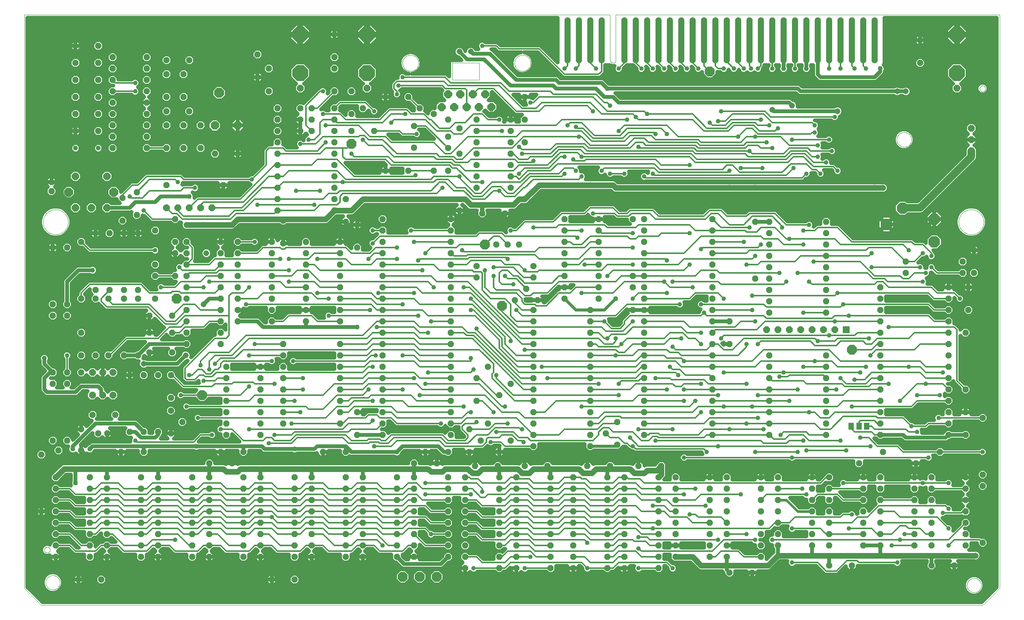
<source format=gtl>
G75*
%MOIN*%
%OFA0B0*%
%FSLAX25Y25*%
%IPPOS*%
%LPD*%
%AMOC8*
5,1,8,0,0,1.08239X$1,22.5*
%
%ADD10C,0.00000*%
%ADD11OC8,0.10000*%
%ADD12OC8,0.05200*%
%ADD13C,0.02000*%
%ADD14OC8,0.07500*%
%ADD15OC8,0.03969*%
%ADD16OC8,0.06000*%
%ADD17OC8,0.06496*%
%ADD18OC8,0.07677*%
%ADD19OC8,0.07050*%
%ADD20C,0.00100*%
%ADD21OC8,0.05937*%
%ADD22R,0.05937X0.05937*%
%ADD23OC8,0.08500*%
%ADD24C,0.04500*%
%ADD25OC8,0.13843*%
%ADD26R,0.05118X0.05906*%
%ADD27C,0.03200*%
%ADD28C,0.05150*%
%ADD29C,0.04362*%
%ADD30C,0.16598*%
%ADD31C,0.12661*%
%ADD32C,0.15024*%
%ADD33C,0.01200*%
%ADD34C,0.05000*%
%ADD35C,0.04000*%
%ADD36C,0.02400*%
%ADD37C,0.02800*%
%ADD38C,0.03969*%
%ADD39C,0.06600*%
D10*
X0022600Y0007600D02*
X0007600Y0022600D01*
X0007600Y0527600D01*
X0480100Y0527600D01*
X0522600Y0527600D01*
X0522600Y0487600D01*
X0525100Y0485100D02*
X0525198Y0485102D01*
X0525296Y0485108D01*
X0525394Y0485117D01*
X0525491Y0485131D01*
X0525588Y0485148D01*
X0525684Y0485169D01*
X0525779Y0485194D01*
X0525873Y0485222D01*
X0525965Y0485255D01*
X0526057Y0485290D01*
X0526147Y0485330D01*
X0526235Y0485372D01*
X0526322Y0485419D01*
X0526406Y0485468D01*
X0526489Y0485521D01*
X0526569Y0485577D01*
X0526648Y0485637D01*
X0526724Y0485699D01*
X0526797Y0485764D01*
X0526868Y0485832D01*
X0526936Y0485903D01*
X0527001Y0485976D01*
X0527063Y0486052D01*
X0527123Y0486131D01*
X0527179Y0486211D01*
X0527232Y0486294D01*
X0527281Y0486378D01*
X0527328Y0486465D01*
X0527370Y0486553D01*
X0527410Y0486643D01*
X0527445Y0486735D01*
X0527478Y0486827D01*
X0527506Y0486921D01*
X0527531Y0487016D01*
X0527552Y0487112D01*
X0527569Y0487209D01*
X0527583Y0487306D01*
X0527592Y0487404D01*
X0527598Y0487502D01*
X0527600Y0487600D01*
X0527600Y0527600D01*
X0760100Y0527600D01*
X0865100Y0527600D01*
X0865100Y0022600D01*
X0850100Y0007600D01*
X0022600Y0007600D01*
X0026301Y0027600D02*
X0026303Y0027758D01*
X0026309Y0027916D01*
X0026319Y0028074D01*
X0026333Y0028232D01*
X0026351Y0028389D01*
X0026372Y0028546D01*
X0026398Y0028702D01*
X0026428Y0028858D01*
X0026461Y0029013D01*
X0026499Y0029166D01*
X0026540Y0029319D01*
X0026585Y0029471D01*
X0026634Y0029622D01*
X0026687Y0029771D01*
X0026743Y0029919D01*
X0026803Y0030065D01*
X0026867Y0030210D01*
X0026935Y0030353D01*
X0027006Y0030495D01*
X0027080Y0030635D01*
X0027158Y0030772D01*
X0027240Y0030908D01*
X0027324Y0031042D01*
X0027413Y0031173D01*
X0027504Y0031302D01*
X0027599Y0031429D01*
X0027696Y0031554D01*
X0027797Y0031676D01*
X0027901Y0031795D01*
X0028008Y0031912D01*
X0028118Y0032026D01*
X0028231Y0032137D01*
X0028346Y0032246D01*
X0028464Y0032351D01*
X0028585Y0032453D01*
X0028708Y0032553D01*
X0028834Y0032649D01*
X0028962Y0032742D01*
X0029092Y0032832D01*
X0029225Y0032918D01*
X0029360Y0033002D01*
X0029496Y0033081D01*
X0029635Y0033158D01*
X0029776Y0033230D01*
X0029918Y0033300D01*
X0030062Y0033365D01*
X0030208Y0033427D01*
X0030355Y0033485D01*
X0030504Y0033540D01*
X0030654Y0033591D01*
X0030805Y0033638D01*
X0030957Y0033681D01*
X0031110Y0033720D01*
X0031265Y0033756D01*
X0031420Y0033787D01*
X0031576Y0033815D01*
X0031732Y0033839D01*
X0031889Y0033859D01*
X0032047Y0033875D01*
X0032204Y0033887D01*
X0032363Y0033895D01*
X0032521Y0033899D01*
X0032679Y0033899D01*
X0032837Y0033895D01*
X0032996Y0033887D01*
X0033153Y0033875D01*
X0033311Y0033859D01*
X0033468Y0033839D01*
X0033624Y0033815D01*
X0033780Y0033787D01*
X0033935Y0033756D01*
X0034090Y0033720D01*
X0034243Y0033681D01*
X0034395Y0033638D01*
X0034546Y0033591D01*
X0034696Y0033540D01*
X0034845Y0033485D01*
X0034992Y0033427D01*
X0035138Y0033365D01*
X0035282Y0033300D01*
X0035424Y0033230D01*
X0035565Y0033158D01*
X0035704Y0033081D01*
X0035840Y0033002D01*
X0035975Y0032918D01*
X0036108Y0032832D01*
X0036238Y0032742D01*
X0036366Y0032649D01*
X0036492Y0032553D01*
X0036615Y0032453D01*
X0036736Y0032351D01*
X0036854Y0032246D01*
X0036969Y0032137D01*
X0037082Y0032026D01*
X0037192Y0031912D01*
X0037299Y0031795D01*
X0037403Y0031676D01*
X0037504Y0031554D01*
X0037601Y0031429D01*
X0037696Y0031302D01*
X0037787Y0031173D01*
X0037876Y0031042D01*
X0037960Y0030908D01*
X0038042Y0030772D01*
X0038120Y0030635D01*
X0038194Y0030495D01*
X0038265Y0030353D01*
X0038333Y0030210D01*
X0038397Y0030065D01*
X0038457Y0029919D01*
X0038513Y0029771D01*
X0038566Y0029622D01*
X0038615Y0029471D01*
X0038660Y0029319D01*
X0038701Y0029166D01*
X0038739Y0029013D01*
X0038772Y0028858D01*
X0038802Y0028702D01*
X0038828Y0028546D01*
X0038849Y0028389D01*
X0038867Y0028232D01*
X0038881Y0028074D01*
X0038891Y0027916D01*
X0038897Y0027758D01*
X0038899Y0027600D01*
X0038897Y0027442D01*
X0038891Y0027284D01*
X0038881Y0027126D01*
X0038867Y0026968D01*
X0038849Y0026811D01*
X0038828Y0026654D01*
X0038802Y0026498D01*
X0038772Y0026342D01*
X0038739Y0026187D01*
X0038701Y0026034D01*
X0038660Y0025881D01*
X0038615Y0025729D01*
X0038566Y0025578D01*
X0038513Y0025429D01*
X0038457Y0025281D01*
X0038397Y0025135D01*
X0038333Y0024990D01*
X0038265Y0024847D01*
X0038194Y0024705D01*
X0038120Y0024565D01*
X0038042Y0024428D01*
X0037960Y0024292D01*
X0037876Y0024158D01*
X0037787Y0024027D01*
X0037696Y0023898D01*
X0037601Y0023771D01*
X0037504Y0023646D01*
X0037403Y0023524D01*
X0037299Y0023405D01*
X0037192Y0023288D01*
X0037082Y0023174D01*
X0036969Y0023063D01*
X0036854Y0022954D01*
X0036736Y0022849D01*
X0036615Y0022747D01*
X0036492Y0022647D01*
X0036366Y0022551D01*
X0036238Y0022458D01*
X0036108Y0022368D01*
X0035975Y0022282D01*
X0035840Y0022198D01*
X0035704Y0022119D01*
X0035565Y0022042D01*
X0035424Y0021970D01*
X0035282Y0021900D01*
X0035138Y0021835D01*
X0034992Y0021773D01*
X0034845Y0021715D01*
X0034696Y0021660D01*
X0034546Y0021609D01*
X0034395Y0021562D01*
X0034243Y0021519D01*
X0034090Y0021480D01*
X0033935Y0021444D01*
X0033780Y0021413D01*
X0033624Y0021385D01*
X0033468Y0021361D01*
X0033311Y0021341D01*
X0033153Y0021325D01*
X0032996Y0021313D01*
X0032837Y0021305D01*
X0032679Y0021301D01*
X0032521Y0021301D01*
X0032363Y0021305D01*
X0032204Y0021313D01*
X0032047Y0021325D01*
X0031889Y0021341D01*
X0031732Y0021361D01*
X0031576Y0021385D01*
X0031420Y0021413D01*
X0031265Y0021444D01*
X0031110Y0021480D01*
X0030957Y0021519D01*
X0030805Y0021562D01*
X0030654Y0021609D01*
X0030504Y0021660D01*
X0030355Y0021715D01*
X0030208Y0021773D01*
X0030062Y0021835D01*
X0029918Y0021900D01*
X0029776Y0021970D01*
X0029635Y0022042D01*
X0029496Y0022119D01*
X0029360Y0022198D01*
X0029225Y0022282D01*
X0029092Y0022368D01*
X0028962Y0022458D01*
X0028834Y0022551D01*
X0028708Y0022647D01*
X0028585Y0022747D01*
X0028464Y0022849D01*
X0028346Y0022954D01*
X0028231Y0023063D01*
X0028118Y0023174D01*
X0028008Y0023288D01*
X0027901Y0023405D01*
X0027797Y0023524D01*
X0027696Y0023646D01*
X0027599Y0023771D01*
X0027504Y0023898D01*
X0027413Y0024027D01*
X0027324Y0024158D01*
X0027240Y0024292D01*
X0027158Y0024428D01*
X0027080Y0024565D01*
X0027006Y0024705D01*
X0026935Y0024847D01*
X0026867Y0024990D01*
X0026803Y0025135D01*
X0026743Y0025281D01*
X0026687Y0025429D01*
X0026634Y0025578D01*
X0026585Y0025729D01*
X0026540Y0025881D01*
X0026499Y0026034D01*
X0026461Y0026187D01*
X0026428Y0026342D01*
X0026398Y0026498D01*
X0026372Y0026654D01*
X0026351Y0026811D01*
X0026333Y0026968D01*
X0026319Y0027126D01*
X0026309Y0027284D01*
X0026303Y0027442D01*
X0026301Y0027600D01*
X0025041Y0056350D02*
X0025043Y0056451D01*
X0025049Y0056552D01*
X0025059Y0056653D01*
X0025073Y0056753D01*
X0025091Y0056852D01*
X0025113Y0056951D01*
X0025138Y0057049D01*
X0025168Y0057146D01*
X0025201Y0057241D01*
X0025238Y0057335D01*
X0025279Y0057428D01*
X0025323Y0057519D01*
X0025371Y0057608D01*
X0025423Y0057695D01*
X0025478Y0057780D01*
X0025536Y0057862D01*
X0025597Y0057943D01*
X0025662Y0058021D01*
X0025729Y0058096D01*
X0025799Y0058168D01*
X0025873Y0058238D01*
X0025949Y0058305D01*
X0026027Y0058369D01*
X0026108Y0058429D01*
X0026191Y0058486D01*
X0026277Y0058540D01*
X0026365Y0058591D01*
X0026454Y0058638D01*
X0026545Y0058682D01*
X0026638Y0058721D01*
X0026733Y0058758D01*
X0026828Y0058790D01*
X0026925Y0058819D01*
X0027024Y0058843D01*
X0027122Y0058864D01*
X0027222Y0058881D01*
X0027322Y0058894D01*
X0027423Y0058903D01*
X0027524Y0058908D01*
X0027625Y0058909D01*
X0027726Y0058906D01*
X0027827Y0058899D01*
X0027928Y0058888D01*
X0028028Y0058873D01*
X0028127Y0058854D01*
X0028226Y0058831D01*
X0028323Y0058805D01*
X0028420Y0058774D01*
X0028515Y0058740D01*
X0028608Y0058702D01*
X0028701Y0058660D01*
X0028791Y0058615D01*
X0028880Y0058566D01*
X0028966Y0058514D01*
X0029050Y0058458D01*
X0029133Y0058399D01*
X0029212Y0058337D01*
X0029290Y0058272D01*
X0029364Y0058204D01*
X0029436Y0058132D01*
X0029505Y0058059D01*
X0029571Y0057982D01*
X0029634Y0057903D01*
X0029694Y0057821D01*
X0029750Y0057737D01*
X0029803Y0057651D01*
X0029853Y0057563D01*
X0029899Y0057473D01*
X0029942Y0057382D01*
X0029981Y0057288D01*
X0030016Y0057193D01*
X0030047Y0057097D01*
X0030075Y0057000D01*
X0030099Y0056902D01*
X0030119Y0056803D01*
X0030135Y0056703D01*
X0030147Y0056602D01*
X0030155Y0056502D01*
X0030159Y0056401D01*
X0030159Y0056299D01*
X0030155Y0056198D01*
X0030147Y0056098D01*
X0030135Y0055997D01*
X0030119Y0055897D01*
X0030099Y0055798D01*
X0030075Y0055700D01*
X0030047Y0055603D01*
X0030016Y0055507D01*
X0029981Y0055412D01*
X0029942Y0055318D01*
X0029899Y0055227D01*
X0029853Y0055137D01*
X0029803Y0055049D01*
X0029750Y0054963D01*
X0029694Y0054879D01*
X0029634Y0054797D01*
X0029571Y0054718D01*
X0029505Y0054641D01*
X0029436Y0054568D01*
X0029364Y0054496D01*
X0029290Y0054428D01*
X0029212Y0054363D01*
X0029133Y0054301D01*
X0029050Y0054242D01*
X0028966Y0054186D01*
X0028879Y0054134D01*
X0028791Y0054085D01*
X0028701Y0054040D01*
X0028608Y0053998D01*
X0028515Y0053960D01*
X0028420Y0053926D01*
X0028323Y0053895D01*
X0028226Y0053869D01*
X0028127Y0053846D01*
X0028028Y0053827D01*
X0027928Y0053812D01*
X0027827Y0053801D01*
X0027726Y0053794D01*
X0027625Y0053791D01*
X0027524Y0053792D01*
X0027423Y0053797D01*
X0027322Y0053806D01*
X0027222Y0053819D01*
X0027122Y0053836D01*
X0027024Y0053857D01*
X0026925Y0053881D01*
X0026828Y0053910D01*
X0026733Y0053942D01*
X0026638Y0053979D01*
X0026545Y0054018D01*
X0026454Y0054062D01*
X0026365Y0054109D01*
X0026277Y0054160D01*
X0026191Y0054214D01*
X0026108Y0054271D01*
X0026027Y0054331D01*
X0025949Y0054395D01*
X0025873Y0054462D01*
X0025799Y0054532D01*
X0025729Y0054604D01*
X0025662Y0054679D01*
X0025597Y0054757D01*
X0025536Y0054838D01*
X0025478Y0054920D01*
X0025423Y0055005D01*
X0025371Y0055092D01*
X0025323Y0055181D01*
X0025279Y0055272D01*
X0025238Y0055365D01*
X0025201Y0055459D01*
X0025168Y0055554D01*
X0025138Y0055651D01*
X0025113Y0055749D01*
X0025091Y0055848D01*
X0025073Y0055947D01*
X0025059Y0056047D01*
X0025049Y0056148D01*
X0025043Y0056249D01*
X0025041Y0056350D01*
X0024100Y0345100D02*
X0024103Y0345370D01*
X0024113Y0345640D01*
X0024130Y0345909D01*
X0024153Y0346178D01*
X0024183Y0346447D01*
X0024219Y0346714D01*
X0024262Y0346981D01*
X0024311Y0347246D01*
X0024367Y0347510D01*
X0024430Y0347773D01*
X0024498Y0348034D01*
X0024574Y0348293D01*
X0024655Y0348550D01*
X0024743Y0348806D01*
X0024837Y0349059D01*
X0024937Y0349310D01*
X0025044Y0349558D01*
X0025156Y0349803D01*
X0025275Y0350046D01*
X0025399Y0350285D01*
X0025529Y0350522D01*
X0025665Y0350755D01*
X0025807Y0350985D01*
X0025954Y0351211D01*
X0026107Y0351434D01*
X0026265Y0351653D01*
X0026428Y0351868D01*
X0026597Y0352078D01*
X0026771Y0352285D01*
X0026950Y0352487D01*
X0027133Y0352685D01*
X0027322Y0352878D01*
X0027515Y0353067D01*
X0027713Y0353250D01*
X0027915Y0353429D01*
X0028122Y0353603D01*
X0028332Y0353772D01*
X0028547Y0353935D01*
X0028766Y0354093D01*
X0028989Y0354246D01*
X0029215Y0354393D01*
X0029445Y0354535D01*
X0029678Y0354671D01*
X0029915Y0354801D01*
X0030154Y0354925D01*
X0030397Y0355044D01*
X0030642Y0355156D01*
X0030890Y0355263D01*
X0031141Y0355363D01*
X0031394Y0355457D01*
X0031650Y0355545D01*
X0031907Y0355626D01*
X0032166Y0355702D01*
X0032427Y0355770D01*
X0032690Y0355833D01*
X0032954Y0355889D01*
X0033219Y0355938D01*
X0033486Y0355981D01*
X0033753Y0356017D01*
X0034022Y0356047D01*
X0034291Y0356070D01*
X0034560Y0356087D01*
X0034830Y0356097D01*
X0035100Y0356100D01*
X0035370Y0356097D01*
X0035640Y0356087D01*
X0035909Y0356070D01*
X0036178Y0356047D01*
X0036447Y0356017D01*
X0036714Y0355981D01*
X0036981Y0355938D01*
X0037246Y0355889D01*
X0037510Y0355833D01*
X0037773Y0355770D01*
X0038034Y0355702D01*
X0038293Y0355626D01*
X0038550Y0355545D01*
X0038806Y0355457D01*
X0039059Y0355363D01*
X0039310Y0355263D01*
X0039558Y0355156D01*
X0039803Y0355044D01*
X0040046Y0354925D01*
X0040285Y0354801D01*
X0040522Y0354671D01*
X0040755Y0354535D01*
X0040985Y0354393D01*
X0041211Y0354246D01*
X0041434Y0354093D01*
X0041653Y0353935D01*
X0041868Y0353772D01*
X0042078Y0353603D01*
X0042285Y0353429D01*
X0042487Y0353250D01*
X0042685Y0353067D01*
X0042878Y0352878D01*
X0043067Y0352685D01*
X0043250Y0352487D01*
X0043429Y0352285D01*
X0043603Y0352078D01*
X0043772Y0351868D01*
X0043935Y0351653D01*
X0044093Y0351434D01*
X0044246Y0351211D01*
X0044393Y0350985D01*
X0044535Y0350755D01*
X0044671Y0350522D01*
X0044801Y0350285D01*
X0044925Y0350046D01*
X0045044Y0349803D01*
X0045156Y0349558D01*
X0045263Y0349310D01*
X0045363Y0349059D01*
X0045457Y0348806D01*
X0045545Y0348550D01*
X0045626Y0348293D01*
X0045702Y0348034D01*
X0045770Y0347773D01*
X0045833Y0347510D01*
X0045889Y0347246D01*
X0045938Y0346981D01*
X0045981Y0346714D01*
X0046017Y0346447D01*
X0046047Y0346178D01*
X0046070Y0345909D01*
X0046087Y0345640D01*
X0046097Y0345370D01*
X0046100Y0345100D01*
X0046097Y0344830D01*
X0046087Y0344560D01*
X0046070Y0344291D01*
X0046047Y0344022D01*
X0046017Y0343753D01*
X0045981Y0343486D01*
X0045938Y0343219D01*
X0045889Y0342954D01*
X0045833Y0342690D01*
X0045770Y0342427D01*
X0045702Y0342166D01*
X0045626Y0341907D01*
X0045545Y0341650D01*
X0045457Y0341394D01*
X0045363Y0341141D01*
X0045263Y0340890D01*
X0045156Y0340642D01*
X0045044Y0340397D01*
X0044925Y0340154D01*
X0044801Y0339915D01*
X0044671Y0339678D01*
X0044535Y0339445D01*
X0044393Y0339215D01*
X0044246Y0338989D01*
X0044093Y0338766D01*
X0043935Y0338547D01*
X0043772Y0338332D01*
X0043603Y0338122D01*
X0043429Y0337915D01*
X0043250Y0337713D01*
X0043067Y0337515D01*
X0042878Y0337322D01*
X0042685Y0337133D01*
X0042487Y0336950D01*
X0042285Y0336771D01*
X0042078Y0336597D01*
X0041868Y0336428D01*
X0041653Y0336265D01*
X0041434Y0336107D01*
X0041211Y0335954D01*
X0040985Y0335807D01*
X0040755Y0335665D01*
X0040522Y0335529D01*
X0040285Y0335399D01*
X0040046Y0335275D01*
X0039803Y0335156D01*
X0039558Y0335044D01*
X0039310Y0334937D01*
X0039059Y0334837D01*
X0038806Y0334743D01*
X0038550Y0334655D01*
X0038293Y0334574D01*
X0038034Y0334498D01*
X0037773Y0334430D01*
X0037510Y0334367D01*
X0037246Y0334311D01*
X0036981Y0334262D01*
X0036714Y0334219D01*
X0036447Y0334183D01*
X0036178Y0334153D01*
X0035909Y0334130D01*
X0035640Y0334113D01*
X0035370Y0334103D01*
X0035100Y0334100D01*
X0034830Y0334103D01*
X0034560Y0334113D01*
X0034291Y0334130D01*
X0034022Y0334153D01*
X0033753Y0334183D01*
X0033486Y0334219D01*
X0033219Y0334262D01*
X0032954Y0334311D01*
X0032690Y0334367D01*
X0032427Y0334430D01*
X0032166Y0334498D01*
X0031907Y0334574D01*
X0031650Y0334655D01*
X0031394Y0334743D01*
X0031141Y0334837D01*
X0030890Y0334937D01*
X0030642Y0335044D01*
X0030397Y0335156D01*
X0030154Y0335275D01*
X0029915Y0335399D01*
X0029678Y0335529D01*
X0029445Y0335665D01*
X0029215Y0335807D01*
X0028989Y0335954D01*
X0028766Y0336107D01*
X0028547Y0336265D01*
X0028332Y0336428D01*
X0028122Y0336597D01*
X0027915Y0336771D01*
X0027713Y0336950D01*
X0027515Y0337133D01*
X0027322Y0337322D01*
X0027133Y0337515D01*
X0026950Y0337713D01*
X0026771Y0337915D01*
X0026597Y0338122D01*
X0026428Y0338332D01*
X0026265Y0338547D01*
X0026107Y0338766D01*
X0025954Y0338989D01*
X0025807Y0339215D01*
X0025665Y0339445D01*
X0025529Y0339678D01*
X0025399Y0339915D01*
X0025275Y0340154D01*
X0025156Y0340397D01*
X0025044Y0340642D01*
X0024937Y0340890D01*
X0024837Y0341141D01*
X0024743Y0341394D01*
X0024655Y0341650D01*
X0024574Y0341907D01*
X0024498Y0342166D01*
X0024430Y0342427D01*
X0024367Y0342690D01*
X0024311Y0342954D01*
X0024262Y0343219D01*
X0024219Y0343486D01*
X0024183Y0343753D01*
X0024153Y0344022D01*
X0024130Y0344291D01*
X0024113Y0344560D01*
X0024103Y0344830D01*
X0024100Y0345100D01*
X0383850Y0470100D02*
X0383850Y0485100D01*
X0407600Y0485100D01*
X0407600Y0470100D01*
X0383850Y0470100D01*
X0522600Y0487600D02*
X0522602Y0487502D01*
X0522608Y0487404D01*
X0522617Y0487306D01*
X0522631Y0487209D01*
X0522648Y0487112D01*
X0522669Y0487016D01*
X0522694Y0486921D01*
X0522722Y0486827D01*
X0522755Y0486735D01*
X0522790Y0486643D01*
X0522830Y0486553D01*
X0522872Y0486465D01*
X0522919Y0486378D01*
X0522968Y0486294D01*
X0523021Y0486211D01*
X0523077Y0486131D01*
X0523137Y0486052D01*
X0523199Y0485976D01*
X0523264Y0485903D01*
X0523332Y0485832D01*
X0523403Y0485764D01*
X0523476Y0485699D01*
X0523552Y0485637D01*
X0523631Y0485577D01*
X0523711Y0485521D01*
X0523794Y0485468D01*
X0523878Y0485419D01*
X0523965Y0485372D01*
X0524053Y0485330D01*
X0524143Y0485290D01*
X0524235Y0485255D01*
X0524327Y0485222D01*
X0524421Y0485194D01*
X0524516Y0485169D01*
X0524612Y0485148D01*
X0524709Y0485131D01*
X0524806Y0485117D01*
X0524904Y0485108D01*
X0525002Y0485102D01*
X0525100Y0485100D01*
X0774600Y0417600D02*
X0774602Y0417761D01*
X0774608Y0417921D01*
X0774618Y0418082D01*
X0774632Y0418242D01*
X0774650Y0418402D01*
X0774671Y0418561D01*
X0774697Y0418720D01*
X0774727Y0418878D01*
X0774760Y0419035D01*
X0774798Y0419192D01*
X0774839Y0419347D01*
X0774884Y0419501D01*
X0774933Y0419654D01*
X0774986Y0419806D01*
X0775042Y0419957D01*
X0775103Y0420106D01*
X0775166Y0420254D01*
X0775234Y0420400D01*
X0775305Y0420544D01*
X0775379Y0420686D01*
X0775457Y0420827D01*
X0775539Y0420965D01*
X0775624Y0421102D01*
X0775712Y0421236D01*
X0775804Y0421368D01*
X0775899Y0421498D01*
X0775997Y0421626D01*
X0776098Y0421751D01*
X0776202Y0421873D01*
X0776309Y0421993D01*
X0776419Y0422110D01*
X0776532Y0422225D01*
X0776648Y0422336D01*
X0776767Y0422445D01*
X0776888Y0422550D01*
X0777012Y0422653D01*
X0777138Y0422753D01*
X0777266Y0422849D01*
X0777397Y0422942D01*
X0777531Y0423032D01*
X0777666Y0423119D01*
X0777804Y0423202D01*
X0777943Y0423282D01*
X0778085Y0423358D01*
X0778228Y0423431D01*
X0778373Y0423500D01*
X0778520Y0423566D01*
X0778668Y0423628D01*
X0778818Y0423686D01*
X0778969Y0423741D01*
X0779122Y0423792D01*
X0779276Y0423839D01*
X0779431Y0423882D01*
X0779587Y0423921D01*
X0779743Y0423957D01*
X0779901Y0423988D01*
X0780059Y0424016D01*
X0780218Y0424040D01*
X0780378Y0424060D01*
X0780538Y0424076D01*
X0780698Y0424088D01*
X0780859Y0424096D01*
X0781020Y0424100D01*
X0781180Y0424100D01*
X0781341Y0424096D01*
X0781502Y0424088D01*
X0781662Y0424076D01*
X0781822Y0424060D01*
X0781982Y0424040D01*
X0782141Y0424016D01*
X0782299Y0423988D01*
X0782457Y0423957D01*
X0782613Y0423921D01*
X0782769Y0423882D01*
X0782924Y0423839D01*
X0783078Y0423792D01*
X0783231Y0423741D01*
X0783382Y0423686D01*
X0783532Y0423628D01*
X0783680Y0423566D01*
X0783827Y0423500D01*
X0783972Y0423431D01*
X0784115Y0423358D01*
X0784257Y0423282D01*
X0784396Y0423202D01*
X0784534Y0423119D01*
X0784669Y0423032D01*
X0784803Y0422942D01*
X0784934Y0422849D01*
X0785062Y0422753D01*
X0785188Y0422653D01*
X0785312Y0422550D01*
X0785433Y0422445D01*
X0785552Y0422336D01*
X0785668Y0422225D01*
X0785781Y0422110D01*
X0785891Y0421993D01*
X0785998Y0421873D01*
X0786102Y0421751D01*
X0786203Y0421626D01*
X0786301Y0421498D01*
X0786396Y0421368D01*
X0786488Y0421236D01*
X0786576Y0421102D01*
X0786661Y0420965D01*
X0786743Y0420827D01*
X0786821Y0420686D01*
X0786895Y0420544D01*
X0786966Y0420400D01*
X0787034Y0420254D01*
X0787097Y0420106D01*
X0787158Y0419957D01*
X0787214Y0419806D01*
X0787267Y0419654D01*
X0787316Y0419501D01*
X0787361Y0419347D01*
X0787402Y0419192D01*
X0787440Y0419035D01*
X0787473Y0418878D01*
X0787503Y0418720D01*
X0787529Y0418561D01*
X0787550Y0418402D01*
X0787568Y0418242D01*
X0787582Y0418082D01*
X0787592Y0417921D01*
X0787598Y0417761D01*
X0787600Y0417600D01*
X0787598Y0417439D01*
X0787592Y0417279D01*
X0787582Y0417118D01*
X0787568Y0416958D01*
X0787550Y0416798D01*
X0787529Y0416639D01*
X0787503Y0416480D01*
X0787473Y0416322D01*
X0787440Y0416165D01*
X0787402Y0416008D01*
X0787361Y0415853D01*
X0787316Y0415699D01*
X0787267Y0415546D01*
X0787214Y0415394D01*
X0787158Y0415243D01*
X0787097Y0415094D01*
X0787034Y0414946D01*
X0786966Y0414800D01*
X0786895Y0414656D01*
X0786821Y0414514D01*
X0786743Y0414373D01*
X0786661Y0414235D01*
X0786576Y0414098D01*
X0786488Y0413964D01*
X0786396Y0413832D01*
X0786301Y0413702D01*
X0786203Y0413574D01*
X0786102Y0413449D01*
X0785998Y0413327D01*
X0785891Y0413207D01*
X0785781Y0413090D01*
X0785668Y0412975D01*
X0785552Y0412864D01*
X0785433Y0412755D01*
X0785312Y0412650D01*
X0785188Y0412547D01*
X0785062Y0412447D01*
X0784934Y0412351D01*
X0784803Y0412258D01*
X0784669Y0412168D01*
X0784534Y0412081D01*
X0784396Y0411998D01*
X0784257Y0411918D01*
X0784115Y0411842D01*
X0783972Y0411769D01*
X0783827Y0411700D01*
X0783680Y0411634D01*
X0783532Y0411572D01*
X0783382Y0411514D01*
X0783231Y0411459D01*
X0783078Y0411408D01*
X0782924Y0411361D01*
X0782769Y0411318D01*
X0782613Y0411279D01*
X0782457Y0411243D01*
X0782299Y0411212D01*
X0782141Y0411184D01*
X0781982Y0411160D01*
X0781822Y0411140D01*
X0781662Y0411124D01*
X0781502Y0411112D01*
X0781341Y0411104D01*
X0781180Y0411100D01*
X0781020Y0411100D01*
X0780859Y0411104D01*
X0780698Y0411112D01*
X0780538Y0411124D01*
X0780378Y0411140D01*
X0780218Y0411160D01*
X0780059Y0411184D01*
X0779901Y0411212D01*
X0779743Y0411243D01*
X0779587Y0411279D01*
X0779431Y0411318D01*
X0779276Y0411361D01*
X0779122Y0411408D01*
X0778969Y0411459D01*
X0778818Y0411514D01*
X0778668Y0411572D01*
X0778520Y0411634D01*
X0778373Y0411700D01*
X0778228Y0411769D01*
X0778085Y0411842D01*
X0777943Y0411918D01*
X0777804Y0411998D01*
X0777666Y0412081D01*
X0777531Y0412168D01*
X0777397Y0412258D01*
X0777266Y0412351D01*
X0777138Y0412447D01*
X0777012Y0412547D01*
X0776888Y0412650D01*
X0776767Y0412755D01*
X0776648Y0412864D01*
X0776532Y0412975D01*
X0776419Y0413090D01*
X0776309Y0413207D01*
X0776202Y0413327D01*
X0776098Y0413449D01*
X0775997Y0413574D01*
X0775899Y0413702D01*
X0775804Y0413832D01*
X0775712Y0413964D01*
X0775624Y0414098D01*
X0775539Y0414235D01*
X0775457Y0414373D01*
X0775379Y0414514D01*
X0775305Y0414656D01*
X0775234Y0414800D01*
X0775166Y0414946D01*
X0775103Y0415094D01*
X0775042Y0415243D01*
X0774986Y0415394D01*
X0774933Y0415546D01*
X0774884Y0415699D01*
X0774839Y0415853D01*
X0774798Y0416008D01*
X0774760Y0416165D01*
X0774727Y0416322D01*
X0774697Y0416480D01*
X0774671Y0416639D01*
X0774650Y0416798D01*
X0774632Y0416958D01*
X0774618Y0417118D01*
X0774608Y0417279D01*
X0774602Y0417439D01*
X0774600Y0417600D01*
X0847541Y0462600D02*
X0847543Y0462701D01*
X0847549Y0462802D01*
X0847559Y0462903D01*
X0847573Y0463003D01*
X0847591Y0463102D01*
X0847613Y0463201D01*
X0847638Y0463299D01*
X0847668Y0463396D01*
X0847701Y0463491D01*
X0847738Y0463585D01*
X0847779Y0463678D01*
X0847823Y0463769D01*
X0847871Y0463858D01*
X0847923Y0463945D01*
X0847978Y0464030D01*
X0848036Y0464112D01*
X0848097Y0464193D01*
X0848162Y0464271D01*
X0848229Y0464346D01*
X0848299Y0464418D01*
X0848373Y0464488D01*
X0848449Y0464555D01*
X0848527Y0464619D01*
X0848608Y0464679D01*
X0848691Y0464736D01*
X0848777Y0464790D01*
X0848865Y0464841D01*
X0848954Y0464888D01*
X0849045Y0464932D01*
X0849138Y0464971D01*
X0849233Y0465008D01*
X0849328Y0465040D01*
X0849425Y0465069D01*
X0849524Y0465093D01*
X0849622Y0465114D01*
X0849722Y0465131D01*
X0849822Y0465144D01*
X0849923Y0465153D01*
X0850024Y0465158D01*
X0850125Y0465159D01*
X0850226Y0465156D01*
X0850327Y0465149D01*
X0850428Y0465138D01*
X0850528Y0465123D01*
X0850627Y0465104D01*
X0850726Y0465081D01*
X0850823Y0465055D01*
X0850920Y0465024D01*
X0851015Y0464990D01*
X0851108Y0464952D01*
X0851201Y0464910D01*
X0851291Y0464865D01*
X0851380Y0464816D01*
X0851466Y0464764D01*
X0851550Y0464708D01*
X0851633Y0464649D01*
X0851712Y0464587D01*
X0851790Y0464522D01*
X0851864Y0464454D01*
X0851936Y0464382D01*
X0852005Y0464309D01*
X0852071Y0464232D01*
X0852134Y0464153D01*
X0852194Y0464071D01*
X0852250Y0463987D01*
X0852303Y0463901D01*
X0852353Y0463813D01*
X0852399Y0463723D01*
X0852442Y0463632D01*
X0852481Y0463538D01*
X0852516Y0463443D01*
X0852547Y0463347D01*
X0852575Y0463250D01*
X0852599Y0463152D01*
X0852619Y0463053D01*
X0852635Y0462953D01*
X0852647Y0462852D01*
X0852655Y0462752D01*
X0852659Y0462651D01*
X0852659Y0462549D01*
X0852655Y0462448D01*
X0852647Y0462348D01*
X0852635Y0462247D01*
X0852619Y0462147D01*
X0852599Y0462048D01*
X0852575Y0461950D01*
X0852547Y0461853D01*
X0852516Y0461757D01*
X0852481Y0461662D01*
X0852442Y0461568D01*
X0852399Y0461477D01*
X0852353Y0461387D01*
X0852303Y0461299D01*
X0852250Y0461213D01*
X0852194Y0461129D01*
X0852134Y0461047D01*
X0852071Y0460968D01*
X0852005Y0460891D01*
X0851936Y0460818D01*
X0851864Y0460746D01*
X0851790Y0460678D01*
X0851712Y0460613D01*
X0851633Y0460551D01*
X0851550Y0460492D01*
X0851466Y0460436D01*
X0851379Y0460384D01*
X0851291Y0460335D01*
X0851201Y0460290D01*
X0851108Y0460248D01*
X0851015Y0460210D01*
X0850920Y0460176D01*
X0850823Y0460145D01*
X0850726Y0460119D01*
X0850627Y0460096D01*
X0850528Y0460077D01*
X0850428Y0460062D01*
X0850327Y0460051D01*
X0850226Y0460044D01*
X0850125Y0460041D01*
X0850024Y0460042D01*
X0849923Y0460047D01*
X0849822Y0460056D01*
X0849722Y0460069D01*
X0849622Y0460086D01*
X0849524Y0460107D01*
X0849425Y0460131D01*
X0849328Y0460160D01*
X0849233Y0460192D01*
X0849138Y0460229D01*
X0849045Y0460268D01*
X0848954Y0460312D01*
X0848865Y0460359D01*
X0848777Y0460410D01*
X0848691Y0460464D01*
X0848608Y0460521D01*
X0848527Y0460581D01*
X0848449Y0460645D01*
X0848373Y0460712D01*
X0848299Y0460782D01*
X0848229Y0460854D01*
X0848162Y0460929D01*
X0848097Y0461007D01*
X0848036Y0461088D01*
X0847978Y0461170D01*
X0847923Y0461255D01*
X0847871Y0461342D01*
X0847823Y0461431D01*
X0847779Y0461522D01*
X0847738Y0461615D01*
X0847701Y0461709D01*
X0847668Y0461804D01*
X0847638Y0461901D01*
X0847613Y0461999D01*
X0847591Y0462098D01*
X0847573Y0462197D01*
X0847559Y0462297D01*
X0847549Y0462398D01*
X0847543Y0462499D01*
X0847541Y0462600D01*
X0829100Y0345100D02*
X0829103Y0345370D01*
X0829113Y0345640D01*
X0829130Y0345909D01*
X0829153Y0346178D01*
X0829183Y0346447D01*
X0829219Y0346714D01*
X0829262Y0346981D01*
X0829311Y0347246D01*
X0829367Y0347510D01*
X0829430Y0347773D01*
X0829498Y0348034D01*
X0829574Y0348293D01*
X0829655Y0348550D01*
X0829743Y0348806D01*
X0829837Y0349059D01*
X0829937Y0349310D01*
X0830044Y0349558D01*
X0830156Y0349803D01*
X0830275Y0350046D01*
X0830399Y0350285D01*
X0830529Y0350522D01*
X0830665Y0350755D01*
X0830807Y0350985D01*
X0830954Y0351211D01*
X0831107Y0351434D01*
X0831265Y0351653D01*
X0831428Y0351868D01*
X0831597Y0352078D01*
X0831771Y0352285D01*
X0831950Y0352487D01*
X0832133Y0352685D01*
X0832322Y0352878D01*
X0832515Y0353067D01*
X0832713Y0353250D01*
X0832915Y0353429D01*
X0833122Y0353603D01*
X0833332Y0353772D01*
X0833547Y0353935D01*
X0833766Y0354093D01*
X0833989Y0354246D01*
X0834215Y0354393D01*
X0834445Y0354535D01*
X0834678Y0354671D01*
X0834915Y0354801D01*
X0835154Y0354925D01*
X0835397Y0355044D01*
X0835642Y0355156D01*
X0835890Y0355263D01*
X0836141Y0355363D01*
X0836394Y0355457D01*
X0836650Y0355545D01*
X0836907Y0355626D01*
X0837166Y0355702D01*
X0837427Y0355770D01*
X0837690Y0355833D01*
X0837954Y0355889D01*
X0838219Y0355938D01*
X0838486Y0355981D01*
X0838753Y0356017D01*
X0839022Y0356047D01*
X0839291Y0356070D01*
X0839560Y0356087D01*
X0839830Y0356097D01*
X0840100Y0356100D01*
X0840370Y0356097D01*
X0840640Y0356087D01*
X0840909Y0356070D01*
X0841178Y0356047D01*
X0841447Y0356017D01*
X0841714Y0355981D01*
X0841981Y0355938D01*
X0842246Y0355889D01*
X0842510Y0355833D01*
X0842773Y0355770D01*
X0843034Y0355702D01*
X0843293Y0355626D01*
X0843550Y0355545D01*
X0843806Y0355457D01*
X0844059Y0355363D01*
X0844310Y0355263D01*
X0844558Y0355156D01*
X0844803Y0355044D01*
X0845046Y0354925D01*
X0845285Y0354801D01*
X0845522Y0354671D01*
X0845755Y0354535D01*
X0845985Y0354393D01*
X0846211Y0354246D01*
X0846434Y0354093D01*
X0846653Y0353935D01*
X0846868Y0353772D01*
X0847078Y0353603D01*
X0847285Y0353429D01*
X0847487Y0353250D01*
X0847685Y0353067D01*
X0847878Y0352878D01*
X0848067Y0352685D01*
X0848250Y0352487D01*
X0848429Y0352285D01*
X0848603Y0352078D01*
X0848772Y0351868D01*
X0848935Y0351653D01*
X0849093Y0351434D01*
X0849246Y0351211D01*
X0849393Y0350985D01*
X0849535Y0350755D01*
X0849671Y0350522D01*
X0849801Y0350285D01*
X0849925Y0350046D01*
X0850044Y0349803D01*
X0850156Y0349558D01*
X0850263Y0349310D01*
X0850363Y0349059D01*
X0850457Y0348806D01*
X0850545Y0348550D01*
X0850626Y0348293D01*
X0850702Y0348034D01*
X0850770Y0347773D01*
X0850833Y0347510D01*
X0850889Y0347246D01*
X0850938Y0346981D01*
X0850981Y0346714D01*
X0851017Y0346447D01*
X0851047Y0346178D01*
X0851070Y0345909D01*
X0851087Y0345640D01*
X0851097Y0345370D01*
X0851100Y0345100D01*
X0851097Y0344830D01*
X0851087Y0344560D01*
X0851070Y0344291D01*
X0851047Y0344022D01*
X0851017Y0343753D01*
X0850981Y0343486D01*
X0850938Y0343219D01*
X0850889Y0342954D01*
X0850833Y0342690D01*
X0850770Y0342427D01*
X0850702Y0342166D01*
X0850626Y0341907D01*
X0850545Y0341650D01*
X0850457Y0341394D01*
X0850363Y0341141D01*
X0850263Y0340890D01*
X0850156Y0340642D01*
X0850044Y0340397D01*
X0849925Y0340154D01*
X0849801Y0339915D01*
X0849671Y0339678D01*
X0849535Y0339445D01*
X0849393Y0339215D01*
X0849246Y0338989D01*
X0849093Y0338766D01*
X0848935Y0338547D01*
X0848772Y0338332D01*
X0848603Y0338122D01*
X0848429Y0337915D01*
X0848250Y0337713D01*
X0848067Y0337515D01*
X0847878Y0337322D01*
X0847685Y0337133D01*
X0847487Y0336950D01*
X0847285Y0336771D01*
X0847078Y0336597D01*
X0846868Y0336428D01*
X0846653Y0336265D01*
X0846434Y0336107D01*
X0846211Y0335954D01*
X0845985Y0335807D01*
X0845755Y0335665D01*
X0845522Y0335529D01*
X0845285Y0335399D01*
X0845046Y0335275D01*
X0844803Y0335156D01*
X0844558Y0335044D01*
X0844310Y0334937D01*
X0844059Y0334837D01*
X0843806Y0334743D01*
X0843550Y0334655D01*
X0843293Y0334574D01*
X0843034Y0334498D01*
X0842773Y0334430D01*
X0842510Y0334367D01*
X0842246Y0334311D01*
X0841981Y0334262D01*
X0841714Y0334219D01*
X0841447Y0334183D01*
X0841178Y0334153D01*
X0840909Y0334130D01*
X0840640Y0334113D01*
X0840370Y0334103D01*
X0840100Y0334100D01*
X0839830Y0334103D01*
X0839560Y0334113D01*
X0839291Y0334130D01*
X0839022Y0334153D01*
X0838753Y0334183D01*
X0838486Y0334219D01*
X0838219Y0334262D01*
X0837954Y0334311D01*
X0837690Y0334367D01*
X0837427Y0334430D01*
X0837166Y0334498D01*
X0836907Y0334574D01*
X0836650Y0334655D01*
X0836394Y0334743D01*
X0836141Y0334837D01*
X0835890Y0334937D01*
X0835642Y0335044D01*
X0835397Y0335156D01*
X0835154Y0335275D01*
X0834915Y0335399D01*
X0834678Y0335529D01*
X0834445Y0335665D01*
X0834215Y0335807D01*
X0833989Y0335954D01*
X0833766Y0336107D01*
X0833547Y0336265D01*
X0833332Y0336428D01*
X0833122Y0336597D01*
X0832915Y0336771D01*
X0832713Y0336950D01*
X0832515Y0337133D01*
X0832322Y0337322D01*
X0832133Y0337515D01*
X0831950Y0337713D01*
X0831771Y0337915D01*
X0831597Y0338122D01*
X0831428Y0338332D01*
X0831265Y0338547D01*
X0831107Y0338766D01*
X0830954Y0338989D01*
X0830807Y0339215D01*
X0830665Y0339445D01*
X0830529Y0339678D01*
X0830399Y0339915D01*
X0830275Y0340154D01*
X0830156Y0340397D01*
X0830044Y0340642D01*
X0829937Y0340890D01*
X0829837Y0341141D01*
X0829743Y0341394D01*
X0829655Y0341650D01*
X0829574Y0341907D01*
X0829498Y0342166D01*
X0829430Y0342427D01*
X0829367Y0342690D01*
X0829311Y0342954D01*
X0829262Y0343219D01*
X0829219Y0343486D01*
X0829183Y0343753D01*
X0829153Y0344022D01*
X0829130Y0344291D01*
X0829113Y0344560D01*
X0829103Y0344830D01*
X0829100Y0345100D01*
X0836301Y0025100D02*
X0836303Y0025258D01*
X0836309Y0025416D01*
X0836319Y0025574D01*
X0836333Y0025732D01*
X0836351Y0025889D01*
X0836372Y0026046D01*
X0836398Y0026202D01*
X0836428Y0026358D01*
X0836461Y0026513D01*
X0836499Y0026666D01*
X0836540Y0026819D01*
X0836585Y0026971D01*
X0836634Y0027122D01*
X0836687Y0027271D01*
X0836743Y0027419D01*
X0836803Y0027565D01*
X0836867Y0027710D01*
X0836935Y0027853D01*
X0837006Y0027995D01*
X0837080Y0028135D01*
X0837158Y0028272D01*
X0837240Y0028408D01*
X0837324Y0028542D01*
X0837413Y0028673D01*
X0837504Y0028802D01*
X0837599Y0028929D01*
X0837696Y0029054D01*
X0837797Y0029176D01*
X0837901Y0029295D01*
X0838008Y0029412D01*
X0838118Y0029526D01*
X0838231Y0029637D01*
X0838346Y0029746D01*
X0838464Y0029851D01*
X0838585Y0029953D01*
X0838708Y0030053D01*
X0838834Y0030149D01*
X0838962Y0030242D01*
X0839092Y0030332D01*
X0839225Y0030418D01*
X0839360Y0030502D01*
X0839496Y0030581D01*
X0839635Y0030658D01*
X0839776Y0030730D01*
X0839918Y0030800D01*
X0840062Y0030865D01*
X0840208Y0030927D01*
X0840355Y0030985D01*
X0840504Y0031040D01*
X0840654Y0031091D01*
X0840805Y0031138D01*
X0840957Y0031181D01*
X0841110Y0031220D01*
X0841265Y0031256D01*
X0841420Y0031287D01*
X0841576Y0031315D01*
X0841732Y0031339D01*
X0841889Y0031359D01*
X0842047Y0031375D01*
X0842204Y0031387D01*
X0842363Y0031395D01*
X0842521Y0031399D01*
X0842679Y0031399D01*
X0842837Y0031395D01*
X0842996Y0031387D01*
X0843153Y0031375D01*
X0843311Y0031359D01*
X0843468Y0031339D01*
X0843624Y0031315D01*
X0843780Y0031287D01*
X0843935Y0031256D01*
X0844090Y0031220D01*
X0844243Y0031181D01*
X0844395Y0031138D01*
X0844546Y0031091D01*
X0844696Y0031040D01*
X0844845Y0030985D01*
X0844992Y0030927D01*
X0845138Y0030865D01*
X0845282Y0030800D01*
X0845424Y0030730D01*
X0845565Y0030658D01*
X0845704Y0030581D01*
X0845840Y0030502D01*
X0845975Y0030418D01*
X0846108Y0030332D01*
X0846238Y0030242D01*
X0846366Y0030149D01*
X0846492Y0030053D01*
X0846615Y0029953D01*
X0846736Y0029851D01*
X0846854Y0029746D01*
X0846969Y0029637D01*
X0847082Y0029526D01*
X0847192Y0029412D01*
X0847299Y0029295D01*
X0847403Y0029176D01*
X0847504Y0029054D01*
X0847601Y0028929D01*
X0847696Y0028802D01*
X0847787Y0028673D01*
X0847876Y0028542D01*
X0847960Y0028408D01*
X0848042Y0028272D01*
X0848120Y0028135D01*
X0848194Y0027995D01*
X0848265Y0027853D01*
X0848333Y0027710D01*
X0848397Y0027565D01*
X0848457Y0027419D01*
X0848513Y0027271D01*
X0848566Y0027122D01*
X0848615Y0026971D01*
X0848660Y0026819D01*
X0848701Y0026666D01*
X0848739Y0026513D01*
X0848772Y0026358D01*
X0848802Y0026202D01*
X0848828Y0026046D01*
X0848849Y0025889D01*
X0848867Y0025732D01*
X0848881Y0025574D01*
X0848891Y0025416D01*
X0848897Y0025258D01*
X0848899Y0025100D01*
X0848897Y0024942D01*
X0848891Y0024784D01*
X0848881Y0024626D01*
X0848867Y0024468D01*
X0848849Y0024311D01*
X0848828Y0024154D01*
X0848802Y0023998D01*
X0848772Y0023842D01*
X0848739Y0023687D01*
X0848701Y0023534D01*
X0848660Y0023381D01*
X0848615Y0023229D01*
X0848566Y0023078D01*
X0848513Y0022929D01*
X0848457Y0022781D01*
X0848397Y0022635D01*
X0848333Y0022490D01*
X0848265Y0022347D01*
X0848194Y0022205D01*
X0848120Y0022065D01*
X0848042Y0021928D01*
X0847960Y0021792D01*
X0847876Y0021658D01*
X0847787Y0021527D01*
X0847696Y0021398D01*
X0847601Y0021271D01*
X0847504Y0021146D01*
X0847403Y0021024D01*
X0847299Y0020905D01*
X0847192Y0020788D01*
X0847082Y0020674D01*
X0846969Y0020563D01*
X0846854Y0020454D01*
X0846736Y0020349D01*
X0846615Y0020247D01*
X0846492Y0020147D01*
X0846366Y0020051D01*
X0846238Y0019958D01*
X0846108Y0019868D01*
X0845975Y0019782D01*
X0845840Y0019698D01*
X0845704Y0019619D01*
X0845565Y0019542D01*
X0845424Y0019470D01*
X0845282Y0019400D01*
X0845138Y0019335D01*
X0844992Y0019273D01*
X0844845Y0019215D01*
X0844696Y0019160D01*
X0844546Y0019109D01*
X0844395Y0019062D01*
X0844243Y0019019D01*
X0844090Y0018980D01*
X0843935Y0018944D01*
X0843780Y0018913D01*
X0843624Y0018885D01*
X0843468Y0018861D01*
X0843311Y0018841D01*
X0843153Y0018825D01*
X0842996Y0018813D01*
X0842837Y0018805D01*
X0842679Y0018801D01*
X0842521Y0018801D01*
X0842363Y0018805D01*
X0842204Y0018813D01*
X0842047Y0018825D01*
X0841889Y0018841D01*
X0841732Y0018861D01*
X0841576Y0018885D01*
X0841420Y0018913D01*
X0841265Y0018944D01*
X0841110Y0018980D01*
X0840957Y0019019D01*
X0840805Y0019062D01*
X0840654Y0019109D01*
X0840504Y0019160D01*
X0840355Y0019215D01*
X0840208Y0019273D01*
X0840062Y0019335D01*
X0839918Y0019400D01*
X0839776Y0019470D01*
X0839635Y0019542D01*
X0839496Y0019619D01*
X0839360Y0019698D01*
X0839225Y0019782D01*
X0839092Y0019868D01*
X0838962Y0019958D01*
X0838834Y0020051D01*
X0838708Y0020147D01*
X0838585Y0020247D01*
X0838464Y0020349D01*
X0838346Y0020454D01*
X0838231Y0020563D01*
X0838118Y0020674D01*
X0838008Y0020788D01*
X0837901Y0020905D01*
X0837797Y0021024D01*
X0837696Y0021146D01*
X0837599Y0021271D01*
X0837504Y0021398D01*
X0837413Y0021527D01*
X0837324Y0021658D01*
X0837240Y0021792D01*
X0837158Y0021928D01*
X0837080Y0022065D01*
X0837006Y0022205D01*
X0836935Y0022347D01*
X0836867Y0022490D01*
X0836803Y0022635D01*
X0836743Y0022781D01*
X0836687Y0022929D01*
X0836634Y0023078D01*
X0836585Y0023229D01*
X0836540Y0023381D01*
X0836499Y0023534D01*
X0836461Y0023687D01*
X0836428Y0023842D01*
X0836398Y0023998D01*
X0836372Y0024154D01*
X0836351Y0024311D01*
X0836333Y0024468D01*
X0836319Y0024626D01*
X0836309Y0024784D01*
X0836303Y0024942D01*
X0836301Y0025100D01*
D11*
X0807600Y0327600D03*
X0807600Y0347600D03*
D12*
X0842600Y0320100D03*
X0832600Y0310100D03*
X0832600Y0300100D03*
X0842600Y0300100D03*
X0837600Y0287600D03*
X0820100Y0287600D03*
X0820100Y0277600D03*
X0820100Y0267600D03*
X0820100Y0257600D03*
X0820100Y0247600D03*
X0820100Y0237600D03*
X0820100Y0227600D03*
X0820100Y0217600D03*
X0820100Y0207600D03*
X0820100Y0197600D03*
X0820100Y0187600D03*
X0820100Y0177600D03*
X0820100Y0167600D03*
X0820100Y0157600D03*
X0835100Y0157600D03*
X0850100Y0172600D03*
X0835100Y0177600D03*
X0835100Y0197600D03*
X0760100Y0197600D03*
X0760100Y0187600D03*
X0760100Y0177600D03*
X0760100Y0167600D03*
X0760100Y0157600D03*
X0762600Y0142600D03*
X0741350Y0132600D03*
X0745100Y0120100D03*
X0745100Y0110100D03*
X0745100Y0100100D03*
X0745100Y0090100D03*
X0745100Y0080100D03*
X0745100Y0070100D03*
X0745100Y0060100D03*
X0760100Y0060100D03*
X0760100Y0070100D03*
X0760100Y0080100D03*
X0760100Y0090100D03*
X0760100Y0100100D03*
X0760100Y0110100D03*
X0760100Y0120100D03*
X0790100Y0120100D03*
X0790100Y0110100D03*
X0790100Y0100100D03*
X0790100Y0090100D03*
X0790100Y0080100D03*
X0790100Y0070100D03*
X0790100Y0060100D03*
X0805100Y0060100D03*
X0805100Y0070100D03*
X0805100Y0080100D03*
X0805100Y0090100D03*
X0805100Y0100100D03*
X0805100Y0110100D03*
X0805100Y0120100D03*
X0791350Y0132600D03*
X0812600Y0142600D03*
X0835100Y0120100D03*
X0835100Y0110100D03*
X0835100Y0100100D03*
X0835100Y0090100D03*
X0835100Y0080100D03*
X0835100Y0070100D03*
X0835100Y0060100D03*
X0850100Y0062600D03*
X0825100Y0042600D03*
X0805100Y0042600D03*
X0735100Y0042600D03*
X0715100Y0042600D03*
X0715100Y0060100D03*
X0715100Y0070100D03*
X0700100Y0070100D03*
X0700100Y0060100D03*
X0700100Y0080100D03*
X0715100Y0080100D03*
X0715100Y0090100D03*
X0700100Y0090100D03*
X0700100Y0100100D03*
X0715100Y0100100D03*
X0715100Y0110100D03*
X0700100Y0110100D03*
X0700100Y0120100D03*
X0715100Y0120100D03*
X0670100Y0120100D03*
X0655100Y0120100D03*
X0655100Y0110100D03*
X0670100Y0110100D03*
X0670100Y0100100D03*
X0655100Y0100100D03*
X0655100Y0090100D03*
X0670100Y0090100D03*
X0670100Y0080100D03*
X0655100Y0080100D03*
X0655100Y0070100D03*
X0655100Y0060100D03*
X0670100Y0060100D03*
X0670100Y0070100D03*
X0655100Y0050100D03*
X0647600Y0036350D03*
X0627600Y0036350D03*
X0625100Y0050100D03*
X0625100Y0060100D03*
X0625100Y0070100D03*
X0625100Y0080100D03*
X0625100Y0090100D03*
X0625100Y0100100D03*
X0625100Y0110100D03*
X0625100Y0120100D03*
X0610100Y0120100D03*
X0610100Y0110100D03*
X0610100Y0100100D03*
X0610100Y0090100D03*
X0610100Y0080100D03*
X0610100Y0070100D03*
X0610100Y0060100D03*
X0610100Y0050100D03*
X0580100Y0050100D03*
X0580100Y0060100D03*
X0580100Y0070100D03*
X0580100Y0080100D03*
X0580100Y0090100D03*
X0580100Y0100100D03*
X0580100Y0110100D03*
X0580100Y0120100D03*
X0565100Y0120100D03*
X0565100Y0110100D03*
X0565100Y0100100D03*
X0565100Y0090100D03*
X0565100Y0080100D03*
X0565100Y0070100D03*
X0565100Y0060100D03*
X0565100Y0050100D03*
X0565100Y0040100D03*
X0535100Y0040100D03*
X0535100Y0050100D03*
X0535100Y0060100D03*
X0535100Y0070100D03*
X0535100Y0080100D03*
X0535100Y0090100D03*
X0535100Y0100100D03*
X0535100Y0110100D03*
X0535100Y0120100D03*
X0520100Y0120100D03*
X0520100Y0110100D03*
X0520100Y0100100D03*
X0520100Y0090100D03*
X0520100Y0080100D03*
X0520100Y0070100D03*
X0520100Y0060100D03*
X0520100Y0050100D03*
X0520100Y0040100D03*
X0490100Y0040100D03*
X0490100Y0050100D03*
X0490100Y0060100D03*
X0490100Y0070100D03*
X0490100Y0080100D03*
X0490100Y0090100D03*
X0490100Y0100100D03*
X0490100Y0110100D03*
X0490100Y0120100D03*
X0502600Y0130100D03*
X0522600Y0130100D03*
X0528850Y0148850D03*
X0518850Y0158850D03*
X0505100Y0157600D03*
X0505100Y0147600D03*
X0505100Y0167600D03*
X0505100Y0177600D03*
X0505100Y0187600D03*
X0505100Y0197600D03*
X0505100Y0207600D03*
X0505100Y0217600D03*
X0505100Y0227600D03*
X0505100Y0237600D03*
X0505100Y0247600D03*
X0505100Y0257600D03*
X0505100Y0267600D03*
X0512600Y0277600D03*
X0512600Y0287600D03*
X0512600Y0297600D03*
X0512600Y0307600D03*
X0512600Y0317600D03*
X0512600Y0327600D03*
X0512600Y0337600D03*
X0512600Y0347600D03*
X0482600Y0347600D03*
X0482600Y0337600D03*
X0482600Y0327600D03*
X0482600Y0317600D03*
X0482600Y0307600D03*
X0482600Y0297600D03*
X0482600Y0287600D03*
X0482600Y0277600D03*
X0458850Y0276350D03*
X0448850Y0286350D03*
X0438850Y0276350D03*
X0455100Y0267600D03*
X0455100Y0257600D03*
X0455100Y0247600D03*
X0455100Y0237600D03*
X0455100Y0227600D03*
X0455100Y0217600D03*
X0455100Y0207600D03*
X0455100Y0197600D03*
X0455100Y0187600D03*
X0455100Y0177600D03*
X0455100Y0167600D03*
X0455100Y0157600D03*
X0455100Y0147600D03*
X0447600Y0130100D03*
X0440100Y0120100D03*
X0440100Y0110100D03*
X0440100Y0100100D03*
X0440100Y0090100D03*
X0440100Y0080100D03*
X0440100Y0070100D03*
X0440100Y0060100D03*
X0440100Y0050100D03*
X0440100Y0040100D03*
X0425100Y0040100D03*
X0425100Y0050100D03*
X0425100Y0060100D03*
X0425100Y0070100D03*
X0425100Y0080100D03*
X0425100Y0090100D03*
X0425100Y0100100D03*
X0425100Y0110100D03*
X0425100Y0120100D03*
X0423850Y0130100D03*
X0425100Y0142600D03*
X0435100Y0152600D03*
X0415100Y0167600D03*
X0398850Y0162600D03*
X0408850Y0152600D03*
X0398850Y0142600D03*
X0403850Y0130100D03*
X0395100Y0120100D03*
X0395100Y0110100D03*
X0395100Y0100100D03*
X0395100Y0090100D03*
X0395100Y0080100D03*
X0395100Y0070100D03*
X0395100Y0060100D03*
X0395100Y0050100D03*
X0395100Y0040100D03*
X0380100Y0050100D03*
X0380100Y0060100D03*
X0380100Y0070100D03*
X0380100Y0080100D03*
X0380100Y0090100D03*
X0380100Y0100100D03*
X0380100Y0110100D03*
X0380100Y0120100D03*
X0370100Y0132600D03*
X0360100Y0142600D03*
X0350100Y0132600D03*
X0350100Y0120100D03*
X0350100Y0110100D03*
X0350100Y0100100D03*
X0350100Y0090100D03*
X0350100Y0080100D03*
X0350100Y0070100D03*
X0350100Y0060100D03*
X0350100Y0050100D03*
X0335100Y0050100D03*
X0335100Y0060100D03*
X0335100Y0070100D03*
X0335100Y0080100D03*
X0335100Y0090100D03*
X0335100Y0100100D03*
X0335100Y0110100D03*
X0335100Y0120100D03*
X0305100Y0120100D03*
X0290100Y0120100D03*
X0290100Y0110100D03*
X0305100Y0110100D03*
X0305100Y0100100D03*
X0290100Y0100100D03*
X0290100Y0090100D03*
X0305100Y0090100D03*
X0305100Y0080100D03*
X0290100Y0080100D03*
X0290100Y0070100D03*
X0290100Y0060100D03*
X0305100Y0060100D03*
X0305100Y0070100D03*
X0305100Y0050100D03*
X0290100Y0050100D03*
X0260100Y0050100D03*
X0245100Y0050100D03*
X0245100Y0060100D03*
X0245100Y0070100D03*
X0260100Y0070100D03*
X0260100Y0060100D03*
X0260100Y0080100D03*
X0245100Y0080100D03*
X0245100Y0090100D03*
X0260100Y0090100D03*
X0260100Y0100100D03*
X0245100Y0100100D03*
X0245100Y0110100D03*
X0260100Y0110100D03*
X0260100Y0120100D03*
X0245100Y0120100D03*
X0215100Y0120100D03*
X0215100Y0110100D03*
X0215100Y0100100D03*
X0215100Y0090100D03*
X0215100Y0080100D03*
X0215100Y0070100D03*
X0215100Y0060100D03*
X0215100Y0050100D03*
X0200100Y0050100D03*
X0200100Y0060100D03*
X0200100Y0070100D03*
X0200100Y0080100D03*
X0200100Y0090100D03*
X0200100Y0100100D03*
X0200100Y0110100D03*
X0200100Y0120100D03*
X0190100Y0132600D03*
X0180100Y0142600D03*
X0170100Y0132600D03*
X0170100Y0120100D03*
X0170100Y0110100D03*
X0170100Y0100100D03*
X0170100Y0090100D03*
X0170100Y0080100D03*
X0170100Y0070100D03*
X0170100Y0060100D03*
X0170100Y0050100D03*
X0155100Y0050100D03*
X0155100Y0060100D03*
X0155100Y0070100D03*
X0155100Y0080100D03*
X0155100Y0090100D03*
X0155100Y0100100D03*
X0155100Y0110100D03*
X0155100Y0120100D03*
X0125100Y0120100D03*
X0125100Y0110100D03*
X0125100Y0100100D03*
X0125100Y0090100D03*
X0125100Y0080100D03*
X0125100Y0070100D03*
X0125100Y0060100D03*
X0125100Y0050100D03*
X0110100Y0050100D03*
X0110100Y0060100D03*
X0110100Y0070100D03*
X0110100Y0080100D03*
X0110100Y0090100D03*
X0110100Y0100100D03*
X0110100Y0110100D03*
X0110100Y0120100D03*
X0080100Y0120100D03*
X0080100Y0110100D03*
X0080100Y0100100D03*
X0080100Y0090100D03*
X0080100Y0080100D03*
X0080100Y0070100D03*
X0080100Y0060100D03*
X0080100Y0050100D03*
X0065100Y0050100D03*
X0065100Y0060100D03*
X0065100Y0070100D03*
X0065100Y0080100D03*
X0065100Y0090100D03*
X0065100Y0100100D03*
X0065100Y0110100D03*
X0065100Y0120100D03*
X0035100Y0120100D03*
X0035100Y0110100D03*
X0035100Y0100100D03*
X0035100Y0090100D03*
X0035100Y0080100D03*
X0035100Y0070100D03*
X0035100Y0060100D03*
X0035100Y0050100D03*
X0055100Y0030100D03*
X0075100Y0030100D03*
X0022600Y0090100D03*
X0022600Y0140100D03*
X0037600Y0143850D03*
X0032600Y0152600D03*
X0045100Y0152600D03*
X0057600Y0143850D03*
X0072350Y0158850D03*
X0080350Y0158850D03*
X0100100Y0160100D03*
X0112600Y0160100D03*
X0125100Y0160100D03*
X0136350Y0158850D03*
X0146350Y0168850D03*
X0136350Y0178850D03*
X0136350Y0190100D03*
X0136350Y0210100D03*
X0125100Y0210100D03*
X0112600Y0210100D03*
X0100100Y0210100D03*
X0095100Y0227600D03*
X0081350Y0227600D03*
X0070100Y0227600D03*
X0057600Y0227600D03*
X0057600Y0212600D03*
X0045100Y0212600D03*
X0045100Y0202600D03*
X0032600Y0202600D03*
X0032600Y0212600D03*
X0057600Y0247600D03*
X0045100Y0262600D03*
X0045100Y0272600D03*
X0057600Y0277600D03*
X0070100Y0277600D03*
X0070100Y0285100D03*
X0082600Y0285100D03*
X0081350Y0277600D03*
X0095100Y0277600D03*
X0095100Y0285100D03*
X0107600Y0285100D03*
X0107600Y0277600D03*
X0122600Y0277600D03*
X0117600Y0262600D03*
X0137600Y0262600D03*
X0150100Y0257600D03*
X0150100Y0247600D03*
X0150100Y0237600D03*
X0137600Y0230100D03*
X0117600Y0230100D03*
X0107600Y0227600D03*
X0117600Y0247600D03*
X0137600Y0247600D03*
X0150100Y0267600D03*
X0150100Y0277600D03*
X0150100Y0287600D03*
X0150100Y0297600D03*
X0150100Y0307600D03*
X0140100Y0297600D03*
X0122600Y0297600D03*
X0122600Y0307600D03*
X0140100Y0317600D03*
X0150100Y0317600D03*
X0150100Y0327600D03*
X0140100Y0327600D03*
X0122600Y0337600D03*
X0107600Y0335100D03*
X0095100Y0335100D03*
X0082600Y0335100D03*
X0070100Y0335100D03*
X0057600Y0327600D03*
X0045100Y0322600D03*
X0032600Y0322600D03*
X0093850Y0346350D03*
X0106350Y0351350D03*
X0093850Y0366350D03*
X0106350Y0371350D03*
X0132600Y0377600D03*
X0140100Y0347600D03*
X0180100Y0327600D03*
X0180100Y0317600D03*
X0180100Y0307600D03*
X0180100Y0297600D03*
X0180100Y0287600D03*
X0180100Y0277600D03*
X0180100Y0267600D03*
X0180100Y0257600D03*
X0180100Y0247600D03*
X0180100Y0237600D03*
X0185100Y0217600D03*
X0185100Y0207600D03*
X0185100Y0197600D03*
X0185100Y0187600D03*
X0185100Y0177600D03*
X0185100Y0167600D03*
X0185100Y0157600D03*
X0200100Y0142600D03*
X0215100Y0157600D03*
X0215100Y0167600D03*
X0215100Y0177600D03*
X0215100Y0187600D03*
X0215100Y0197600D03*
X0215100Y0207600D03*
X0215100Y0217600D03*
X0235100Y0217600D03*
X0235100Y0207600D03*
X0235100Y0197600D03*
X0235100Y0187600D03*
X0235100Y0177600D03*
X0235100Y0167600D03*
X0270100Y0142600D03*
X0290100Y0142600D03*
X0300100Y0157600D03*
X0285100Y0167600D03*
X0285100Y0177600D03*
X0285100Y0187600D03*
X0285100Y0197600D03*
X0285100Y0207600D03*
X0285100Y0217600D03*
X0285100Y0227600D03*
X0285100Y0237600D03*
X0285100Y0257600D03*
X0285100Y0267600D03*
X0285100Y0277600D03*
X0285100Y0287600D03*
X0285100Y0297600D03*
X0285100Y0307600D03*
X0285100Y0317600D03*
X0285100Y0327600D03*
X0300100Y0322600D03*
X0322600Y0317600D03*
X0322600Y0307600D03*
X0322600Y0297600D03*
X0322600Y0287600D03*
X0322600Y0277600D03*
X0322600Y0267600D03*
X0322600Y0257600D03*
X0322600Y0247600D03*
X0322600Y0237600D03*
X0322600Y0227600D03*
X0322600Y0217600D03*
X0322600Y0207600D03*
X0322600Y0197600D03*
X0322600Y0187600D03*
X0322600Y0177600D03*
X0322600Y0167600D03*
X0322600Y0157600D03*
X0300100Y0177600D03*
X0382600Y0177600D03*
X0382600Y0167600D03*
X0382600Y0157600D03*
X0380100Y0142600D03*
X0382600Y0187600D03*
X0382600Y0197600D03*
X0382600Y0207600D03*
X0382600Y0217600D03*
X0382600Y0227600D03*
X0382600Y0237600D03*
X0382600Y0247600D03*
X0382600Y0257600D03*
X0382600Y0267600D03*
X0382600Y0277600D03*
X0382600Y0287600D03*
X0382600Y0297600D03*
X0382600Y0307600D03*
X0382600Y0317600D03*
X0382600Y0327600D03*
X0382600Y0337600D03*
X0382600Y0347600D03*
X0390100Y0355100D03*
X0410100Y0352600D03*
X0430100Y0352600D03*
X0447600Y0365100D03*
X0435100Y0375100D03*
X0435100Y0385100D03*
X0435100Y0395100D03*
X0435100Y0405100D03*
X0435100Y0415100D03*
X0435100Y0425100D03*
X0435100Y0435100D03*
X0447600Y0435100D03*
X0447600Y0415100D03*
X0405100Y0415100D03*
X0405100Y0405100D03*
X0405100Y0395100D03*
X0405100Y0385100D03*
X0405100Y0375100D03*
X0380100Y0390100D03*
X0367600Y0390100D03*
X0390100Y0405100D03*
X0380100Y0410100D03*
X0380100Y0420100D03*
X0390100Y0427600D03*
X0380100Y0435100D03*
X0367600Y0440100D03*
X0355100Y0445100D03*
X0345100Y0455100D03*
X0325100Y0455100D03*
X0305100Y0445100D03*
X0295100Y0440100D03*
X0280100Y0435100D03*
X0280100Y0425100D03*
X0295100Y0425100D03*
X0280100Y0415100D03*
X0280100Y0405100D03*
X0280100Y0395100D03*
X0280100Y0385100D03*
X0280100Y0375100D03*
X0280100Y0365100D03*
X0290100Y0365100D03*
X0280100Y0355100D03*
X0290100Y0345100D03*
X0300100Y0342600D03*
X0322600Y0337600D03*
X0322600Y0327600D03*
X0322600Y0347600D03*
X0255100Y0327600D03*
X0255100Y0317600D03*
X0255100Y0307600D03*
X0255100Y0297600D03*
X0255100Y0287600D03*
X0255100Y0277600D03*
X0255100Y0267600D03*
X0255100Y0257600D03*
X0235100Y0237600D03*
X0235100Y0227600D03*
X0225100Y0257600D03*
X0225100Y0267600D03*
X0225100Y0277600D03*
X0225100Y0287600D03*
X0225100Y0297600D03*
X0225100Y0307600D03*
X0225100Y0317600D03*
X0225100Y0327600D03*
X0235100Y0326350D03*
X0235100Y0346350D03*
X0230100Y0355100D03*
X0230100Y0365100D03*
X0230100Y0375100D03*
X0230100Y0385100D03*
X0230100Y0395100D03*
X0230100Y0405100D03*
X0230100Y0415100D03*
X0230100Y0425100D03*
X0230100Y0435100D03*
X0230100Y0445100D03*
X0250100Y0445100D03*
X0260100Y0445100D03*
X0260100Y0435100D03*
X0250100Y0435100D03*
X0250100Y0425100D03*
X0260100Y0425100D03*
X0280100Y0445100D03*
X0280100Y0460100D03*
X0295100Y0460100D03*
X0280100Y0480100D03*
X0280100Y0490100D03*
X0280100Y0510100D03*
X0222600Y0480100D03*
X0212600Y0472600D03*
X0222600Y0460100D03*
X0212600Y0492600D03*
X0152600Y0487600D03*
X0132600Y0487600D03*
X0115100Y0490100D03*
X0115100Y0480100D03*
X0115100Y0470100D03*
X0115100Y0460100D03*
X0115100Y0450100D03*
X0115100Y0440100D03*
X0115100Y0430100D03*
X0115100Y0420100D03*
X0115100Y0410100D03*
X0132600Y0410100D03*
X0147600Y0410100D03*
X0162600Y0410100D03*
X0175100Y0405100D03*
X0195100Y0405100D03*
X0182600Y0377600D03*
X0195100Y0327600D03*
X0195100Y0317600D03*
X0195100Y0307600D03*
X0195100Y0297600D03*
X0195100Y0287600D03*
X0195100Y0277600D03*
X0195100Y0267600D03*
X0195100Y0257600D03*
X0087600Y0175100D03*
X0067600Y0175100D03*
X0057600Y0162600D03*
X0092600Y0142600D03*
X0112600Y0142600D03*
X0225100Y0030100D03*
X0245100Y0030100D03*
X0470100Y0040100D03*
X0470100Y0050100D03*
X0470100Y0060100D03*
X0470100Y0070100D03*
X0470100Y0080100D03*
X0470100Y0090100D03*
X0470100Y0100100D03*
X0470100Y0110100D03*
X0470100Y0120100D03*
X0467600Y0130100D03*
X0528850Y0168850D03*
X0552600Y0167600D03*
X0552600Y0177600D03*
X0552600Y0187600D03*
X0552600Y0197600D03*
X0552600Y0207600D03*
X0552600Y0217600D03*
X0552600Y0227600D03*
X0552600Y0237600D03*
X0552600Y0247600D03*
X0552600Y0257600D03*
X0552600Y0267600D03*
X0542600Y0267600D03*
X0552600Y0277600D03*
X0552600Y0287600D03*
X0542600Y0287600D03*
X0542600Y0297600D03*
X0552600Y0297600D03*
X0552600Y0307600D03*
X0552600Y0317600D03*
X0552600Y0327600D03*
X0552600Y0337600D03*
X0552600Y0347600D03*
X0542600Y0347600D03*
X0612600Y0347600D03*
X0612600Y0337600D03*
X0612600Y0327600D03*
X0612600Y0317600D03*
X0612600Y0307600D03*
X0612600Y0297600D03*
X0612600Y0287600D03*
X0612600Y0277600D03*
X0612600Y0267600D03*
X0612600Y0257600D03*
X0627600Y0257600D03*
X0612600Y0247600D03*
X0612600Y0237600D03*
X0612600Y0227600D03*
X0627600Y0237600D03*
X0612600Y0217600D03*
X0612600Y0207600D03*
X0612600Y0197600D03*
X0612600Y0187600D03*
X0612600Y0177600D03*
X0612600Y0167600D03*
X0612600Y0157600D03*
X0662600Y0157600D03*
X0662600Y0167600D03*
X0662600Y0177600D03*
X0662600Y0187600D03*
X0662600Y0197600D03*
X0662600Y0207600D03*
X0662600Y0217600D03*
X0662600Y0227600D03*
X0712600Y0227600D03*
X0712600Y0217600D03*
X0712600Y0207600D03*
X0712600Y0197600D03*
X0712600Y0187600D03*
X0712600Y0177600D03*
X0712600Y0167600D03*
X0712600Y0157600D03*
X0760100Y0207600D03*
X0760100Y0217600D03*
X0760100Y0227600D03*
X0760100Y0237600D03*
X0760100Y0247600D03*
X0760100Y0257600D03*
X0760100Y0267600D03*
X0760100Y0277600D03*
X0760100Y0287600D03*
X0782600Y0300100D03*
X0782600Y0310100D03*
X0837600Y0267600D03*
X0835100Y0247600D03*
X0712600Y0265100D03*
X0712600Y0275100D03*
X0712600Y0285100D03*
X0712600Y0295100D03*
X0712600Y0305100D03*
X0712600Y0315100D03*
X0712600Y0325100D03*
X0712600Y0335100D03*
X0712600Y0345100D03*
X0662600Y0345100D03*
X0650100Y0345100D03*
X0662600Y0335100D03*
X0662600Y0325100D03*
X0662600Y0315100D03*
X0662600Y0305100D03*
X0662600Y0295100D03*
X0650100Y0295100D03*
X0662600Y0285100D03*
X0662600Y0275100D03*
X0662600Y0265100D03*
X0552600Y0157600D03*
X0547600Y0130100D03*
X0567600Y0130100D03*
X0435100Y0202600D03*
X0425100Y0192600D03*
X0405100Y0187600D03*
X0405100Y0207600D03*
X0415100Y0217600D03*
X0405100Y0296350D03*
X0405100Y0306350D03*
X0422600Y0325100D03*
X0432600Y0325100D03*
X0442600Y0325100D03*
X0455100Y0306350D03*
X0455100Y0296350D03*
X0345100Y0390100D03*
X0325100Y0390100D03*
X0350100Y0410600D03*
X0350100Y0429600D03*
X0315100Y0425100D03*
X0405100Y0425100D03*
X0405100Y0435100D03*
X0447600Y0455100D03*
X0162600Y0430100D03*
X0147600Y0430100D03*
X0132600Y0430100D03*
X0132600Y0442600D03*
X0152600Y0442600D03*
X0147600Y0455100D03*
X0132600Y0455100D03*
X0132600Y0475100D03*
X0147600Y0475100D03*
X0085100Y0470100D03*
X0085100Y0460100D03*
X0072600Y0455100D03*
X0085100Y0450100D03*
X0085100Y0440100D03*
X0072600Y0440100D03*
X0085100Y0430100D03*
X0072600Y0425100D03*
X0085100Y0420100D03*
X0085100Y0410100D03*
X0052600Y0425100D03*
X0052600Y0440100D03*
X0052600Y0455100D03*
X0052600Y0470100D03*
X0072600Y0470100D03*
X0085100Y0480100D03*
X0072600Y0485100D03*
X0085100Y0490100D03*
X0072600Y0500100D03*
X0052600Y0500100D03*
X0052600Y0485100D03*
X0031350Y0380350D03*
X0031350Y0372350D03*
X0032600Y0272600D03*
X0032600Y0262600D03*
X0795100Y0485100D03*
X0795100Y0505100D03*
X0850100Y0122600D03*
X0850100Y0112600D03*
D13*
X0762530Y0342372D02*
X0761530Y0341372D01*
X0761530Y0344686D01*
X0763872Y0347028D01*
X0767186Y0347028D01*
X0769528Y0344686D01*
X0769528Y0341372D01*
X0767186Y0339030D01*
X0763872Y0339030D01*
X0761530Y0341372D01*
X0763030Y0341994D01*
X0763030Y0344064D01*
X0764494Y0345528D01*
X0766564Y0345528D01*
X0768028Y0344064D01*
X0768028Y0341994D01*
X0766564Y0340530D01*
X0764494Y0340530D01*
X0763030Y0341994D01*
X0764530Y0342615D01*
X0764530Y0343443D01*
X0765115Y0344028D01*
X0765943Y0344028D01*
X0766528Y0343443D01*
X0766528Y0342615D01*
X0765943Y0342030D01*
X0765115Y0342030D01*
X0764530Y0342615D01*
X0776672Y0356514D02*
X0775672Y0355514D01*
X0775672Y0358828D01*
X0778014Y0361170D01*
X0781328Y0361170D01*
X0783670Y0358828D01*
X0783670Y0355514D01*
X0781328Y0353172D01*
X0778014Y0353172D01*
X0775672Y0355514D01*
X0777172Y0356136D01*
X0777172Y0358206D01*
X0778636Y0359670D01*
X0780706Y0359670D01*
X0782170Y0358206D01*
X0782170Y0356136D01*
X0780706Y0354672D01*
X0778636Y0354672D01*
X0777172Y0356136D01*
X0778672Y0356757D01*
X0778672Y0357585D01*
X0779257Y0358170D01*
X0780085Y0358170D01*
X0780670Y0357585D01*
X0780670Y0356757D01*
X0780085Y0356172D01*
X0779257Y0356172D01*
X0778672Y0356757D01*
D14*
X0195100Y0430100D03*
X0175100Y0430100D03*
D15*
X0072600Y0410100D03*
X0052600Y0410100D03*
D16*
X0067350Y0212600D03*
X0076350Y0212600D03*
X0085350Y0212600D03*
X0085350Y0192600D03*
X0076350Y0192600D03*
X0067350Y0192600D03*
X0840100Y0407600D03*
X0840100Y0417600D03*
X0840100Y0427600D03*
D17*
X0080208Y0385208D03*
X0052492Y0385208D03*
X0052492Y0357492D03*
X0066350Y0357492D03*
X0080208Y0357492D03*
D18*
X0086114Y0371350D03*
X0046586Y0371350D03*
D19*
X0374550Y0446359D03*
X0385450Y0446359D03*
X0396350Y0446359D03*
X0407250Y0446359D03*
X0418150Y0446359D03*
X0412700Y0457555D03*
X0401800Y0457555D03*
X0390900Y0457555D03*
X0380000Y0457555D03*
D20*
X0339979Y0485100D02*
X0339981Y0485274D01*
X0339988Y0485447D01*
X0339998Y0485620D01*
X0340013Y0485793D01*
X0340032Y0485966D01*
X0340056Y0486138D01*
X0340083Y0486309D01*
X0340115Y0486479D01*
X0340151Y0486649D01*
X0340191Y0486818D01*
X0340235Y0486986D01*
X0340283Y0487153D01*
X0340336Y0487318D01*
X0340392Y0487482D01*
X0340453Y0487645D01*
X0340517Y0487806D01*
X0340586Y0487965D01*
X0340658Y0488123D01*
X0340734Y0488279D01*
X0340814Y0488433D01*
X0340898Y0488585D01*
X0340985Y0488735D01*
X0341076Y0488883D01*
X0341171Y0489028D01*
X0341269Y0489172D01*
X0341371Y0489312D01*
X0341476Y0489450D01*
X0341584Y0489586D01*
X0341696Y0489719D01*
X0341811Y0489849D01*
X0341929Y0489976D01*
X0342050Y0490100D01*
X0342174Y0490221D01*
X0342301Y0490339D01*
X0342431Y0490454D01*
X0342564Y0490566D01*
X0342700Y0490674D01*
X0342838Y0490779D01*
X0342978Y0490881D01*
X0343122Y0490979D01*
X0343267Y0491074D01*
X0343415Y0491165D01*
X0343565Y0491252D01*
X0343717Y0491336D01*
X0343871Y0491416D01*
X0344027Y0491492D01*
X0344185Y0491564D01*
X0344344Y0491633D01*
X0344505Y0491697D01*
X0344668Y0491758D01*
X0344832Y0491814D01*
X0344997Y0491867D01*
X0345164Y0491915D01*
X0345332Y0491959D01*
X0345501Y0491999D01*
X0345671Y0492035D01*
X0345841Y0492067D01*
X0346012Y0492094D01*
X0346184Y0492118D01*
X0346357Y0492137D01*
X0346530Y0492152D01*
X0346703Y0492162D01*
X0346876Y0492169D01*
X0347050Y0492171D01*
X0347224Y0492169D01*
X0347397Y0492162D01*
X0347570Y0492152D01*
X0347743Y0492137D01*
X0347916Y0492118D01*
X0348088Y0492094D01*
X0348259Y0492067D01*
X0348429Y0492035D01*
X0348599Y0491999D01*
X0348768Y0491959D01*
X0348936Y0491915D01*
X0349103Y0491867D01*
X0349268Y0491814D01*
X0349432Y0491758D01*
X0349595Y0491697D01*
X0349756Y0491633D01*
X0349915Y0491564D01*
X0350073Y0491492D01*
X0350229Y0491416D01*
X0350383Y0491336D01*
X0350535Y0491252D01*
X0350685Y0491165D01*
X0350833Y0491074D01*
X0350978Y0490979D01*
X0351122Y0490881D01*
X0351262Y0490779D01*
X0351400Y0490674D01*
X0351536Y0490566D01*
X0351669Y0490454D01*
X0351799Y0490339D01*
X0351926Y0490221D01*
X0352050Y0490100D01*
X0352171Y0489976D01*
X0352289Y0489849D01*
X0352404Y0489719D01*
X0352516Y0489586D01*
X0352624Y0489450D01*
X0352729Y0489312D01*
X0352831Y0489172D01*
X0352929Y0489028D01*
X0353024Y0488883D01*
X0353115Y0488735D01*
X0353202Y0488585D01*
X0353286Y0488433D01*
X0353366Y0488279D01*
X0353442Y0488123D01*
X0353514Y0487965D01*
X0353583Y0487806D01*
X0353647Y0487645D01*
X0353708Y0487482D01*
X0353764Y0487318D01*
X0353817Y0487153D01*
X0353865Y0486986D01*
X0353909Y0486818D01*
X0353949Y0486649D01*
X0353985Y0486479D01*
X0354017Y0486309D01*
X0354044Y0486138D01*
X0354068Y0485966D01*
X0354087Y0485793D01*
X0354102Y0485620D01*
X0354112Y0485447D01*
X0354119Y0485274D01*
X0354121Y0485100D01*
X0354119Y0484926D01*
X0354112Y0484753D01*
X0354102Y0484580D01*
X0354087Y0484407D01*
X0354068Y0484234D01*
X0354044Y0484062D01*
X0354017Y0483891D01*
X0353985Y0483721D01*
X0353949Y0483551D01*
X0353909Y0483382D01*
X0353865Y0483214D01*
X0353817Y0483047D01*
X0353764Y0482882D01*
X0353708Y0482718D01*
X0353647Y0482555D01*
X0353583Y0482394D01*
X0353514Y0482235D01*
X0353442Y0482077D01*
X0353366Y0481921D01*
X0353286Y0481767D01*
X0353202Y0481615D01*
X0353115Y0481465D01*
X0353024Y0481317D01*
X0352929Y0481172D01*
X0352831Y0481028D01*
X0352729Y0480888D01*
X0352624Y0480750D01*
X0352516Y0480614D01*
X0352404Y0480481D01*
X0352289Y0480351D01*
X0352171Y0480224D01*
X0352050Y0480100D01*
X0351926Y0479979D01*
X0351799Y0479861D01*
X0351669Y0479746D01*
X0351536Y0479634D01*
X0351400Y0479526D01*
X0351262Y0479421D01*
X0351122Y0479319D01*
X0350978Y0479221D01*
X0350833Y0479126D01*
X0350685Y0479035D01*
X0350535Y0478948D01*
X0350383Y0478864D01*
X0350229Y0478784D01*
X0350073Y0478708D01*
X0349915Y0478636D01*
X0349756Y0478567D01*
X0349595Y0478503D01*
X0349432Y0478442D01*
X0349268Y0478386D01*
X0349103Y0478333D01*
X0348936Y0478285D01*
X0348768Y0478241D01*
X0348599Y0478201D01*
X0348429Y0478165D01*
X0348259Y0478133D01*
X0348088Y0478106D01*
X0347916Y0478082D01*
X0347743Y0478063D01*
X0347570Y0478048D01*
X0347397Y0478038D01*
X0347224Y0478031D01*
X0347050Y0478029D01*
X0346876Y0478031D01*
X0346703Y0478038D01*
X0346530Y0478048D01*
X0346357Y0478063D01*
X0346184Y0478082D01*
X0346012Y0478106D01*
X0345841Y0478133D01*
X0345671Y0478165D01*
X0345501Y0478201D01*
X0345332Y0478241D01*
X0345164Y0478285D01*
X0344997Y0478333D01*
X0344832Y0478386D01*
X0344668Y0478442D01*
X0344505Y0478503D01*
X0344344Y0478567D01*
X0344185Y0478636D01*
X0344027Y0478708D01*
X0343871Y0478784D01*
X0343717Y0478864D01*
X0343565Y0478948D01*
X0343415Y0479035D01*
X0343267Y0479126D01*
X0343122Y0479221D01*
X0342978Y0479319D01*
X0342838Y0479421D01*
X0342700Y0479526D01*
X0342564Y0479634D01*
X0342431Y0479746D01*
X0342301Y0479861D01*
X0342174Y0479979D01*
X0342050Y0480100D01*
X0341929Y0480224D01*
X0341811Y0480351D01*
X0341696Y0480481D01*
X0341584Y0480614D01*
X0341476Y0480750D01*
X0341371Y0480888D01*
X0341269Y0481028D01*
X0341171Y0481172D01*
X0341076Y0481317D01*
X0340985Y0481465D01*
X0340898Y0481615D01*
X0340814Y0481767D01*
X0340734Y0481921D01*
X0340658Y0482077D01*
X0340586Y0482235D01*
X0340517Y0482394D01*
X0340453Y0482555D01*
X0340392Y0482718D01*
X0340336Y0482882D01*
X0340283Y0483047D01*
X0340235Y0483214D01*
X0340191Y0483382D01*
X0340151Y0483551D01*
X0340115Y0483721D01*
X0340083Y0483891D01*
X0340056Y0484062D01*
X0340032Y0484234D01*
X0340013Y0484407D01*
X0339998Y0484580D01*
X0339988Y0484753D01*
X0339981Y0484926D01*
X0339979Y0485100D01*
X0438529Y0485100D02*
X0438531Y0485274D01*
X0438538Y0485447D01*
X0438548Y0485620D01*
X0438563Y0485793D01*
X0438582Y0485966D01*
X0438606Y0486138D01*
X0438633Y0486309D01*
X0438665Y0486479D01*
X0438701Y0486649D01*
X0438741Y0486818D01*
X0438785Y0486986D01*
X0438833Y0487153D01*
X0438886Y0487318D01*
X0438942Y0487482D01*
X0439003Y0487645D01*
X0439067Y0487806D01*
X0439136Y0487965D01*
X0439208Y0488123D01*
X0439284Y0488279D01*
X0439364Y0488433D01*
X0439448Y0488585D01*
X0439535Y0488735D01*
X0439626Y0488883D01*
X0439721Y0489028D01*
X0439819Y0489172D01*
X0439921Y0489312D01*
X0440026Y0489450D01*
X0440134Y0489586D01*
X0440246Y0489719D01*
X0440361Y0489849D01*
X0440479Y0489976D01*
X0440600Y0490100D01*
X0440724Y0490221D01*
X0440851Y0490339D01*
X0440981Y0490454D01*
X0441114Y0490566D01*
X0441250Y0490674D01*
X0441388Y0490779D01*
X0441528Y0490881D01*
X0441672Y0490979D01*
X0441817Y0491074D01*
X0441965Y0491165D01*
X0442115Y0491252D01*
X0442267Y0491336D01*
X0442421Y0491416D01*
X0442577Y0491492D01*
X0442735Y0491564D01*
X0442894Y0491633D01*
X0443055Y0491697D01*
X0443218Y0491758D01*
X0443382Y0491814D01*
X0443547Y0491867D01*
X0443714Y0491915D01*
X0443882Y0491959D01*
X0444051Y0491999D01*
X0444221Y0492035D01*
X0444391Y0492067D01*
X0444562Y0492094D01*
X0444734Y0492118D01*
X0444907Y0492137D01*
X0445080Y0492152D01*
X0445253Y0492162D01*
X0445426Y0492169D01*
X0445600Y0492171D01*
X0445774Y0492169D01*
X0445947Y0492162D01*
X0446120Y0492152D01*
X0446293Y0492137D01*
X0446466Y0492118D01*
X0446638Y0492094D01*
X0446809Y0492067D01*
X0446979Y0492035D01*
X0447149Y0491999D01*
X0447318Y0491959D01*
X0447486Y0491915D01*
X0447653Y0491867D01*
X0447818Y0491814D01*
X0447982Y0491758D01*
X0448145Y0491697D01*
X0448306Y0491633D01*
X0448465Y0491564D01*
X0448623Y0491492D01*
X0448779Y0491416D01*
X0448933Y0491336D01*
X0449085Y0491252D01*
X0449235Y0491165D01*
X0449383Y0491074D01*
X0449528Y0490979D01*
X0449672Y0490881D01*
X0449812Y0490779D01*
X0449950Y0490674D01*
X0450086Y0490566D01*
X0450219Y0490454D01*
X0450349Y0490339D01*
X0450476Y0490221D01*
X0450600Y0490100D01*
X0450721Y0489976D01*
X0450839Y0489849D01*
X0450954Y0489719D01*
X0451066Y0489586D01*
X0451174Y0489450D01*
X0451279Y0489312D01*
X0451381Y0489172D01*
X0451479Y0489028D01*
X0451574Y0488883D01*
X0451665Y0488735D01*
X0451752Y0488585D01*
X0451836Y0488433D01*
X0451916Y0488279D01*
X0451992Y0488123D01*
X0452064Y0487965D01*
X0452133Y0487806D01*
X0452197Y0487645D01*
X0452258Y0487482D01*
X0452314Y0487318D01*
X0452367Y0487153D01*
X0452415Y0486986D01*
X0452459Y0486818D01*
X0452499Y0486649D01*
X0452535Y0486479D01*
X0452567Y0486309D01*
X0452594Y0486138D01*
X0452618Y0485966D01*
X0452637Y0485793D01*
X0452652Y0485620D01*
X0452662Y0485447D01*
X0452669Y0485274D01*
X0452671Y0485100D01*
X0452669Y0484926D01*
X0452662Y0484753D01*
X0452652Y0484580D01*
X0452637Y0484407D01*
X0452618Y0484234D01*
X0452594Y0484062D01*
X0452567Y0483891D01*
X0452535Y0483721D01*
X0452499Y0483551D01*
X0452459Y0483382D01*
X0452415Y0483214D01*
X0452367Y0483047D01*
X0452314Y0482882D01*
X0452258Y0482718D01*
X0452197Y0482555D01*
X0452133Y0482394D01*
X0452064Y0482235D01*
X0451992Y0482077D01*
X0451916Y0481921D01*
X0451836Y0481767D01*
X0451752Y0481615D01*
X0451665Y0481465D01*
X0451574Y0481317D01*
X0451479Y0481172D01*
X0451381Y0481028D01*
X0451279Y0480888D01*
X0451174Y0480750D01*
X0451066Y0480614D01*
X0450954Y0480481D01*
X0450839Y0480351D01*
X0450721Y0480224D01*
X0450600Y0480100D01*
X0450476Y0479979D01*
X0450349Y0479861D01*
X0450219Y0479746D01*
X0450086Y0479634D01*
X0449950Y0479526D01*
X0449812Y0479421D01*
X0449672Y0479319D01*
X0449528Y0479221D01*
X0449383Y0479126D01*
X0449235Y0479035D01*
X0449085Y0478948D01*
X0448933Y0478864D01*
X0448779Y0478784D01*
X0448623Y0478708D01*
X0448465Y0478636D01*
X0448306Y0478567D01*
X0448145Y0478503D01*
X0447982Y0478442D01*
X0447818Y0478386D01*
X0447653Y0478333D01*
X0447486Y0478285D01*
X0447318Y0478241D01*
X0447149Y0478201D01*
X0446979Y0478165D01*
X0446809Y0478133D01*
X0446638Y0478106D01*
X0446466Y0478082D01*
X0446293Y0478063D01*
X0446120Y0478048D01*
X0445947Y0478038D01*
X0445774Y0478031D01*
X0445600Y0478029D01*
X0445426Y0478031D01*
X0445253Y0478038D01*
X0445080Y0478048D01*
X0444907Y0478063D01*
X0444734Y0478082D01*
X0444562Y0478106D01*
X0444391Y0478133D01*
X0444221Y0478165D01*
X0444051Y0478201D01*
X0443882Y0478241D01*
X0443714Y0478285D01*
X0443547Y0478333D01*
X0443382Y0478386D01*
X0443218Y0478442D01*
X0443055Y0478503D01*
X0442894Y0478567D01*
X0442735Y0478636D01*
X0442577Y0478708D01*
X0442421Y0478784D01*
X0442267Y0478864D01*
X0442115Y0478948D01*
X0441965Y0479035D01*
X0441817Y0479126D01*
X0441672Y0479221D01*
X0441528Y0479319D01*
X0441388Y0479421D01*
X0441250Y0479526D01*
X0441114Y0479634D01*
X0440981Y0479746D01*
X0440851Y0479861D01*
X0440724Y0479979D01*
X0440600Y0480100D01*
X0440479Y0480224D01*
X0440361Y0480351D01*
X0440246Y0480481D01*
X0440134Y0480614D01*
X0440026Y0480750D01*
X0439921Y0480888D01*
X0439819Y0481028D01*
X0439721Y0481172D01*
X0439626Y0481317D01*
X0439535Y0481465D01*
X0439448Y0481615D01*
X0439364Y0481767D01*
X0439284Y0481921D01*
X0439208Y0482077D01*
X0439136Y0482235D01*
X0439067Y0482394D01*
X0439003Y0482555D01*
X0438942Y0482718D01*
X0438886Y0482882D01*
X0438833Y0483047D01*
X0438785Y0483214D01*
X0438741Y0483382D01*
X0438701Y0483551D01*
X0438665Y0483721D01*
X0438633Y0483891D01*
X0438606Y0484062D01*
X0438582Y0484234D01*
X0438563Y0484407D01*
X0438548Y0484580D01*
X0438538Y0484753D01*
X0438531Y0484926D01*
X0438529Y0485100D01*
D21*
X0308850Y0462915D03*
X0250100Y0462915D03*
X0172600Y0357600D03*
X0162600Y0357600D03*
X0152600Y0357600D03*
X0142600Y0357600D03*
X0132600Y0357600D03*
X0660100Y0250100D03*
X0670100Y0250100D03*
X0680100Y0250100D03*
X0690100Y0250100D03*
X0700100Y0250100D03*
X0710100Y0250100D03*
X0720100Y0250100D03*
X0827600Y0462915D03*
D22*
X0730100Y0250100D03*
D23*
X0735100Y0232600D03*
X0427600Y0271350D03*
X0412600Y0325100D03*
X0295100Y0413850D03*
X0178850Y0458850D03*
X0141350Y0277600D03*
X0163850Y0192600D03*
X0340100Y0032600D03*
X0355100Y0032600D03*
X0370100Y0032600D03*
X0610100Y0477600D03*
D24*
X0605350Y0487350D02*
X0605350Y0522850D01*
X0605350Y0487350D02*
X0604850Y0487350D01*
X0604850Y0522850D01*
X0605350Y0522850D01*
X0605350Y0491849D02*
X0604850Y0491849D01*
X0604850Y0496348D02*
X0605350Y0496348D01*
X0605350Y0500847D02*
X0604850Y0500847D01*
X0604850Y0505346D02*
X0605350Y0505346D01*
X0605350Y0509845D02*
X0604850Y0509845D01*
X0604850Y0514344D02*
X0605350Y0514344D01*
X0605350Y0518843D02*
X0604850Y0518843D01*
X0595350Y0522850D02*
X0595350Y0487350D01*
X0594850Y0487350D01*
X0594850Y0522850D01*
X0595350Y0522850D01*
X0595350Y0491849D02*
X0594850Y0491849D01*
X0594850Y0496348D02*
X0595350Y0496348D01*
X0595350Y0500847D02*
X0594850Y0500847D01*
X0594850Y0505346D02*
X0595350Y0505346D01*
X0595350Y0509845D02*
X0594850Y0509845D01*
X0594850Y0514344D02*
X0595350Y0514344D01*
X0595350Y0518843D02*
X0594850Y0518843D01*
X0585350Y0522850D02*
X0585350Y0487350D01*
X0584850Y0487350D01*
X0584850Y0522850D01*
X0585350Y0522850D01*
X0585350Y0491849D02*
X0584850Y0491849D01*
X0584850Y0496348D02*
X0585350Y0496348D01*
X0585350Y0500847D02*
X0584850Y0500847D01*
X0584850Y0505346D02*
X0585350Y0505346D01*
X0585350Y0509845D02*
X0584850Y0509845D01*
X0584850Y0514344D02*
X0585350Y0514344D01*
X0585350Y0518843D02*
X0584850Y0518843D01*
X0575350Y0522850D02*
X0575350Y0487350D01*
X0574850Y0487350D01*
X0574850Y0522850D01*
X0575350Y0522850D01*
X0575350Y0491849D02*
X0574850Y0491849D01*
X0574850Y0496348D02*
X0575350Y0496348D01*
X0575350Y0500847D02*
X0574850Y0500847D01*
X0574850Y0505346D02*
X0575350Y0505346D01*
X0575350Y0509845D02*
X0574850Y0509845D01*
X0574850Y0514344D02*
X0575350Y0514344D01*
X0575350Y0518843D02*
X0574850Y0518843D01*
X0565350Y0522850D02*
X0565350Y0487350D01*
X0564850Y0487350D01*
X0564850Y0522850D01*
X0565350Y0522850D01*
X0565350Y0491849D02*
X0564850Y0491849D01*
X0564850Y0496348D02*
X0565350Y0496348D01*
X0565350Y0500847D02*
X0564850Y0500847D01*
X0564850Y0505346D02*
X0565350Y0505346D01*
X0565350Y0509845D02*
X0564850Y0509845D01*
X0564850Y0514344D02*
X0565350Y0514344D01*
X0565350Y0518843D02*
X0564850Y0518843D01*
X0555350Y0522850D02*
X0555350Y0487350D01*
X0554850Y0487350D01*
X0554850Y0522850D01*
X0555350Y0522850D01*
X0555350Y0491849D02*
X0554850Y0491849D01*
X0554850Y0496348D02*
X0555350Y0496348D01*
X0555350Y0500847D02*
X0554850Y0500847D01*
X0554850Y0505346D02*
X0555350Y0505346D01*
X0555350Y0509845D02*
X0554850Y0509845D01*
X0554850Y0514344D02*
X0555350Y0514344D01*
X0555350Y0518843D02*
X0554850Y0518843D01*
X0545350Y0522850D02*
X0545350Y0487350D01*
X0544850Y0487350D01*
X0544850Y0522850D01*
X0545350Y0522850D01*
X0545350Y0491849D02*
X0544850Y0491849D01*
X0544850Y0496348D02*
X0545350Y0496348D01*
X0545350Y0500847D02*
X0544850Y0500847D01*
X0544850Y0505346D02*
X0545350Y0505346D01*
X0545350Y0509845D02*
X0544850Y0509845D01*
X0544850Y0514344D02*
X0545350Y0514344D01*
X0545350Y0518843D02*
X0544850Y0518843D01*
X0535350Y0522850D02*
X0535350Y0487350D01*
X0534850Y0487350D01*
X0534850Y0522850D01*
X0535350Y0522850D01*
X0535350Y0491849D02*
X0534850Y0491849D01*
X0534850Y0496348D02*
X0535350Y0496348D01*
X0535350Y0500847D02*
X0534850Y0500847D01*
X0534850Y0505346D02*
X0535350Y0505346D01*
X0535350Y0509845D02*
X0534850Y0509845D01*
X0534850Y0514344D02*
X0535350Y0514344D01*
X0535350Y0518843D02*
X0534850Y0518843D01*
X0515350Y0522850D02*
X0515350Y0487350D01*
X0514850Y0487350D01*
X0514850Y0522850D01*
X0515350Y0522850D01*
X0515350Y0491849D02*
X0514850Y0491849D01*
X0514850Y0496348D02*
X0515350Y0496348D01*
X0515350Y0500847D02*
X0514850Y0500847D01*
X0514850Y0505346D02*
X0515350Y0505346D01*
X0515350Y0509845D02*
X0514850Y0509845D01*
X0514850Y0514344D02*
X0515350Y0514344D01*
X0515350Y0518843D02*
X0514850Y0518843D01*
X0505350Y0522850D02*
X0505350Y0487350D01*
X0504850Y0487350D01*
X0504850Y0522850D01*
X0505350Y0522850D01*
X0505350Y0491849D02*
X0504850Y0491849D01*
X0504850Y0496348D02*
X0505350Y0496348D01*
X0505350Y0500847D02*
X0504850Y0500847D01*
X0504850Y0505346D02*
X0505350Y0505346D01*
X0505350Y0509845D02*
X0504850Y0509845D01*
X0504850Y0514344D02*
X0505350Y0514344D01*
X0505350Y0518843D02*
X0504850Y0518843D01*
X0495350Y0522850D02*
X0495350Y0487350D01*
X0494850Y0487350D01*
X0494850Y0522850D01*
X0495350Y0522850D01*
X0495350Y0491849D02*
X0494850Y0491849D01*
X0494850Y0496348D02*
X0495350Y0496348D01*
X0495350Y0500847D02*
X0494850Y0500847D01*
X0494850Y0505346D02*
X0495350Y0505346D01*
X0495350Y0509845D02*
X0494850Y0509845D01*
X0494850Y0514344D02*
X0495350Y0514344D01*
X0495350Y0518843D02*
X0494850Y0518843D01*
X0485350Y0522850D02*
X0485350Y0487350D01*
X0484850Y0487350D01*
X0484850Y0522850D01*
X0485350Y0522850D01*
X0485350Y0491849D02*
X0484850Y0491849D01*
X0484850Y0496348D02*
X0485350Y0496348D01*
X0485350Y0500847D02*
X0484850Y0500847D01*
X0484850Y0505346D02*
X0485350Y0505346D01*
X0485350Y0509845D02*
X0484850Y0509845D01*
X0484850Y0514344D02*
X0485350Y0514344D01*
X0485350Y0518843D02*
X0484850Y0518843D01*
X0615350Y0522850D02*
X0615350Y0487350D01*
X0614850Y0487350D01*
X0614850Y0522850D01*
X0615350Y0522850D01*
X0615350Y0491849D02*
X0614850Y0491849D01*
X0614850Y0496348D02*
X0615350Y0496348D01*
X0615350Y0500847D02*
X0614850Y0500847D01*
X0614850Y0505346D02*
X0615350Y0505346D01*
X0615350Y0509845D02*
X0614850Y0509845D01*
X0614850Y0514344D02*
X0615350Y0514344D01*
X0615350Y0518843D02*
X0614850Y0518843D01*
X0625350Y0522850D02*
X0625350Y0487350D01*
X0624850Y0487350D01*
X0624850Y0522850D01*
X0625350Y0522850D01*
X0625350Y0491849D02*
X0624850Y0491849D01*
X0624850Y0496348D02*
X0625350Y0496348D01*
X0625350Y0500847D02*
X0624850Y0500847D01*
X0624850Y0505346D02*
X0625350Y0505346D01*
X0625350Y0509845D02*
X0624850Y0509845D01*
X0624850Y0514344D02*
X0625350Y0514344D01*
X0625350Y0518843D02*
X0624850Y0518843D01*
X0635350Y0522850D02*
X0635350Y0487350D01*
X0634850Y0487350D01*
X0634850Y0522850D01*
X0635350Y0522850D01*
X0635350Y0491849D02*
X0634850Y0491849D01*
X0634850Y0496348D02*
X0635350Y0496348D01*
X0635350Y0500847D02*
X0634850Y0500847D01*
X0634850Y0505346D02*
X0635350Y0505346D01*
X0635350Y0509845D02*
X0634850Y0509845D01*
X0634850Y0514344D02*
X0635350Y0514344D01*
X0635350Y0518843D02*
X0634850Y0518843D01*
X0645350Y0522850D02*
X0645350Y0487350D01*
X0644850Y0487350D01*
X0644850Y0522850D01*
X0645350Y0522850D01*
X0645350Y0491849D02*
X0644850Y0491849D01*
X0644850Y0496348D02*
X0645350Y0496348D01*
X0645350Y0500847D02*
X0644850Y0500847D01*
X0644850Y0505346D02*
X0645350Y0505346D01*
X0645350Y0509845D02*
X0644850Y0509845D01*
X0644850Y0514344D02*
X0645350Y0514344D01*
X0645350Y0518843D02*
X0644850Y0518843D01*
X0655350Y0522850D02*
X0655350Y0487350D01*
X0654850Y0487350D01*
X0654850Y0522850D01*
X0655350Y0522850D01*
X0655350Y0491849D02*
X0654850Y0491849D01*
X0654850Y0496348D02*
X0655350Y0496348D01*
X0655350Y0500847D02*
X0654850Y0500847D01*
X0654850Y0505346D02*
X0655350Y0505346D01*
X0655350Y0509845D02*
X0654850Y0509845D01*
X0654850Y0514344D02*
X0655350Y0514344D01*
X0655350Y0518843D02*
X0654850Y0518843D01*
X0665350Y0522850D02*
X0665350Y0487350D01*
X0664850Y0487350D01*
X0664850Y0522850D01*
X0665350Y0522850D01*
X0665350Y0491849D02*
X0664850Y0491849D01*
X0664850Y0496348D02*
X0665350Y0496348D01*
X0665350Y0500847D02*
X0664850Y0500847D01*
X0664850Y0505346D02*
X0665350Y0505346D01*
X0665350Y0509845D02*
X0664850Y0509845D01*
X0664850Y0514344D02*
X0665350Y0514344D01*
X0665350Y0518843D02*
X0664850Y0518843D01*
X0675350Y0522850D02*
X0675350Y0487350D01*
X0674850Y0487350D01*
X0674850Y0522850D01*
X0675350Y0522850D01*
X0675350Y0491849D02*
X0674850Y0491849D01*
X0674850Y0496348D02*
X0675350Y0496348D01*
X0675350Y0500847D02*
X0674850Y0500847D01*
X0674850Y0505346D02*
X0675350Y0505346D01*
X0675350Y0509845D02*
X0674850Y0509845D01*
X0674850Y0514344D02*
X0675350Y0514344D01*
X0675350Y0518843D02*
X0674850Y0518843D01*
X0685350Y0522850D02*
X0685350Y0487350D01*
X0684850Y0487350D01*
X0684850Y0522850D01*
X0685350Y0522850D01*
X0685350Y0491849D02*
X0684850Y0491849D01*
X0684850Y0496348D02*
X0685350Y0496348D01*
X0685350Y0500847D02*
X0684850Y0500847D01*
X0684850Y0505346D02*
X0685350Y0505346D01*
X0685350Y0509845D02*
X0684850Y0509845D01*
X0684850Y0514344D02*
X0685350Y0514344D01*
X0685350Y0518843D02*
X0684850Y0518843D01*
X0695350Y0522850D02*
X0695350Y0487350D01*
X0694850Y0487350D01*
X0694850Y0522850D01*
X0695350Y0522850D01*
X0695350Y0491849D02*
X0694850Y0491849D01*
X0694850Y0496348D02*
X0695350Y0496348D01*
X0695350Y0500847D02*
X0694850Y0500847D01*
X0694850Y0505346D02*
X0695350Y0505346D01*
X0695350Y0509845D02*
X0694850Y0509845D01*
X0694850Y0514344D02*
X0695350Y0514344D01*
X0695350Y0518843D02*
X0694850Y0518843D01*
X0705350Y0522850D02*
X0705350Y0487350D01*
X0704850Y0487350D01*
X0704850Y0522850D01*
X0705350Y0522850D01*
X0705350Y0491849D02*
X0704850Y0491849D01*
X0704850Y0496348D02*
X0705350Y0496348D01*
X0705350Y0500847D02*
X0704850Y0500847D01*
X0704850Y0505346D02*
X0705350Y0505346D01*
X0705350Y0509845D02*
X0704850Y0509845D01*
X0704850Y0514344D02*
X0705350Y0514344D01*
X0705350Y0518843D02*
X0704850Y0518843D01*
X0715350Y0522850D02*
X0715350Y0487350D01*
X0714850Y0487350D01*
X0714850Y0522850D01*
X0715350Y0522850D01*
X0715350Y0491849D02*
X0714850Y0491849D01*
X0714850Y0496348D02*
X0715350Y0496348D01*
X0715350Y0500847D02*
X0714850Y0500847D01*
X0714850Y0505346D02*
X0715350Y0505346D01*
X0715350Y0509845D02*
X0714850Y0509845D01*
X0714850Y0514344D02*
X0715350Y0514344D01*
X0715350Y0518843D02*
X0714850Y0518843D01*
X0725350Y0522850D02*
X0725350Y0487350D01*
X0724850Y0487350D01*
X0724850Y0522850D01*
X0725350Y0522850D01*
X0725350Y0491849D02*
X0724850Y0491849D01*
X0724850Y0496348D02*
X0725350Y0496348D01*
X0725350Y0500847D02*
X0724850Y0500847D01*
X0724850Y0505346D02*
X0725350Y0505346D01*
X0725350Y0509845D02*
X0724850Y0509845D01*
X0724850Y0514344D02*
X0725350Y0514344D01*
X0725350Y0518843D02*
X0724850Y0518843D01*
X0735350Y0522850D02*
X0735350Y0487350D01*
X0734850Y0487350D01*
X0734850Y0522850D01*
X0735350Y0522850D01*
X0735350Y0491849D02*
X0734850Y0491849D01*
X0734850Y0496348D02*
X0735350Y0496348D01*
X0735350Y0500847D02*
X0734850Y0500847D01*
X0734850Y0505346D02*
X0735350Y0505346D01*
X0735350Y0509845D02*
X0734850Y0509845D01*
X0734850Y0514344D02*
X0735350Y0514344D01*
X0735350Y0518843D02*
X0734850Y0518843D01*
X0745350Y0522850D02*
X0745350Y0487350D01*
X0744850Y0487350D01*
X0744850Y0522850D01*
X0745350Y0522850D01*
X0745350Y0491849D02*
X0744850Y0491849D01*
X0744850Y0496348D02*
X0745350Y0496348D01*
X0745350Y0500847D02*
X0744850Y0500847D01*
X0744850Y0505346D02*
X0745350Y0505346D01*
X0745350Y0509845D02*
X0744850Y0509845D01*
X0744850Y0514344D02*
X0745350Y0514344D01*
X0745350Y0518843D02*
X0744850Y0518843D01*
X0755350Y0522850D02*
X0755350Y0487350D01*
X0754850Y0487350D01*
X0754850Y0522850D01*
X0755350Y0522850D01*
X0755350Y0491849D02*
X0754850Y0491849D01*
X0754850Y0496348D02*
X0755350Y0496348D01*
X0755350Y0500847D02*
X0754850Y0500847D01*
X0754850Y0505346D02*
X0755350Y0505346D01*
X0755350Y0509845D02*
X0754850Y0509845D01*
X0754850Y0514344D02*
X0755350Y0514344D01*
X0755350Y0518843D02*
X0754850Y0518843D01*
D25*
X0827600Y0510100D03*
X0827600Y0476360D03*
X0308850Y0476360D03*
X0308850Y0510100D03*
X0250100Y0510100D03*
X0250100Y0476360D03*
D26*
X0734657Y0165100D03*
X0741350Y0165100D03*
X0748043Y0165100D03*
D27*
X0754843Y0154600D02*
X0756029Y0154600D01*
X0758029Y0152600D01*
X0762171Y0152600D01*
X0763171Y0153600D01*
X0778443Y0153600D01*
X0780334Y0151709D01*
X0781804Y0151100D01*
X0818396Y0151100D01*
X0819866Y0151709D01*
X0820757Y0152600D01*
X0822171Y0152600D01*
X0823171Y0153600D01*
X0832029Y0153600D01*
X0833029Y0152600D01*
X0837171Y0152600D01*
X0840100Y0155529D01*
X0840100Y0159671D01*
X0837171Y0162600D01*
X0833029Y0162600D01*
X0832029Y0161600D01*
X0823171Y0161600D01*
X0822171Y0162600D01*
X0825100Y0165529D01*
X0825100Y0169600D01*
X0846029Y0169600D01*
X0848029Y0167600D01*
X0852171Y0167600D01*
X0855100Y0170529D01*
X0855100Y0174671D01*
X0852171Y0177600D01*
X0848029Y0177600D01*
X0846029Y0175600D01*
X0840300Y0175600D01*
X0840300Y0177600D01*
X0840300Y0179754D01*
X0837254Y0182800D01*
X0835100Y0182800D01*
X0835100Y0177600D01*
X0835100Y0177600D01*
X0840300Y0177600D01*
X0835100Y0177600D01*
X0835100Y0177600D01*
X0835100Y0177600D01*
X0829900Y0177600D01*
X0829900Y0179754D01*
X0832946Y0182800D01*
X0835100Y0182800D01*
X0835100Y0177600D01*
X0829900Y0177600D01*
X0829900Y0175600D01*
X0825100Y0175600D01*
X0825100Y0179671D01*
X0822171Y0182600D01*
X0825100Y0185529D01*
X0825100Y0189671D01*
X0822171Y0192600D01*
X0825100Y0195529D01*
X0825100Y0199671D01*
X0822171Y0202600D01*
X0824600Y0205029D01*
X0824600Y0204503D01*
X0825057Y0203401D01*
X0825901Y0202557D01*
X0830100Y0198357D01*
X0830100Y0195529D01*
X0833029Y0192600D01*
X0837171Y0192600D01*
X0840100Y0195529D01*
X0840100Y0199671D01*
X0837171Y0202600D01*
X0834343Y0202600D01*
X0830600Y0206343D01*
X0830600Y0245029D01*
X0833029Y0242600D01*
X0837171Y0242600D01*
X0840100Y0245529D01*
X0840100Y0249671D01*
X0837171Y0252600D01*
X0833029Y0252600D01*
X0830600Y0250171D01*
X0830600Y0250697D01*
X0830143Y0251799D01*
X0827643Y0254299D01*
X0826799Y0255143D01*
X0825697Y0255600D01*
X0825100Y0255600D01*
X0825100Y0259671D01*
X0822171Y0262600D01*
X0825100Y0265529D01*
X0825100Y0269671D01*
X0822171Y0272600D01*
X0825100Y0275529D01*
X0825100Y0278357D01*
X0825716Y0277742D01*
X0825716Y0276728D01*
X0826383Y0275117D01*
X0827617Y0273883D01*
X0829228Y0273216D01*
X0830972Y0273216D01*
X0832583Y0273883D01*
X0833817Y0275117D01*
X0834484Y0276728D01*
X0834484Y0278472D01*
X0833817Y0280083D01*
X0832583Y0281317D01*
X0830972Y0281984D01*
X0829958Y0281984D01*
X0826799Y0285143D01*
X0825697Y0285600D01*
X0825300Y0285600D01*
X0825300Y0287600D01*
X0825300Y0289754D01*
X0822254Y0292800D01*
X0820100Y0292800D01*
X0820100Y0287600D01*
X0820100Y0287600D01*
X0825300Y0287600D01*
X0820100Y0287600D01*
X0820100Y0287600D01*
X0820100Y0287600D01*
X0814900Y0287600D01*
X0814900Y0289754D01*
X0817946Y0292800D01*
X0820100Y0292800D01*
X0820100Y0287600D01*
X0814900Y0287600D01*
X0814900Y0285600D01*
X0811343Y0285600D01*
X0806799Y0290143D01*
X0805697Y0290600D01*
X0801517Y0290600D01*
X0801984Y0291728D01*
X0801984Y0293472D01*
X0801317Y0295083D01*
X0800684Y0295716D01*
X0800972Y0295716D01*
X0802583Y0296383D01*
X0803817Y0297617D01*
X0804484Y0299228D01*
X0804484Y0300716D01*
X0805242Y0300716D01*
X0808401Y0297557D01*
X0809503Y0297100D01*
X0828529Y0297100D01*
X0830529Y0295100D01*
X0834671Y0295100D01*
X0837600Y0298029D01*
X0840529Y0295100D01*
X0844671Y0295100D01*
X0847600Y0298029D01*
X0847600Y0302171D01*
X0844671Y0305100D01*
X0840529Y0305100D01*
X0837600Y0302171D01*
X0837600Y0298029D01*
X0837600Y0302171D01*
X0834671Y0305100D01*
X0837600Y0308029D01*
X0837600Y0312171D01*
X0834671Y0315100D01*
X0830529Y0315100D01*
X0827600Y0312171D01*
X0827600Y0308029D01*
X0830529Y0305100D01*
X0834671Y0305100D01*
X0830529Y0305100D01*
X0828529Y0303100D01*
X0811343Y0303100D01*
X0809484Y0304958D01*
X0809484Y0305972D01*
X0808817Y0307583D01*
X0807583Y0308817D01*
X0805972Y0309484D01*
X0804228Y0309484D01*
X0802617Y0308817D01*
X0801383Y0307583D01*
X0800716Y0305972D01*
X0800716Y0304484D01*
X0799484Y0304484D01*
X0799484Y0305972D01*
X0798817Y0307583D01*
X0797583Y0308817D01*
X0795972Y0309484D01*
X0794228Y0309484D01*
X0793373Y0309130D01*
X0797458Y0313216D01*
X0798472Y0313216D01*
X0800083Y0313883D01*
X0800716Y0314515D01*
X0800716Y0314228D01*
X0801383Y0312617D01*
X0802617Y0311383D01*
X0804228Y0310716D01*
X0805972Y0310716D01*
X0807583Y0311383D01*
X0808817Y0312617D01*
X0809484Y0314228D01*
X0809484Y0315972D01*
X0808817Y0317583D01*
X0808027Y0318373D01*
X0807643Y0319299D01*
X0806743Y0320200D01*
X0810665Y0320200D01*
X0815000Y0324535D01*
X0815000Y0330665D01*
X0810665Y0335000D01*
X0804535Y0335000D01*
X0800200Y0330665D01*
X0800200Y0326743D01*
X0800143Y0326799D01*
X0799299Y0327643D01*
X0798197Y0328100D01*
X0791343Y0328100D01*
X0790143Y0329299D01*
X0789299Y0330143D01*
X0788197Y0330600D01*
X0736343Y0330600D01*
X0725143Y0341799D01*
X0724299Y0342643D01*
X0723197Y0343100D01*
X0717600Y0343100D01*
X0717600Y0347171D01*
X0714671Y0350100D01*
X0710529Y0350100D01*
X0707600Y0347171D01*
X0707600Y0343100D01*
X0704503Y0343100D01*
X0703401Y0342643D01*
X0701630Y0340873D01*
X0701984Y0341728D01*
X0701984Y0343472D01*
X0701317Y0345083D01*
X0700083Y0346317D01*
X0698472Y0346984D01*
X0696728Y0346984D01*
X0695117Y0346317D01*
X0694400Y0345600D01*
X0678843Y0345600D01*
X0669299Y0355143D01*
X0668197Y0355600D01*
X0644503Y0355600D01*
X0643401Y0355143D01*
X0642557Y0354299D01*
X0641357Y0353100D01*
X0626343Y0353100D01*
X0621799Y0357643D01*
X0620697Y0358100D01*
X0609503Y0358100D01*
X0608401Y0357643D01*
X0607557Y0356799D01*
X0603857Y0353100D01*
X0566343Y0353100D01*
X0561799Y0357643D01*
X0560697Y0358100D01*
X0539503Y0358100D01*
X0538401Y0357643D01*
X0537557Y0356799D01*
X0536357Y0355600D01*
X0531343Y0355600D01*
X0526799Y0360143D01*
X0525697Y0360600D01*
X0504503Y0360600D01*
X0503401Y0360143D01*
X0502557Y0359299D01*
X0498857Y0355600D01*
X0479503Y0355600D01*
X0478401Y0355143D01*
X0477557Y0354299D01*
X0471357Y0348100D01*
X0447003Y0348100D01*
X0445901Y0347643D01*
X0445057Y0346799D01*
X0438857Y0340600D01*
X0438300Y0340600D01*
X0437583Y0341317D01*
X0435972Y0341984D01*
X0434228Y0341984D01*
X0432617Y0341317D01*
X0431383Y0340083D01*
X0430716Y0338472D01*
X0430716Y0336728D01*
X0431070Y0335873D01*
X0429299Y0337643D01*
X0428197Y0338100D01*
X0407003Y0338100D01*
X0405901Y0337643D01*
X0403857Y0335600D01*
X0387600Y0335600D01*
X0387600Y0339671D01*
X0384812Y0342459D01*
X0387800Y0345446D01*
X0387800Y0347600D01*
X0387800Y0349754D01*
X0384754Y0352800D01*
X0382600Y0352800D01*
X0382600Y0347600D01*
X0390100Y0347600D01*
X0390100Y0355100D01*
X0395300Y0355100D01*
X0395300Y0357254D01*
X0392354Y0360200D01*
X0393070Y0360200D01*
X0397324Y0355946D01*
X0399125Y0355200D01*
X0405629Y0355200D01*
X0405100Y0354671D01*
X0405100Y0350529D01*
X0408029Y0347600D01*
X0412171Y0347600D01*
X0415100Y0350529D01*
X0415100Y0354671D01*
X0414571Y0355200D01*
X0425346Y0355200D01*
X0424900Y0354754D01*
X0424900Y0352600D01*
X0430100Y0352600D01*
X0458850Y0352600D01*
X0463850Y0357600D01*
X0455263Y0365833D02*
X0795272Y0365833D01*
X0792739Y0363300D02*
X0784007Y0363300D01*
X0782736Y0364571D01*
X0776606Y0364571D01*
X0772271Y0360236D01*
X0772271Y0354106D01*
X0776606Y0349771D01*
X0782736Y0349771D01*
X0784865Y0351900D01*
X0796234Y0351900D01*
X0798329Y0352768D01*
X0799932Y0354371D01*
X0844932Y0399371D01*
X0845800Y0401466D01*
X0845800Y0408734D01*
X0845500Y0409458D01*
X0845500Y0409837D01*
X0845232Y0410104D01*
X0844932Y0410829D01*
X0843329Y0412432D01*
X0842991Y0412572D01*
X0845700Y0415280D01*
X0845700Y0417600D01*
X0845700Y0419920D01*
X0842878Y0422741D01*
X0845500Y0425363D01*
X0845500Y0429837D01*
X0842337Y0433000D01*
X0837863Y0433000D01*
X0834700Y0429837D01*
X0834700Y0425363D01*
X0837322Y0422741D01*
X0834500Y0419920D01*
X0834500Y0417600D01*
X0840100Y0417600D01*
X0845700Y0417600D01*
X0840100Y0417600D01*
X0840100Y0417600D01*
X0840100Y0417600D01*
X0834500Y0417600D01*
X0834500Y0415280D01*
X0837208Y0412572D01*
X0836871Y0412432D01*
X0835268Y0410829D01*
X0834968Y0410104D01*
X0834700Y0409837D01*
X0834700Y0409458D01*
X0834400Y0408734D01*
X0834400Y0404961D01*
X0792739Y0363300D01*
X0798471Y0369032D02*
X0458461Y0369032D01*
X0461660Y0372230D02*
X0523434Y0372230D01*
X0523383Y0372282D02*
X0524782Y0370883D01*
X0526610Y0370125D01*
X0528590Y0370125D01*
X0528770Y0370200D01*
X0626430Y0370200D01*
X0626610Y0370125D01*
X0628590Y0370125D01*
X0628770Y0370200D01*
X0648930Y0370200D01*
X0649110Y0370125D01*
X0651090Y0370125D01*
X0651270Y0370200D01*
X0753930Y0370200D01*
X0754110Y0370125D01*
X0756090Y0370125D01*
X0756270Y0370200D01*
X0761430Y0370200D01*
X0761610Y0370125D01*
X0763590Y0370125D01*
X0765418Y0370883D01*
X0766817Y0372282D01*
X0767575Y0374110D01*
X0767575Y0376090D01*
X0766817Y0377918D01*
X0765418Y0379317D01*
X0763590Y0380075D01*
X0761610Y0380075D01*
X0761430Y0380000D01*
X0756270Y0380000D01*
X0756090Y0380075D01*
X0754110Y0380075D01*
X0753930Y0380000D01*
X0651270Y0380000D01*
X0651090Y0380075D01*
X0649110Y0380075D01*
X0648930Y0380000D01*
X0628770Y0380000D01*
X0628590Y0380075D01*
X0626610Y0380075D01*
X0626430Y0380000D01*
X0529630Y0380000D01*
X0529254Y0380376D01*
X0527876Y0381754D01*
X0526075Y0382500D01*
X0506270Y0382500D01*
X0506090Y0382575D01*
X0504110Y0382575D01*
X0503930Y0382500D01*
X0501200Y0382500D01*
X0501317Y0382617D01*
X0501984Y0384228D01*
X0501984Y0385972D01*
X0501317Y0387583D01*
X0500083Y0388817D01*
X0498472Y0389484D01*
X0496984Y0389484D01*
X0496984Y0390972D01*
X0496317Y0392583D01*
X0495550Y0393350D01*
X0512150Y0393350D01*
X0511383Y0392583D01*
X0510716Y0390972D01*
X0510716Y0389228D01*
X0511383Y0387617D01*
X0512617Y0386383D01*
X0514228Y0385716D01*
X0515972Y0385716D01*
X0517583Y0386383D01*
X0518216Y0387015D01*
X0518216Y0386728D01*
X0518883Y0385117D01*
X0520117Y0383883D01*
X0521728Y0383216D01*
X0523472Y0383216D01*
X0525083Y0383883D01*
X0525800Y0384600D01*
X0531900Y0384600D01*
X0532617Y0383883D01*
X0534228Y0383216D01*
X0535972Y0383216D01*
X0537583Y0383883D01*
X0538817Y0385117D01*
X0539484Y0386728D01*
X0539484Y0388472D01*
X0539017Y0389600D01*
X0556183Y0389600D01*
X0555716Y0388472D01*
X0555716Y0388184D01*
X0555083Y0388817D01*
X0553472Y0389484D01*
X0551728Y0389484D01*
X0550117Y0388817D01*
X0548883Y0387583D01*
X0548216Y0385972D01*
X0548216Y0384228D01*
X0548883Y0382617D01*
X0550117Y0381383D01*
X0551728Y0380716D01*
X0553472Y0380716D01*
X0553796Y0380850D01*
X0691947Y0380850D01*
X0693049Y0381307D01*
X0693893Y0382151D01*
X0694958Y0383216D01*
X0695972Y0383216D01*
X0697583Y0383883D01*
X0698817Y0385117D01*
X0699484Y0386728D01*
X0699484Y0388358D01*
X0699503Y0388350D01*
X0702607Y0388350D01*
X0703216Y0387742D01*
X0703216Y0386728D01*
X0703883Y0385117D01*
X0705117Y0383883D01*
X0706728Y0383216D01*
X0708472Y0383216D01*
X0710083Y0383883D01*
X0711317Y0385117D01*
X0711984Y0386728D01*
X0711984Y0388472D01*
X0711317Y0390083D01*
X0710550Y0390850D01*
X0717607Y0390850D01*
X0718216Y0390242D01*
X0718216Y0389228D01*
X0718883Y0387617D01*
X0720117Y0386383D01*
X0721728Y0385716D01*
X0723472Y0385716D01*
X0725083Y0386383D01*
X0726317Y0387617D01*
X0726984Y0389228D01*
X0726984Y0390972D01*
X0726317Y0392583D01*
X0725083Y0393817D01*
X0723472Y0394484D01*
X0722458Y0394484D01*
X0721393Y0395549D01*
X0721393Y0395549D01*
X0720549Y0396393D01*
X0719447Y0396850D01*
X0716984Y0396850D01*
X0716984Y0398472D01*
X0716317Y0400083D01*
X0715083Y0401317D01*
X0713472Y0401984D01*
X0711728Y0401984D01*
X0710117Y0401317D01*
X0709400Y0400600D01*
X0709017Y0400600D01*
X0709484Y0401728D01*
X0709484Y0403472D01*
X0709017Y0404600D01*
X0714400Y0404600D01*
X0715117Y0403883D01*
X0716728Y0403216D01*
X0718472Y0403216D01*
X0720083Y0403883D01*
X0721317Y0405117D01*
X0721984Y0406728D01*
X0721984Y0408472D01*
X0721317Y0410083D01*
X0720083Y0411317D01*
X0718472Y0411984D01*
X0716728Y0411984D01*
X0715117Y0411317D01*
X0714400Y0410600D01*
X0709017Y0410600D01*
X0709484Y0411728D01*
X0709484Y0413472D01*
X0709017Y0414600D01*
X0711900Y0414600D01*
X0712617Y0413883D01*
X0714228Y0413216D01*
X0715972Y0413216D01*
X0717583Y0413883D01*
X0718817Y0415117D01*
X0719484Y0416728D01*
X0719484Y0418472D01*
X0718817Y0420083D01*
X0717583Y0421317D01*
X0715972Y0421984D01*
X0714228Y0421984D01*
X0712617Y0421317D01*
X0711900Y0420600D01*
X0705550Y0420600D01*
X0706317Y0421367D01*
X0706984Y0422978D01*
X0706984Y0424722D01*
X0706317Y0426333D01*
X0705675Y0426975D01*
X0706317Y0427617D01*
X0706984Y0429228D01*
X0706984Y0430972D01*
X0706317Y0432583D01*
X0705083Y0433817D01*
X0703472Y0434484D01*
X0702458Y0434484D01*
X0702343Y0434600D01*
X0716900Y0434600D01*
X0717617Y0433883D01*
X0719228Y0433216D01*
X0720972Y0433216D01*
X0722583Y0433883D01*
X0723817Y0435117D01*
X0724484Y0436728D01*
X0724484Y0437996D01*
X0725418Y0438383D01*
X0726817Y0439782D01*
X0727575Y0441610D01*
X0727575Y0443590D01*
X0726817Y0445418D01*
X0725418Y0446817D01*
X0723590Y0447575D01*
X0721610Y0447575D01*
X0719782Y0446817D01*
X0719565Y0446600D01*
X0687570Y0446600D01*
X0687575Y0446610D01*
X0687575Y0448590D01*
X0686817Y0450418D01*
X0685418Y0451817D01*
X0683590Y0452575D01*
X0683282Y0452575D01*
X0682366Y0453491D01*
X0680896Y0454100D01*
X0531757Y0454100D01*
X0527366Y0458491D01*
X0527103Y0458600D01*
X0685943Y0458600D01*
X0687834Y0456709D01*
X0689304Y0456100D01*
X0772065Y0456100D01*
X0772282Y0455883D01*
X0774110Y0455125D01*
X0776090Y0455125D01*
X0777918Y0455883D01*
X0778135Y0456100D01*
X0779565Y0456100D01*
X0779782Y0455883D01*
X0781610Y0455125D01*
X0783590Y0455125D01*
X0785418Y0455883D01*
X0786817Y0457282D01*
X0787575Y0459110D01*
X0787575Y0461090D01*
X0786817Y0462918D01*
X0785418Y0464317D01*
X0783590Y0465075D01*
X0781610Y0465075D01*
X0779782Y0464317D01*
X0779565Y0464100D01*
X0778135Y0464100D01*
X0777918Y0464317D01*
X0776090Y0465075D01*
X0774110Y0465075D01*
X0772282Y0464317D01*
X0772065Y0464100D01*
X0691757Y0464100D01*
X0690991Y0464866D01*
X0689866Y0465991D01*
X0688396Y0466600D01*
X0522414Y0466600D01*
X0521292Y0467065D01*
X0518491Y0469866D01*
X0517366Y0470991D01*
X0515896Y0471600D01*
X0479257Y0471600D01*
X0478491Y0472366D01*
X0477366Y0473491D01*
X0475896Y0474100D01*
X0441757Y0474100D01*
X0420366Y0495491D01*
X0419241Y0496616D01*
X0418072Y0497100D01*
X0421357Y0497100D01*
X0423401Y0495057D01*
X0424503Y0494600D01*
X0444489Y0494600D01*
X0441880Y0494081D01*
X0441880Y0494081D01*
X0438726Y0491974D01*
X0438726Y0491974D01*
X0438726Y0491974D01*
X0436619Y0488820D01*
X0435879Y0485100D01*
X0436619Y0481380D01*
X0436619Y0481380D01*
X0438726Y0478226D01*
X0438726Y0478226D01*
X0438726Y0478226D01*
X0441880Y0476119D01*
X0445600Y0475379D01*
X0449320Y0476119D01*
X0452474Y0478226D01*
X0452474Y0478226D01*
X0452474Y0478226D01*
X0454581Y0481380D01*
X0455321Y0485100D01*
X0454581Y0488820D01*
X0454581Y0488820D01*
X0452474Y0491974D01*
X0449320Y0494081D01*
X0446711Y0494600D01*
X0458857Y0494600D01*
X0480901Y0472557D01*
X0482003Y0472100D01*
X0513197Y0472100D01*
X0514299Y0472557D01*
X0515143Y0473401D01*
X0517643Y0475901D01*
X0518100Y0477003D01*
X0518100Y0483250D01*
X0522275Y0483250D01*
X0524086Y0482500D01*
X0526114Y0482500D01*
X0526431Y0482631D01*
X0526383Y0482583D01*
X0525716Y0480972D01*
X0525716Y0479228D01*
X0526383Y0477617D01*
X0527617Y0476383D01*
X0529228Y0475716D01*
X0530972Y0475716D01*
X0532583Y0476383D01*
X0533817Y0477617D01*
X0534484Y0479228D01*
X0534484Y0480242D01*
X0537415Y0483172D01*
X0537603Y0483250D01*
X0542597Y0483250D01*
X0542785Y0483172D01*
X0545716Y0480242D01*
X0545716Y0479228D01*
X0546383Y0477617D01*
X0547617Y0476383D01*
X0549228Y0475716D01*
X0550972Y0475716D01*
X0552583Y0476383D01*
X0553817Y0477617D01*
X0554484Y0479228D01*
X0554484Y0480972D01*
X0554130Y0481827D01*
X0555716Y0480242D01*
X0555716Y0479228D01*
X0556383Y0477617D01*
X0557617Y0476383D01*
X0559228Y0475716D01*
X0560972Y0475716D01*
X0562583Y0476383D01*
X0563817Y0477617D01*
X0564484Y0479228D01*
X0564484Y0480972D01*
X0564130Y0481827D01*
X0565716Y0480242D01*
X0565716Y0479228D01*
X0566383Y0477617D01*
X0567617Y0476383D01*
X0569228Y0475716D01*
X0570972Y0475716D01*
X0572583Y0476383D01*
X0573817Y0477617D01*
X0574484Y0479228D01*
X0574484Y0480972D01*
X0574130Y0481827D01*
X0575716Y0480242D01*
X0575716Y0479228D01*
X0576383Y0477617D01*
X0577617Y0476383D01*
X0579228Y0475716D01*
X0580972Y0475716D01*
X0582583Y0476383D01*
X0583817Y0477617D01*
X0584484Y0479228D01*
X0584484Y0480972D01*
X0584130Y0481827D01*
X0585716Y0480242D01*
X0585716Y0479228D01*
X0586383Y0477617D01*
X0587617Y0476383D01*
X0589228Y0475716D01*
X0590972Y0475716D01*
X0592583Y0476383D01*
X0593817Y0477617D01*
X0594484Y0479228D01*
X0594484Y0480972D01*
X0594130Y0481827D01*
X0595716Y0480242D01*
X0595716Y0479228D01*
X0596383Y0477617D01*
X0597617Y0476383D01*
X0599228Y0475716D01*
X0600972Y0475716D01*
X0602583Y0476383D01*
X0603450Y0477250D01*
X0603450Y0474845D01*
X0607345Y0470950D01*
X0612855Y0470950D01*
X0616750Y0474845D01*
X0616750Y0477205D01*
X0617003Y0477100D01*
X0619400Y0477100D01*
X0620117Y0476383D01*
X0621728Y0475716D01*
X0623472Y0475716D01*
X0625083Y0476383D01*
X0626317Y0477617D01*
X0626975Y0479206D01*
X0627633Y0477617D01*
X0628867Y0476383D01*
X0630478Y0475716D01*
X0632222Y0475716D01*
X0633833Y0476383D01*
X0635067Y0477617D01*
X0635725Y0479206D01*
X0636383Y0477617D01*
X0637617Y0476383D01*
X0639228Y0475716D01*
X0640972Y0475716D01*
X0642583Y0476383D01*
X0643225Y0477025D01*
X0643867Y0476383D01*
X0645478Y0475716D01*
X0647222Y0475716D01*
X0648833Y0476383D01*
X0649475Y0477025D01*
X0650117Y0476383D01*
X0651728Y0475716D01*
X0653472Y0475716D01*
X0655083Y0476383D01*
X0656317Y0477617D01*
X0656984Y0479228D01*
X0656984Y0480242D01*
X0657643Y0480901D01*
X0658100Y0482003D01*
X0658100Y0483250D01*
X0662050Y0483250D01*
X0661383Y0482583D01*
X0660716Y0480972D01*
X0660716Y0479228D01*
X0661383Y0477617D01*
X0662617Y0476383D01*
X0664228Y0475716D01*
X0665972Y0475716D01*
X0667583Y0476383D01*
X0668817Y0477617D01*
X0669484Y0479228D01*
X0669484Y0480972D01*
X0668817Y0482583D01*
X0668150Y0483250D01*
X0671100Y0483250D01*
X0671100Y0482414D01*
X0670519Y0481011D01*
X0670519Y0479189D01*
X0671216Y0477505D01*
X0672505Y0476216D01*
X0674189Y0475519D01*
X0676011Y0475519D01*
X0677695Y0476216D01*
X0678984Y0477505D01*
X0679681Y0479189D01*
X0679681Y0481011D01*
X0679100Y0482414D01*
X0679100Y0483250D01*
X0682050Y0483250D01*
X0681383Y0482583D01*
X0680716Y0480972D01*
X0680716Y0479228D01*
X0681383Y0477617D01*
X0682617Y0476383D01*
X0684228Y0475716D01*
X0685972Y0475716D01*
X0687583Y0476383D01*
X0688817Y0477617D01*
X0689484Y0479228D01*
X0689484Y0480972D01*
X0688817Y0482583D01*
X0688150Y0483250D01*
X0691100Y0483250D01*
X0691100Y0482414D01*
X0690519Y0481011D01*
X0690519Y0479189D01*
X0691216Y0477505D01*
X0692505Y0476216D01*
X0694189Y0475519D01*
X0696011Y0475519D01*
X0697695Y0476216D01*
X0698984Y0477505D01*
X0699681Y0479189D01*
X0699681Y0481011D01*
X0699100Y0482414D01*
X0699100Y0483250D01*
X0701100Y0483250D01*
X0701100Y0474304D01*
X0701709Y0472834D01*
X0702834Y0471709D01*
X0705334Y0469209D01*
X0706804Y0468600D01*
X0755896Y0468600D01*
X0757366Y0469209D01*
X0758491Y0470334D01*
X0763491Y0475334D01*
X0764100Y0476804D01*
X0764100Y0477786D01*
X0764681Y0479189D01*
X0764681Y0481011D01*
X0763984Y0482695D01*
X0763085Y0483594D01*
X0763825Y0484334D01*
X0763825Y0525000D01*
X0862500Y0525000D01*
X0862500Y0023677D01*
X0849023Y0010200D01*
X0023677Y0010200D01*
X0010200Y0023677D01*
X0010200Y0525000D01*
X0476375Y0525000D01*
X0476375Y0485568D01*
X0462643Y0499299D01*
X0461799Y0500143D01*
X0460697Y0500600D01*
X0426343Y0500600D01*
X0424299Y0502643D01*
X0423197Y0503100D01*
X0413300Y0503100D01*
X0412583Y0503817D01*
X0410972Y0504484D01*
X0409228Y0504484D01*
X0407617Y0503817D01*
X0406383Y0502583D01*
X0405716Y0500972D01*
X0405716Y0499228D01*
X0406383Y0497617D01*
X0406775Y0497225D01*
X0404604Y0497225D01*
X0404317Y0497918D01*
X0402918Y0499317D01*
X0401090Y0500075D01*
X0399110Y0500075D01*
X0397282Y0499317D01*
X0395883Y0497918D01*
X0395125Y0496090D01*
X0395125Y0495732D01*
X0395075Y0495782D01*
X0395075Y0496090D01*
X0394317Y0497918D01*
X0392918Y0499317D01*
X0391090Y0500075D01*
X0389110Y0500075D01*
X0387282Y0499317D01*
X0385883Y0497918D01*
X0385125Y0496090D01*
X0385125Y0494110D01*
X0385883Y0492282D01*
X0387282Y0490883D01*
X0389110Y0490125D01*
X0389418Y0490125D01*
X0391843Y0487700D01*
X0383333Y0487700D01*
X0382377Y0487304D01*
X0381646Y0486573D01*
X0381250Y0485617D01*
X0381250Y0473193D01*
X0379299Y0475143D01*
X0378197Y0475600D01*
X0348161Y0475600D01*
X0350770Y0476119D01*
X0353924Y0478226D01*
X0356031Y0481380D01*
X0356771Y0485100D01*
X0356031Y0488820D01*
X0356031Y0488820D01*
X0353924Y0491974D01*
X0350770Y0494081D01*
X0347050Y0494821D01*
X0343330Y0494081D01*
X0343330Y0494081D01*
X0340176Y0491974D01*
X0340176Y0491974D01*
X0340176Y0491974D01*
X0338069Y0488820D01*
X0337329Y0485100D01*
X0338069Y0481380D01*
X0338069Y0481380D01*
X0340176Y0478226D01*
X0340176Y0478226D01*
X0343330Y0476119D01*
X0345939Y0475600D01*
X0343300Y0475600D01*
X0342583Y0476317D01*
X0340972Y0476984D01*
X0339228Y0476984D01*
X0337617Y0476317D01*
X0336383Y0475083D01*
X0335716Y0473472D01*
X0335716Y0471850D01*
X0334503Y0471850D01*
X0333401Y0471393D01*
X0332557Y0470549D01*
X0330057Y0468049D01*
X0329600Y0466947D01*
X0329600Y0462003D01*
X0330057Y0460901D01*
X0330901Y0460057D01*
X0331234Y0459723D01*
X0330716Y0458472D01*
X0330716Y0456728D01*
X0331383Y0455117D01*
X0332617Y0453883D01*
X0334228Y0453216D01*
X0335972Y0453216D01*
X0337583Y0453883D01*
X0338817Y0455117D01*
X0339484Y0456728D01*
X0339484Y0458472D01*
X0338817Y0460083D01*
X0338027Y0460873D01*
X0337965Y0461023D01*
X0338833Y0461383D01*
X0339550Y0462100D01*
X0373857Y0462100D01*
X0375012Y0460946D01*
X0374075Y0460009D01*
X0374075Y0455101D01*
X0376891Y0452284D01*
X0372096Y0452284D01*
X0368625Y0448814D01*
X0368625Y0445100D01*
X0365529Y0445100D01*
X0362600Y0442171D01*
X0362600Y0440593D01*
X0360549Y0442643D01*
X0359959Y0442888D01*
X0360100Y0443029D01*
X0360100Y0447171D01*
X0357171Y0450100D01*
X0354343Y0450100D01*
X0350100Y0454343D01*
X0350100Y0457171D01*
X0347171Y0460100D01*
X0343029Y0460100D01*
X0340100Y0457171D01*
X0340100Y0453029D01*
X0343029Y0450100D01*
X0345857Y0450100D01*
X0350100Y0445857D01*
X0350100Y0443100D01*
X0348843Y0443100D01*
X0345549Y0446393D01*
X0344447Y0446850D01*
X0328253Y0446850D01*
X0327151Y0446393D01*
X0326307Y0445549D01*
X0318857Y0438100D01*
X0300100Y0438100D01*
X0300100Y0442171D01*
X0297171Y0445100D01*
X0293029Y0445100D01*
X0290100Y0442171D01*
X0290100Y0439343D01*
X0286799Y0442643D01*
X0285697Y0443100D01*
X0285100Y0443100D01*
X0285100Y0445857D01*
X0286343Y0447100D01*
X0300100Y0447100D01*
X0300100Y0443029D01*
X0303029Y0440100D01*
X0307171Y0440100D01*
X0310100Y0443029D01*
X0310100Y0443357D01*
X0310716Y0442742D01*
X0310716Y0441728D01*
X0311383Y0440117D01*
X0312617Y0438883D01*
X0314228Y0438216D01*
X0315972Y0438216D01*
X0317583Y0438883D01*
X0318817Y0440117D01*
X0319484Y0441728D01*
X0319484Y0443472D01*
X0318817Y0445083D01*
X0317583Y0446317D01*
X0315972Y0446984D01*
X0314958Y0446984D01*
X0309299Y0452643D01*
X0308197Y0453100D01*
X0284503Y0453100D01*
X0283401Y0452643D01*
X0282557Y0451799D01*
X0280857Y0450100D01*
X0278029Y0450100D01*
X0275100Y0447171D01*
X0275100Y0443100D01*
X0273300Y0443100D01*
X0272583Y0443817D01*
X0270972Y0444484D01*
X0269228Y0444484D01*
X0268373Y0444130D01*
X0279343Y0455100D01*
X0282171Y0455100D01*
X0285100Y0458029D01*
X0285100Y0462171D01*
X0282171Y0465100D01*
X0278029Y0465100D01*
X0275100Y0462171D01*
X0275100Y0459343D01*
X0274130Y0458373D01*
X0274484Y0459228D01*
X0274484Y0460972D01*
X0273817Y0462583D01*
X0272583Y0463817D01*
X0270972Y0464484D01*
X0269228Y0464484D01*
X0267617Y0463817D01*
X0266827Y0463027D01*
X0265901Y0462643D01*
X0265057Y0461799D01*
X0253401Y0450143D01*
X0253401Y0450143D01*
X0252764Y0449507D01*
X0252171Y0450100D01*
X0248029Y0450100D01*
X0245100Y0447171D01*
X0245100Y0443029D01*
X0247888Y0440241D01*
X0244900Y0437254D01*
X0244900Y0435100D01*
X0250100Y0435100D01*
X0250100Y0425100D01*
X0250100Y0425100D01*
X0250100Y0429900D01*
X0250100Y0435100D01*
X0250100Y0435100D01*
X0250100Y0435100D01*
X0244900Y0435100D01*
X0244900Y0432946D01*
X0247746Y0430100D01*
X0244900Y0427254D01*
X0244900Y0425100D01*
X0250100Y0425100D01*
X0250100Y0419900D01*
X0252254Y0419900D01*
X0255241Y0422888D01*
X0256316Y0421813D01*
X0255117Y0421317D01*
X0253883Y0420083D01*
X0253216Y0418472D01*
X0253216Y0416934D01*
X0252583Y0417567D01*
X0250972Y0418234D01*
X0249228Y0418234D01*
X0247617Y0417567D01*
X0246383Y0416333D01*
X0245716Y0414722D01*
X0245716Y0412978D01*
X0246383Y0411367D01*
X0247150Y0410600D01*
X0238843Y0410600D01*
X0236799Y0412643D01*
X0235697Y0413100D01*
X0235100Y0413100D01*
X0235100Y0417171D01*
X0232171Y0420100D01*
X0235100Y0423029D01*
X0235100Y0427171D01*
X0232171Y0430100D01*
X0228029Y0430100D01*
X0225100Y0427171D01*
X0225100Y0423029D01*
X0228029Y0420100D01*
X0232171Y0420100D01*
X0228029Y0420100D01*
X0225100Y0417171D01*
X0225100Y0413100D01*
X0222003Y0413100D01*
X0220901Y0412643D01*
X0220057Y0411799D01*
X0217557Y0409299D01*
X0217100Y0408197D01*
X0217100Y0396343D01*
X0207742Y0386984D01*
X0206728Y0386984D01*
X0205117Y0386317D01*
X0204400Y0385600D01*
X0148843Y0385600D01*
X0146799Y0387643D01*
X0145697Y0388100D01*
X0114503Y0388100D01*
X0113401Y0387643D01*
X0112557Y0386799D01*
X0106357Y0380600D01*
X0102003Y0380600D01*
X0100901Y0380143D01*
X0100057Y0379299D01*
X0092352Y0371595D01*
X0092352Y0373934D01*
X0088698Y0377589D01*
X0083530Y0377589D01*
X0079875Y0373934D01*
X0079875Y0368766D01*
X0083530Y0365111D01*
X0088698Y0365111D01*
X0088850Y0365264D01*
X0088850Y0364279D01*
X0091529Y0361600D01*
X0084088Y0361600D01*
X0082548Y0363140D01*
X0077869Y0363140D01*
X0074560Y0359831D01*
X0074560Y0355152D01*
X0077869Y0351844D01*
X0082548Y0351844D01*
X0084304Y0353600D01*
X0100896Y0353600D01*
X0101977Y0354048D01*
X0101350Y0353421D01*
X0101350Y0349279D01*
X0104279Y0346350D01*
X0108421Y0346350D01*
X0111350Y0349279D01*
X0111350Y0350872D01*
X0111728Y0350716D01*
X0112742Y0350716D01*
X0117557Y0345901D01*
X0118401Y0345057D01*
X0119503Y0344600D01*
X0136029Y0344600D01*
X0138029Y0342600D01*
X0142171Y0342600D01*
X0144639Y0345068D01*
X0144651Y0345057D01*
X0145574Y0344674D01*
X0145125Y0343590D01*
X0145125Y0341610D01*
X0145883Y0339782D01*
X0147282Y0338383D01*
X0149110Y0337625D01*
X0151090Y0337625D01*
X0151270Y0337700D01*
X0163930Y0337700D01*
X0164110Y0337625D01*
X0166090Y0337625D01*
X0166270Y0337700D01*
X0191075Y0337700D01*
X0192876Y0338446D01*
X0194254Y0339824D01*
X0194254Y0339824D01*
X0197130Y0342700D01*
X0231679Y0342700D01*
X0233029Y0341350D01*
X0237171Y0341350D01*
X0238521Y0342700D01*
X0273575Y0342700D01*
X0275376Y0343446D01*
X0276754Y0344824D01*
X0276754Y0344824D01*
X0282030Y0350100D01*
X0282171Y0350100D01*
X0282271Y0350200D01*
X0287846Y0350200D01*
X0284900Y0347254D01*
X0284900Y0345100D01*
X0290100Y0345100D01*
X0292600Y0342600D01*
X0290100Y0342600D01*
X0285100Y0337600D01*
X0285100Y0327600D01*
X0285100Y0327600D01*
X0285100Y0332800D01*
X0287254Y0332800D01*
X0290300Y0329754D01*
X0290300Y0327600D01*
X0285100Y0327600D01*
X0285100Y0327600D01*
X0285100Y0327600D01*
X0279900Y0327600D01*
X0279900Y0329754D01*
X0282946Y0332800D01*
X0285100Y0332800D01*
X0285100Y0327600D01*
X0290300Y0327600D01*
X0290300Y0325600D01*
X0290697Y0325600D01*
X0291799Y0325143D01*
X0295100Y0321843D01*
X0295100Y0324671D01*
X0298029Y0327600D01*
X0302171Y0327600D01*
X0305100Y0324671D01*
X0305100Y0320600D01*
X0310107Y0320600D01*
X0311914Y0322406D01*
X0311367Y0322633D01*
X0310133Y0323867D01*
X0309466Y0325478D01*
X0309466Y0327222D01*
X0310133Y0328833D01*
X0311367Y0330067D01*
X0312978Y0330734D01*
X0313992Y0330734D01*
X0317557Y0334299D01*
X0317857Y0334600D01*
X0317050Y0334600D01*
X0316333Y0333883D01*
X0314722Y0333216D01*
X0312978Y0333216D01*
X0311367Y0333883D01*
X0310133Y0335117D01*
X0309466Y0336728D01*
X0309466Y0338472D01*
X0310133Y0340083D01*
X0311367Y0341317D01*
X0312978Y0341984D01*
X0314722Y0341984D01*
X0316333Y0341317D01*
X0317050Y0340600D01*
X0318529Y0340600D01*
X0320529Y0342600D01*
X0324671Y0342600D01*
X0327600Y0345529D01*
X0327600Y0349671D01*
X0324671Y0352600D01*
X0320529Y0352600D01*
X0317600Y0349671D01*
X0317600Y0345529D01*
X0320529Y0342600D01*
X0324671Y0342600D01*
X0327600Y0339671D01*
X0327600Y0335600D01*
X0343683Y0335600D01*
X0343216Y0336728D01*
X0343216Y0338472D01*
X0343883Y0340083D01*
X0345117Y0341317D01*
X0346728Y0341984D01*
X0348472Y0341984D01*
X0350083Y0341317D01*
X0350800Y0340600D01*
X0378529Y0340600D01*
X0380388Y0342459D01*
X0377400Y0345446D01*
X0377400Y0347600D01*
X0382600Y0347600D01*
X0360100Y0347600D01*
X0352600Y0355100D01*
X0335100Y0355100D01*
X0310100Y0355100D01*
X0300100Y0345100D01*
X0300100Y0342600D01*
X0292600Y0342600D01*
X0294900Y0342546D02*
X0294900Y0340446D01*
X0297946Y0337400D01*
X0300100Y0337400D01*
X0302254Y0337400D01*
X0305300Y0340446D01*
X0305300Y0342600D01*
X0305300Y0344754D01*
X0302254Y0347800D01*
X0300100Y0347800D01*
X0300100Y0342600D01*
X0300100Y0342600D01*
X0305300Y0342600D01*
X0300100Y0342600D01*
X0300100Y0342600D01*
X0300100Y0347800D01*
X0297946Y0347800D01*
X0295300Y0345154D01*
X0295300Y0347254D01*
X0292354Y0350200D01*
X0296075Y0350200D01*
X0297876Y0350946D01*
X0299254Y0352324D01*
X0307055Y0360125D01*
X0308590Y0360125D01*
X0308770Y0360200D01*
X0387846Y0360200D01*
X0384900Y0357254D01*
X0384900Y0355100D01*
X0390100Y0355100D01*
X0390100Y0355100D01*
X0395300Y0355100D01*
X0395300Y0352946D01*
X0392254Y0349900D01*
X0390100Y0349900D01*
X0390100Y0355100D01*
X0390100Y0355100D01*
X0390100Y0355100D01*
X0390100Y0349900D01*
X0387946Y0349900D01*
X0384900Y0352946D01*
X0384900Y0355100D01*
X0390100Y0355100D01*
X0390100Y0353039D02*
X0390100Y0353039D01*
X0387713Y0349841D02*
X0405788Y0349841D01*
X0405100Y0353039D02*
X0395300Y0353039D01*
X0395300Y0356238D02*
X0397033Y0356238D01*
X0393834Y0359436D02*
X0393118Y0359436D01*
X0387082Y0359436D02*
X0306366Y0359436D01*
X0303167Y0356238D02*
X0384900Y0356238D01*
X0384900Y0353039D02*
X0299969Y0353039D01*
X0300100Y0346642D02*
X0300100Y0346642D01*
X0300100Y0343444D02*
X0300100Y0343444D01*
X0300100Y0342600D02*
X0300100Y0337400D01*
X0300100Y0342600D01*
X0300100Y0342600D01*
X0300100Y0340245D02*
X0300100Y0340245D01*
X0305099Y0340245D02*
X0310295Y0340245D01*
X0309466Y0337047D02*
X0127600Y0337047D01*
X0127600Y0335529D02*
X0124671Y0332600D01*
X0120529Y0332600D01*
X0117600Y0335529D01*
X0117600Y0339671D01*
X0120529Y0342600D01*
X0124671Y0342600D01*
X0127600Y0339671D01*
X0127600Y0335529D01*
X0125919Y0333848D02*
X0311451Y0333848D01*
X0312774Y0330650D02*
X0289404Y0330650D01*
X0290300Y0327451D02*
X0297880Y0327451D01*
X0295100Y0324253D02*
X0292690Y0324253D01*
X0285100Y0327600D02*
X0279900Y0327600D01*
X0279900Y0325600D01*
X0260100Y0325600D01*
X0260100Y0329671D01*
X0257171Y0332600D01*
X0253029Y0332600D01*
X0250100Y0329671D01*
X0250100Y0325600D01*
X0240300Y0325600D01*
X0240300Y0326350D01*
X0240300Y0328504D01*
X0237254Y0331550D01*
X0235100Y0331550D01*
X0235100Y0326350D01*
X0235100Y0326350D01*
X0240300Y0326350D01*
X0235100Y0326350D01*
X0235100Y0326350D01*
X0235100Y0331550D01*
X0232946Y0331550D01*
X0230300Y0328904D01*
X0230300Y0329754D01*
X0227254Y0332800D01*
X0225100Y0332800D01*
X0225100Y0327600D01*
X0225100Y0327600D01*
X0225100Y0327600D01*
X0219900Y0327600D01*
X0219900Y0329754D01*
X0222946Y0332800D01*
X0225100Y0332800D01*
X0225100Y0327600D01*
X0219900Y0327600D01*
X0219900Y0325600D01*
X0217003Y0325600D01*
X0215901Y0325143D01*
X0215057Y0324299D01*
X0211357Y0320600D01*
X0199171Y0320600D01*
X0197171Y0322600D01*
X0193029Y0322600D01*
X0190100Y0319671D01*
X0190100Y0315600D01*
X0185100Y0315600D01*
X0185100Y0319671D01*
X0182312Y0322459D01*
X0185300Y0325446D01*
X0185300Y0327600D01*
X0185300Y0329754D01*
X0182254Y0332800D01*
X0180100Y0332800D01*
X0180100Y0327600D01*
X0180100Y0327600D01*
X0185300Y0327600D01*
X0180100Y0327600D01*
X0180100Y0327600D01*
X0180100Y0327600D01*
X0174900Y0327600D01*
X0174900Y0329754D01*
X0177946Y0332800D01*
X0180100Y0332800D01*
X0180100Y0327600D01*
X0174900Y0327600D01*
X0174900Y0325446D01*
X0177888Y0322459D01*
X0175100Y0319671D01*
X0175100Y0315600D01*
X0174503Y0315600D01*
X0173401Y0315143D01*
X0172557Y0314299D01*
X0168857Y0310600D01*
X0157343Y0310600D01*
X0157643Y0310901D01*
X0158100Y0312003D01*
X0158100Y0323197D01*
X0157643Y0324299D01*
X0156799Y0325143D01*
X0155100Y0326843D01*
X0155100Y0329671D01*
X0152171Y0332600D01*
X0148029Y0332600D01*
X0145100Y0329671D01*
X0142171Y0332600D01*
X0138029Y0332600D01*
X0135100Y0329671D01*
X0135100Y0325529D01*
X0137888Y0322741D01*
X0134900Y0319754D01*
X0134900Y0317600D01*
X0140100Y0317600D01*
X0140100Y0312400D01*
X0142254Y0312400D01*
X0145241Y0315388D01*
X0148029Y0312600D01*
X0145100Y0309671D01*
X0145100Y0309328D01*
X0144722Y0309484D01*
X0142978Y0309484D01*
X0141367Y0308817D01*
X0140133Y0307583D01*
X0139466Y0305972D01*
X0139466Y0304228D01*
X0140133Y0302617D01*
X0140150Y0302600D01*
X0138029Y0302600D01*
X0136029Y0300600D01*
X0126671Y0300600D01*
X0124671Y0302600D01*
X0127600Y0305529D01*
X0127600Y0309671D01*
X0124671Y0312600D01*
X0120529Y0312600D01*
X0117600Y0309671D01*
X0117600Y0305529D01*
X0120529Y0302600D01*
X0124671Y0302600D01*
X0120529Y0302600D01*
X0117600Y0299671D01*
X0117600Y0295529D01*
X0120529Y0292600D01*
X0124671Y0292600D01*
X0126671Y0294600D01*
X0136029Y0294600D01*
X0138029Y0292600D01*
X0140857Y0292600D01*
X0138857Y0290600D01*
X0130800Y0290600D01*
X0130083Y0291317D01*
X0128472Y0291984D01*
X0126728Y0291984D01*
X0125117Y0291317D01*
X0123883Y0290083D01*
X0123216Y0288472D01*
X0123216Y0286728D01*
X0123683Y0285600D01*
X0118843Y0285600D01*
X0111799Y0292643D01*
X0110697Y0293100D01*
X0064503Y0293100D01*
X0063401Y0292643D01*
X0062557Y0291799D01*
X0055057Y0284299D01*
X0054600Y0283197D01*
X0054600Y0281671D01*
X0052600Y0279671D01*
X0052600Y0275529D01*
X0055529Y0272600D01*
X0059671Y0272600D01*
X0062600Y0275529D01*
X0062600Y0279671D01*
X0060757Y0281514D01*
X0065100Y0285857D01*
X0065100Y0283029D01*
X0066779Y0281350D01*
X0065100Y0279671D01*
X0065100Y0275529D01*
X0068029Y0272600D01*
X0072171Y0272600D01*
X0072764Y0273193D01*
X0077557Y0268401D01*
X0078401Y0267557D01*
X0079503Y0267100D01*
X0114746Y0267100D01*
X0112400Y0264754D01*
X0112400Y0262600D01*
X0117600Y0262600D01*
X0117600Y0257400D01*
X0119754Y0257400D01*
X0122281Y0259927D01*
X0128807Y0253401D01*
X0129651Y0252557D01*
X0130473Y0252216D01*
X0123857Y0245600D01*
X0122800Y0245600D01*
X0122800Y0247600D01*
X0122800Y0249754D01*
X0119754Y0252800D01*
X0117600Y0252800D01*
X0117600Y0247600D01*
X0117600Y0247600D01*
X0122800Y0247600D01*
X0117600Y0247600D01*
X0117600Y0247600D01*
X0117600Y0247600D01*
X0112400Y0247600D01*
X0112400Y0249754D01*
X0115446Y0252800D01*
X0117600Y0252800D01*
X0117600Y0247600D01*
X0112400Y0247600D01*
X0112400Y0245600D01*
X0097003Y0245600D01*
X0095901Y0245143D01*
X0095057Y0244299D01*
X0083357Y0232600D01*
X0079279Y0232600D01*
X0076350Y0229671D01*
X0076350Y0225529D01*
X0079279Y0222600D01*
X0083421Y0222600D01*
X0086350Y0225529D01*
X0086350Y0227107D01*
X0098843Y0239600D01*
X0113943Y0239600D01*
X0106943Y0232600D01*
X0105529Y0232600D01*
X0104529Y0231600D01*
X0098171Y0231600D01*
X0097171Y0232600D01*
X0093029Y0232600D01*
X0090100Y0229671D01*
X0090100Y0225529D01*
X0093029Y0222600D01*
X0097171Y0222600D01*
X0098171Y0223600D01*
X0104529Y0223600D01*
X0105529Y0222600D01*
X0108251Y0222600D01*
X0107625Y0221090D01*
X0107625Y0219110D01*
X0108383Y0217282D01*
X0109782Y0215883D01*
X0111610Y0215125D01*
X0113590Y0215125D01*
X0115418Y0215883D01*
X0115635Y0216100D01*
X0142771Y0216100D01*
X0144241Y0216709D01*
X0145366Y0217834D01*
X0150157Y0222625D01*
X0150465Y0222625D01*
X0151178Y0222921D01*
X0146307Y0218049D01*
X0145850Y0216947D01*
X0145850Y0207003D01*
X0146307Y0205901D01*
X0147151Y0205057D01*
X0148401Y0203807D01*
X0149503Y0203350D01*
X0158197Y0203350D01*
X0159299Y0203807D01*
X0160143Y0204651D01*
X0160716Y0205223D01*
X0160716Y0204228D01*
X0161183Y0203100D01*
X0148843Y0203100D01*
X0141350Y0210593D01*
X0141350Y0212171D01*
X0138421Y0215100D01*
X0134279Y0215100D01*
X0131350Y0212171D01*
X0131350Y0208029D01*
X0134279Y0205100D01*
X0138357Y0205100D01*
X0145057Y0198401D01*
X0145901Y0197557D01*
X0147003Y0197100D01*
X0158946Y0197100D01*
X0157445Y0195600D01*
X0148300Y0195600D01*
X0147583Y0196317D01*
X0145972Y0196984D01*
X0144228Y0196984D01*
X0142617Y0196317D01*
X0141383Y0195083D01*
X0140716Y0193472D01*
X0140716Y0192805D01*
X0138421Y0195100D01*
X0134279Y0195100D01*
X0131350Y0192171D01*
X0131350Y0188029D01*
X0134279Y0185100D01*
X0138421Y0185100D01*
X0141350Y0188029D01*
X0141350Y0190197D01*
X0141383Y0190117D01*
X0142617Y0188883D01*
X0144228Y0188216D01*
X0145972Y0188216D01*
X0147583Y0188883D01*
X0148300Y0189600D01*
X0157445Y0189600D01*
X0161095Y0185950D01*
X0166605Y0185950D01*
X0170255Y0189600D01*
X0180100Y0189600D01*
X0180100Y0185600D01*
X0153300Y0185600D01*
X0152583Y0186317D01*
X0150972Y0186984D01*
X0149228Y0186984D01*
X0147617Y0186317D01*
X0146383Y0185083D01*
X0145716Y0183472D01*
X0145716Y0181728D01*
X0146383Y0180117D01*
X0147617Y0178883D01*
X0149228Y0178216D01*
X0150972Y0178216D01*
X0152583Y0178883D01*
X0153300Y0179600D01*
X0180100Y0179600D01*
X0180100Y0175600D01*
X0163300Y0175600D01*
X0162583Y0176317D01*
X0160972Y0176984D01*
X0159228Y0176984D01*
X0157617Y0176317D01*
X0156383Y0175083D01*
X0155716Y0173472D01*
X0155716Y0171728D01*
X0156383Y0170117D01*
X0157617Y0168883D01*
X0159228Y0168216D01*
X0160972Y0168216D01*
X0162583Y0168883D01*
X0163300Y0169600D01*
X0180100Y0169600D01*
X0180100Y0166984D01*
X0179228Y0166984D01*
X0177617Y0166317D01*
X0176383Y0165083D01*
X0175716Y0163472D01*
X0175716Y0161728D01*
X0176383Y0160117D01*
X0177617Y0158883D01*
X0179228Y0158216D01*
X0180100Y0158216D01*
X0180100Y0155529D01*
X0183029Y0152600D01*
X0187171Y0152600D01*
X0190100Y0155529D01*
X0190100Y0158357D01*
X0196857Y0151600D01*
X0161164Y0151600D01*
X0160937Y0151694D01*
X0163843Y0154600D01*
X0169400Y0154600D01*
X0170117Y0153883D01*
X0171728Y0153216D01*
X0173472Y0153216D01*
X0175083Y0153883D01*
X0176317Y0155117D01*
X0176984Y0156728D01*
X0176984Y0158472D01*
X0176317Y0160083D01*
X0175083Y0161317D01*
X0173472Y0161984D01*
X0171728Y0161984D01*
X0170117Y0161317D01*
X0169400Y0160600D01*
X0162003Y0160600D01*
X0160901Y0160143D01*
X0160057Y0159299D01*
X0155107Y0154350D01*
X0139204Y0154350D01*
X0141550Y0156696D01*
X0141550Y0158850D01*
X0141550Y0161004D01*
X0138504Y0164050D01*
X0136350Y0164050D01*
X0136350Y0158850D01*
X0136350Y0158850D01*
X0141550Y0158850D01*
X0136350Y0158850D01*
X0136350Y0158850D01*
X0136350Y0158850D01*
X0131150Y0158850D01*
X0131150Y0161004D01*
X0134196Y0164050D01*
X0136350Y0164050D01*
X0136350Y0158850D01*
X0131150Y0158850D01*
X0131150Y0156696D01*
X0133496Y0154350D01*
X0127507Y0154350D01*
X0128491Y0155334D01*
X0129100Y0156804D01*
X0129100Y0157029D01*
X0130100Y0158029D01*
X0130100Y0162171D01*
X0127171Y0165100D01*
X0123029Y0165100D01*
X0120100Y0162171D01*
X0120100Y0159100D01*
X0117600Y0159100D01*
X0117600Y0162171D01*
X0114671Y0165100D01*
X0113257Y0165100D01*
X0107366Y0170991D01*
X0105896Y0171600D01*
X0091171Y0171600D01*
X0092600Y0173029D01*
X0092600Y0177171D01*
X0089671Y0180100D01*
X0085529Y0180100D01*
X0082600Y0177171D01*
X0082600Y0173029D01*
X0084029Y0171600D01*
X0071171Y0171600D01*
X0072600Y0173029D01*
X0072600Y0177171D01*
X0069671Y0180100D01*
X0065529Y0180100D01*
X0062600Y0177171D01*
X0062600Y0173029D01*
X0065529Y0170100D01*
X0066943Y0170100D01*
X0066709Y0169866D01*
X0062199Y0165355D01*
X0059754Y0167800D01*
X0057600Y0167800D01*
X0057600Y0162600D01*
X0057600Y0162600D01*
X0057600Y0162600D01*
X0052400Y0162600D01*
X0052400Y0164754D01*
X0055446Y0167800D01*
X0057600Y0167800D01*
X0057600Y0162600D01*
X0052400Y0162600D01*
X0052400Y0160446D01*
X0054845Y0158001D01*
X0050100Y0153257D01*
X0050100Y0154671D01*
X0047171Y0157600D01*
X0043029Y0157600D01*
X0040100Y0154671D01*
X0040100Y0150529D01*
X0043029Y0147600D01*
X0046100Y0147600D01*
X0046100Y0147414D01*
X0045519Y0146011D01*
X0045519Y0144189D01*
X0046216Y0142505D01*
X0047505Y0141216D01*
X0049189Y0140519D01*
X0051011Y0140519D01*
X0052695Y0141216D01*
X0052787Y0141309D01*
X0055446Y0138650D01*
X0057600Y0138650D01*
X0059754Y0138650D01*
X0062413Y0141309D01*
X0062505Y0141216D01*
X0064189Y0140519D01*
X0066011Y0140519D01*
X0067695Y0141216D01*
X0068984Y0142505D01*
X0069437Y0143600D01*
X0087400Y0143600D01*
X0087400Y0142600D01*
X0092600Y0142600D01*
X0092600Y0137600D01*
X0063850Y0137600D01*
X0057600Y0143850D01*
X0057600Y0143850D01*
X0057600Y0149050D01*
X0059754Y0149050D01*
X0061185Y0147619D01*
X0061216Y0147695D01*
X0062505Y0148984D01*
X0063908Y0149565D01*
X0064209Y0149866D01*
X0065334Y0150991D01*
X0066804Y0151600D01*
X0100769Y0151600D01*
X0100716Y0151728D01*
X0100716Y0153472D01*
X0101383Y0155083D01*
X0101400Y0155100D01*
X0098029Y0155100D01*
X0095100Y0158029D01*
X0095100Y0162171D01*
X0096529Y0163600D01*
X0082954Y0163600D01*
X0085550Y0161004D01*
X0085550Y0158850D01*
X0080350Y0158850D01*
X0080350Y0158850D01*
X0085550Y0158850D01*
X0085550Y0156696D01*
X0082504Y0153650D01*
X0080350Y0153650D01*
X0080350Y0158850D01*
X0080350Y0158850D01*
X0080350Y0153650D01*
X0078196Y0153650D01*
X0076209Y0155638D01*
X0074421Y0153850D01*
X0070279Y0153850D01*
X0067350Y0156779D01*
X0067350Y0159193D01*
X0057207Y0149050D01*
X0057600Y0149050D01*
X0057600Y0143850D01*
X0057600Y0138650D01*
X0057600Y0143850D01*
X0057600Y0143850D01*
X0057600Y0145136D02*
X0057600Y0145136D01*
X0057600Y0148334D02*
X0057600Y0148334D01*
X0060469Y0148334D02*
X0061856Y0148334D01*
X0059690Y0151533D02*
X0066643Y0151533D01*
X0067600Y0147600D02*
X0112600Y0147600D01*
X0112600Y0142600D01*
X0112600Y0147600D02*
X0158850Y0147600D01*
X0200100Y0147600D01*
X0200100Y0142600D01*
X0200100Y0147600D02*
X0216350Y0147600D01*
X0218850Y0145100D01*
X0245100Y0145100D01*
X0262600Y0145100D01*
X0265100Y0147600D01*
X0290100Y0147600D01*
X0290100Y0142600D01*
X0295100Y0142600D02*
X0335100Y0142600D01*
X0340100Y0147600D01*
X0371350Y0147600D01*
X0376350Y0142600D01*
X0380100Y0142600D01*
X0383310Y0138739D02*
X0395357Y0138739D01*
X0396696Y0137400D02*
X0398850Y0137400D01*
X0401004Y0137400D01*
X0404050Y0140446D01*
X0404050Y0142600D01*
X0404050Y0144600D01*
X0410697Y0144600D01*
X0411799Y0145057D01*
X0414746Y0148004D01*
X0415117Y0147633D01*
X0416728Y0146966D01*
X0418472Y0146966D01*
X0420083Y0147633D01*
X0420800Y0148350D01*
X0425107Y0148350D01*
X0425657Y0147800D01*
X0425100Y0147800D01*
X0425100Y0142600D01*
X0425100Y0137600D01*
X0402600Y0137600D01*
X0403850Y0136350D01*
X0403850Y0130100D01*
X0403850Y0130100D01*
X0403850Y0135300D01*
X0406004Y0135300D01*
X0408898Y0132406D01*
X0409125Y0132500D01*
X0419179Y0132500D01*
X0421779Y0135100D01*
X0425921Y0135100D01*
X0428521Y0132500D01*
X0442325Y0132500D01*
X0442552Y0132406D01*
X0445446Y0135300D01*
X0447600Y0135300D01*
X0447600Y0130100D01*
X0447600Y0137600D01*
X0425100Y0137600D01*
X0425100Y0137400D02*
X0427254Y0137400D01*
X0430300Y0140446D01*
X0430300Y0142600D01*
X0430300Y0144600D01*
X0451029Y0144600D01*
X0453029Y0142600D01*
X0457171Y0142600D01*
X0460100Y0145529D01*
X0460100Y0149600D01*
X0500100Y0149600D01*
X0500100Y0145529D01*
X0503029Y0142600D01*
X0507171Y0142600D01*
X0508371Y0143800D01*
X0528356Y0143800D01*
X0528477Y0143850D01*
X0530921Y0143850D01*
X0533850Y0146779D01*
X0533850Y0147371D01*
X0534503Y0147100D01*
X0536357Y0147100D01*
X0537557Y0145901D01*
X0538401Y0145057D01*
X0539327Y0144673D01*
X0540117Y0143883D01*
X0541728Y0143216D01*
X0542742Y0143216D01*
X0543401Y0142557D01*
X0544503Y0142100D01*
X0603216Y0142100D01*
X0603216Y0141728D01*
X0603683Y0140600D01*
X0590800Y0140600D01*
X0590083Y0141317D01*
X0588472Y0141984D01*
X0586728Y0141984D01*
X0585117Y0141317D01*
X0583883Y0140083D01*
X0583216Y0138472D01*
X0583216Y0136728D01*
X0583883Y0135117D01*
X0585117Y0133883D01*
X0586728Y0133216D01*
X0588472Y0133216D01*
X0590083Y0133883D01*
X0590800Y0134600D01*
X0679400Y0134600D01*
X0680117Y0133883D01*
X0681728Y0133216D01*
X0683472Y0133216D01*
X0685083Y0133883D01*
X0685800Y0134600D01*
X0736350Y0134600D01*
X0736350Y0130529D01*
X0739279Y0127600D01*
X0743421Y0127600D01*
X0746350Y0130529D01*
X0746350Y0134600D01*
X0786150Y0134600D01*
X0786150Y0132600D01*
X0791350Y0132600D01*
X0791350Y0128850D01*
X0790100Y0127600D01*
X0790100Y0120100D01*
X0790100Y0120100D01*
X0790100Y0125300D01*
X0792254Y0125300D01*
X0795300Y0122254D01*
X0795300Y0120100D01*
X0790100Y0120100D01*
X0790100Y0120100D01*
X0790100Y0120100D01*
X0784900Y0120100D01*
X0784900Y0122254D01*
X0787946Y0125300D01*
X0790100Y0125300D01*
X0790100Y0120100D01*
X0795300Y0120100D01*
X0795300Y0118893D01*
X0796728Y0119484D01*
X0798472Y0119484D01*
X0800083Y0118817D01*
X0800100Y0118800D01*
X0800100Y0122171D01*
X0803029Y0125100D01*
X0807171Y0125100D01*
X0810100Y0122171D01*
X0810100Y0118100D01*
X0816900Y0118100D01*
X0817617Y0118817D01*
X0819228Y0119484D01*
X0820972Y0119484D01*
X0822583Y0118817D01*
X0823817Y0117583D01*
X0824484Y0115972D01*
X0824484Y0114228D01*
X0824017Y0113100D01*
X0831029Y0113100D01*
X0832888Y0114959D01*
X0829900Y0117946D01*
X0829900Y0120100D01*
X0835100Y0120100D01*
X0827600Y0127600D01*
X0790100Y0127600D01*
X0745100Y0127600D01*
X0745100Y0120100D01*
X0745100Y0120100D01*
X0745100Y0125300D01*
X0747254Y0125300D01*
X0750300Y0122254D01*
X0750300Y0120100D01*
X0745100Y0120100D01*
X0745100Y0120100D01*
X0745100Y0120100D01*
X0739900Y0120100D01*
X0739900Y0122254D01*
X0742946Y0125300D01*
X0745100Y0125300D01*
X0745100Y0120100D01*
X0750300Y0120100D01*
X0750300Y0118100D01*
X0755100Y0118100D01*
X0755100Y0122171D01*
X0758029Y0125100D01*
X0762171Y0125100D01*
X0765100Y0122171D01*
X0765100Y0118100D01*
X0784900Y0118100D01*
X0784900Y0120100D01*
X0790100Y0120100D01*
X0790100Y0122746D02*
X0790100Y0122746D01*
X0794807Y0122746D02*
X0800675Y0122746D01*
X0800100Y0119548D02*
X0795300Y0119548D01*
X0793504Y0127400D02*
X0796550Y0130446D01*
X0796550Y0132600D01*
X0796550Y0134600D01*
X0799400Y0134600D01*
X0800117Y0133883D01*
X0801728Y0133216D01*
X0803472Y0133216D01*
X0805083Y0133883D01*
X0806317Y0135117D01*
X0806984Y0136728D01*
X0806984Y0138472D01*
X0806517Y0139600D01*
X0808529Y0139600D01*
X0810529Y0137600D01*
X0814671Y0137600D01*
X0816671Y0139600D01*
X0846900Y0139600D01*
X0847617Y0138883D01*
X0849228Y0138216D01*
X0850972Y0138216D01*
X0852583Y0138883D01*
X0853817Y0140117D01*
X0854484Y0141728D01*
X0854484Y0143472D01*
X0853817Y0145083D01*
X0852583Y0146317D01*
X0850972Y0146984D01*
X0849228Y0146984D01*
X0847617Y0146317D01*
X0846900Y0145600D01*
X0816671Y0145600D01*
X0814671Y0147600D01*
X0810529Y0147600D01*
X0808529Y0145600D01*
X0781343Y0145600D01*
X0777643Y0149299D01*
X0776799Y0150143D01*
X0775697Y0150600D01*
X0758843Y0150600D01*
X0754843Y0154600D01*
X0757910Y0151533D02*
X0780759Y0151533D01*
X0778608Y0148334D02*
X0862500Y0148334D01*
X0862500Y0145136D02*
X0853764Y0145136D01*
X0854484Y0141937D02*
X0862500Y0141937D01*
X0862500Y0138739D02*
X0852235Y0138739D01*
X0847965Y0138739D02*
X0815810Y0138739D01*
X0809390Y0138739D02*
X0806874Y0138739D01*
X0806492Y0135540D02*
X0862500Y0135540D01*
X0862500Y0132342D02*
X0796550Y0132342D01*
X0796550Y0132600D02*
X0791350Y0132600D01*
X0796550Y0132600D01*
X0795247Y0129143D02*
X0862500Y0129143D01*
X0862500Y0125945D02*
X0853826Y0125945D01*
X0855100Y0124671D02*
X0852171Y0127600D01*
X0848029Y0127600D01*
X0845100Y0124671D01*
X0845100Y0120529D01*
X0848029Y0117600D01*
X0852171Y0117600D01*
X0855100Y0120529D01*
X0855100Y0124671D01*
X0855100Y0122746D02*
X0862500Y0122746D01*
X0862500Y0119548D02*
X0854119Y0119548D01*
X0852171Y0117600D02*
X0848029Y0117600D01*
X0845100Y0114671D01*
X0845100Y0110529D01*
X0848029Y0107600D01*
X0852171Y0107600D01*
X0855100Y0110529D01*
X0855100Y0114671D01*
X0852171Y0117600D01*
X0853422Y0116349D02*
X0862500Y0116349D01*
X0862500Y0113151D02*
X0855100Y0113151D01*
X0854523Y0109952D02*
X0862500Y0109952D01*
X0862500Y0106754D02*
X0838825Y0106754D01*
X0840100Y0108029D02*
X0840100Y0112171D01*
X0837312Y0114959D01*
X0840300Y0117946D01*
X0840300Y0120100D01*
X0840300Y0122254D01*
X0837254Y0125300D01*
X0835100Y0125300D01*
X0835100Y0120100D01*
X0835100Y0120100D01*
X0840300Y0120100D01*
X0835100Y0120100D01*
X0835100Y0120100D01*
X0835100Y0120100D01*
X0835100Y0125300D01*
X0832946Y0125300D01*
X0829900Y0122254D01*
X0829900Y0120100D01*
X0835100Y0120100D01*
X0835100Y0122746D02*
X0835100Y0122746D01*
X0839807Y0122746D02*
X0845100Y0122746D01*
X0846081Y0119548D02*
X0840300Y0119548D01*
X0838703Y0116349D02*
X0846778Y0116349D01*
X0845100Y0113151D02*
X0839120Y0113151D01*
X0840100Y0109952D02*
X0845677Y0109952D01*
X0840100Y0108029D02*
X0837312Y0105241D01*
X0840300Y0102254D01*
X0840300Y0100100D01*
X0835100Y0100100D01*
X0835100Y0100100D01*
X0840300Y0100100D01*
X0840300Y0097946D01*
X0837312Y0094959D01*
X0840100Y0092171D01*
X0840100Y0088029D01*
X0837171Y0085100D01*
X0833029Y0085100D01*
X0832182Y0085947D01*
X0831947Y0085850D01*
X0818300Y0085850D01*
X0817583Y0085133D01*
X0815972Y0084466D01*
X0814977Y0084466D01*
X0819958Y0079484D01*
X0820972Y0079484D01*
X0822583Y0078817D01*
X0823817Y0077583D01*
X0824484Y0075972D01*
X0824484Y0074228D01*
X0824130Y0073373D01*
X0830100Y0079343D01*
X0830100Y0082171D01*
X0833029Y0085100D01*
X0837171Y0085100D01*
X0840100Y0082171D01*
X0840100Y0078029D01*
X0837171Y0075100D01*
X0834343Y0075100D01*
X0834343Y0075100D01*
X0837171Y0075100D01*
X0840100Y0072171D01*
X0840100Y0068100D01*
X0848197Y0068100D01*
X0849299Y0067643D01*
X0849343Y0067600D01*
X0852171Y0067600D01*
X0855100Y0064671D01*
X0855100Y0060529D01*
X0852171Y0057600D01*
X0848029Y0057600D01*
X0845100Y0060529D01*
X0845100Y0062100D01*
X0840100Y0062100D01*
X0840100Y0058029D01*
X0838321Y0056250D01*
X0842680Y0056250D01*
X0842860Y0056325D01*
X0844840Y0056325D01*
X0846668Y0055567D01*
X0848067Y0054168D01*
X0848825Y0052340D01*
X0848825Y0050360D01*
X0848067Y0048532D01*
X0846668Y0047133D01*
X0844840Y0046375D01*
X0842860Y0046375D01*
X0842680Y0046450D01*
X0828604Y0046450D01*
X0830300Y0044754D01*
X0830300Y0042600D01*
X0825100Y0042600D01*
X0825100Y0042600D01*
X0830300Y0042600D01*
X0830300Y0040446D01*
X0827254Y0037400D01*
X0825100Y0037400D01*
X0825100Y0042600D01*
X0825100Y0042600D01*
X0825100Y0042600D01*
X0819900Y0042600D01*
X0819900Y0044754D01*
X0821596Y0046450D01*
X0809100Y0046450D01*
X0809100Y0045671D01*
X0810100Y0044671D01*
X0810100Y0040529D01*
X0807171Y0037600D01*
X0803029Y0037600D01*
X0800100Y0040529D01*
X0800100Y0044671D01*
X0801100Y0045671D01*
X0801100Y0046450D01*
X0779286Y0046450D01*
X0779484Y0045972D01*
X0779484Y0044228D01*
X0778817Y0042617D01*
X0777583Y0041383D01*
X0775972Y0040716D01*
X0774228Y0040716D01*
X0772617Y0041383D01*
X0771900Y0042100D01*
X0740753Y0042100D01*
X0740300Y0042288D01*
X0740300Y0040446D01*
X0737254Y0037400D01*
X0735100Y0037400D01*
X0735100Y0042600D01*
X0735100Y0042600D01*
X0735100Y0037400D01*
X0732946Y0037400D01*
X0729900Y0040446D01*
X0729900Y0041907D01*
X0723893Y0035901D01*
X0723049Y0035057D01*
X0721947Y0034600D01*
X0712003Y0034600D01*
X0710901Y0035057D01*
X0703857Y0042100D01*
X0685800Y0042100D01*
X0685083Y0041383D01*
X0683472Y0040716D01*
X0681728Y0040716D01*
X0680117Y0041383D01*
X0678883Y0042617D01*
X0678216Y0044228D01*
X0678216Y0045972D01*
X0678414Y0046450D01*
X0672130Y0046450D01*
X0664126Y0038446D01*
X0662325Y0037700D01*
X0652800Y0037700D01*
X0652800Y0036350D01*
X0647600Y0036350D01*
X0647600Y0036350D01*
X0652800Y0036350D01*
X0652800Y0034196D01*
X0649754Y0031150D01*
X0647600Y0031150D01*
X0647600Y0036350D01*
X0647600Y0036350D01*
X0647600Y0036350D01*
X0642400Y0036350D01*
X0642400Y0037700D01*
X0632600Y0037700D01*
X0632600Y0034279D01*
X0629671Y0031350D01*
X0625529Y0031350D01*
X0622600Y0034279D01*
X0622600Y0035693D01*
X0621709Y0036584D01*
X0621247Y0037700D01*
X0601625Y0037700D01*
X0599824Y0038446D01*
X0598446Y0039824D01*
X0593070Y0045200D01*
X0582271Y0045200D01*
X0582171Y0045100D01*
X0578029Y0045100D01*
X0575100Y0048029D01*
X0575100Y0052100D01*
X0570100Y0052100D01*
X0570100Y0048100D01*
X0573197Y0048100D01*
X0574299Y0047643D01*
X0577458Y0044484D01*
X0578472Y0044484D01*
X0580083Y0043817D01*
X0581317Y0042583D01*
X0581984Y0040972D01*
X0581984Y0039228D01*
X0581317Y0037617D01*
X0580083Y0036383D01*
X0578472Y0035716D01*
X0576728Y0035716D01*
X0575117Y0036383D01*
X0573883Y0037617D01*
X0573216Y0039228D01*
X0573216Y0040242D01*
X0571357Y0042100D01*
X0570100Y0042100D01*
X0570100Y0038029D01*
X0567171Y0035100D01*
X0563029Y0035100D01*
X0561029Y0037100D01*
X0550800Y0037100D01*
X0550083Y0036383D01*
X0548472Y0035716D01*
X0546728Y0035716D01*
X0545117Y0036383D01*
X0543883Y0037617D01*
X0543216Y0039228D01*
X0543216Y0040972D01*
X0543683Y0042100D01*
X0540300Y0042100D01*
X0540300Y0040100D01*
X0535100Y0040100D01*
X0535100Y0040100D01*
X0540300Y0040100D01*
X0540300Y0037946D01*
X0537254Y0034900D01*
X0535100Y0034900D01*
X0535100Y0040100D01*
X0535100Y0040100D01*
X0535100Y0040100D01*
X0529900Y0040100D01*
X0529900Y0040657D01*
X0526799Y0037557D01*
X0525697Y0037100D01*
X0524171Y0037100D01*
X0522171Y0035100D01*
X0518029Y0035100D01*
X0516029Y0037100D01*
X0505800Y0037100D01*
X0505083Y0036383D01*
X0503472Y0035716D01*
X0501728Y0035716D01*
X0500117Y0036383D01*
X0498883Y0037617D01*
X0498216Y0039228D01*
X0498216Y0040242D01*
X0496357Y0042100D01*
X0495300Y0042100D01*
X0495300Y0040100D01*
X0490100Y0040100D01*
X0490100Y0040100D01*
X0495300Y0040100D01*
X0495300Y0037946D01*
X0492254Y0034900D01*
X0490100Y0034900D01*
X0490100Y0040100D01*
X0490100Y0040100D01*
X0490100Y0040100D01*
X0484900Y0040100D01*
X0484900Y0042100D01*
X0475100Y0042100D01*
X0475100Y0038029D01*
X0472171Y0035100D01*
X0468029Y0035100D01*
X0466029Y0037100D01*
X0450800Y0037100D01*
X0450083Y0036383D01*
X0448472Y0035716D01*
X0446728Y0035716D01*
X0445117Y0036383D01*
X0444427Y0037073D01*
X0442254Y0034900D01*
X0440100Y0034900D01*
X0440100Y0040100D01*
X0440100Y0040100D01*
X0440100Y0040100D01*
X0434900Y0040100D01*
X0434900Y0040657D01*
X0431799Y0037557D01*
X0430697Y0037100D01*
X0429171Y0037100D01*
X0427171Y0035100D01*
X0423029Y0035100D01*
X0421029Y0037100D01*
X0405800Y0037100D01*
X0405083Y0036383D01*
X0403472Y0035716D01*
X0401728Y0035716D01*
X0400117Y0036383D01*
X0399427Y0037073D01*
X0397254Y0034900D01*
X0395100Y0034900D01*
X0395100Y0040100D01*
X0395100Y0040100D01*
X0395100Y0040100D01*
X0389900Y0040100D01*
X0389900Y0042254D01*
X0392888Y0045241D01*
X0390100Y0048029D01*
X0390100Y0052171D01*
X0393029Y0055100D01*
X0397171Y0055100D01*
X0400100Y0058029D01*
X0400100Y0062171D01*
X0397171Y0065100D01*
X0393029Y0065100D01*
X0390100Y0062171D01*
X0390100Y0058029D01*
X0393029Y0055100D01*
X0397171Y0055100D01*
X0399171Y0053100D01*
X0405697Y0053100D01*
X0406799Y0052643D01*
X0411343Y0048100D01*
X0420100Y0048100D01*
X0420100Y0052171D01*
X0423029Y0055100D01*
X0427171Y0055100D01*
X0427764Y0054507D01*
X0430057Y0056799D01*
X0430357Y0057100D01*
X0429171Y0057100D01*
X0427171Y0055100D01*
X0423029Y0055100D01*
X0420100Y0058029D01*
X0420100Y0062100D01*
X0409503Y0062100D01*
X0408401Y0062557D01*
X0407557Y0063401D01*
X0403857Y0067100D01*
X0399171Y0067100D01*
X0397171Y0065100D01*
X0393029Y0065100D01*
X0390100Y0068029D01*
X0390100Y0072171D01*
X0393029Y0075100D01*
X0397171Y0075100D01*
X0399171Y0073100D01*
X0405697Y0073100D01*
X0406799Y0072643D01*
X0411343Y0068100D01*
X0420100Y0068100D01*
X0420100Y0072100D01*
X0409503Y0072100D01*
X0408401Y0072557D01*
X0407557Y0073401D01*
X0403857Y0077100D01*
X0399171Y0077100D01*
X0397171Y0075100D01*
X0393029Y0075100D01*
X0390100Y0078029D01*
X0390100Y0082171D01*
X0393029Y0085100D01*
X0397171Y0085100D01*
X0399171Y0083100D01*
X0405697Y0083100D01*
X0406799Y0082643D01*
X0411343Y0078100D01*
X0420100Y0078100D01*
X0420100Y0082100D01*
X0409503Y0082100D01*
X0408401Y0082557D01*
X0407557Y0083401D01*
X0403857Y0087100D01*
X0399171Y0087100D01*
X0397171Y0085100D01*
X0393029Y0085100D01*
X0390100Y0088029D01*
X0390100Y0092171D01*
X0393029Y0095100D01*
X0397171Y0095100D01*
X0399171Y0093100D01*
X0405697Y0093100D01*
X0406799Y0092643D01*
X0411343Y0088100D01*
X0420100Y0088100D01*
X0420100Y0092100D01*
X0409503Y0092100D01*
X0408401Y0092557D01*
X0407557Y0093401D01*
X0403857Y0097100D01*
X0399171Y0097100D01*
X0397171Y0095100D01*
X0393029Y0095100D01*
X0390100Y0098029D01*
X0390100Y0102100D01*
X0385100Y0102100D01*
X0385100Y0098029D01*
X0382171Y0095100D01*
X0378029Y0095100D01*
X0376029Y0097100D01*
X0362343Y0097100D01*
X0366343Y0093100D01*
X0376029Y0093100D01*
X0378029Y0095100D01*
X0382171Y0095100D01*
X0385100Y0092171D01*
X0385100Y0088029D01*
X0382171Y0085100D01*
X0378029Y0085100D01*
X0376029Y0087100D01*
X0364503Y0087100D01*
X0363401Y0087557D01*
X0362557Y0088401D01*
X0362557Y0088401D01*
X0358857Y0092100D01*
X0355100Y0092100D01*
X0355100Y0088100D01*
X0360697Y0088100D01*
X0361799Y0087643D01*
X0366343Y0083100D01*
X0376029Y0083100D01*
X0378029Y0085100D01*
X0382171Y0085100D01*
X0385100Y0082171D01*
X0385100Y0078029D01*
X0382171Y0075100D01*
X0378029Y0075100D01*
X0376029Y0077100D01*
X0364503Y0077100D01*
X0363401Y0077557D01*
X0362557Y0078401D01*
X0358857Y0082100D01*
X0355100Y0082100D01*
X0355100Y0078100D01*
X0360697Y0078100D01*
X0361799Y0077643D01*
X0364958Y0074484D01*
X0365972Y0074484D01*
X0367583Y0073817D01*
X0368300Y0073100D01*
X0376029Y0073100D01*
X0378029Y0075100D01*
X0382171Y0075100D01*
X0385100Y0072171D01*
X0385100Y0068029D01*
X0382171Y0065100D01*
X0378029Y0065100D01*
X0376029Y0067100D01*
X0368300Y0067100D01*
X0367583Y0066383D01*
X0365972Y0065716D01*
X0364228Y0065716D01*
X0362617Y0066383D01*
X0361383Y0067617D01*
X0360716Y0069228D01*
X0360716Y0070242D01*
X0358857Y0072100D01*
X0355100Y0072100D01*
X0355100Y0069343D01*
X0361343Y0063100D01*
X0376029Y0063100D01*
X0378029Y0065100D01*
X0382171Y0065100D01*
X0385100Y0062171D01*
X0385100Y0058029D01*
X0382171Y0055100D01*
X0378029Y0055100D01*
X0376029Y0057100D01*
X0359503Y0057100D01*
X0358401Y0057557D01*
X0355100Y0060857D01*
X0355100Y0058029D01*
X0352312Y0055241D01*
X0355300Y0052254D01*
X0355300Y0050100D01*
X0350100Y0050100D01*
X0350100Y0050100D01*
X0355300Y0050100D01*
X0355300Y0047946D01*
X0355204Y0047850D01*
X0372193Y0047850D01*
X0375100Y0050757D01*
X0375100Y0052171D01*
X0378029Y0055100D01*
X0382171Y0055100D01*
X0385100Y0052171D01*
X0385100Y0048029D01*
X0382171Y0045100D01*
X0380757Y0045100D01*
X0376116Y0040459D01*
X0374646Y0039850D01*
X0340554Y0039850D01*
X0339084Y0040459D01*
X0337959Y0041584D01*
X0334443Y0045100D01*
X0333029Y0045100D01*
X0330100Y0048029D01*
X0330100Y0052100D01*
X0319503Y0052100D01*
X0318401Y0052557D01*
X0317557Y0053401D01*
X0313857Y0057100D01*
X0309171Y0057100D01*
X0307312Y0055241D01*
X0310300Y0052254D01*
X0310300Y0050100D01*
X0305100Y0050100D01*
X0305100Y0050100D01*
X0310300Y0050100D01*
X0310300Y0047946D01*
X0307254Y0044900D01*
X0305100Y0044900D01*
X0305100Y0050100D01*
X0305100Y0050100D01*
X0305100Y0050100D01*
X0299900Y0050100D01*
X0299900Y0052254D01*
X0302888Y0055241D01*
X0301186Y0056943D01*
X0296799Y0052557D01*
X0295697Y0052100D01*
X0295100Y0052100D01*
X0295100Y0048029D01*
X0292171Y0045100D01*
X0288029Y0045100D01*
X0285100Y0048029D01*
X0285100Y0052100D01*
X0274503Y0052100D01*
X0273401Y0052557D01*
X0272557Y0053401D01*
X0268857Y0057100D01*
X0264171Y0057100D01*
X0262312Y0055241D01*
X0265300Y0052254D01*
X0265300Y0050100D01*
X0260100Y0050100D01*
X0260100Y0050100D01*
X0265300Y0050100D01*
X0265300Y0047946D01*
X0262254Y0044900D01*
X0260100Y0044900D01*
X0260100Y0050100D01*
X0260100Y0050100D01*
X0260100Y0050100D01*
X0254900Y0050100D01*
X0254900Y0052254D01*
X0257888Y0055241D01*
X0256186Y0056943D01*
X0251799Y0052557D01*
X0250697Y0052100D01*
X0250100Y0052100D01*
X0250100Y0048029D01*
X0247171Y0045100D01*
X0243029Y0045100D01*
X0240100Y0048029D01*
X0240100Y0052100D01*
X0229503Y0052100D01*
X0228401Y0052557D01*
X0227557Y0053401D01*
X0223857Y0057100D01*
X0219171Y0057100D01*
X0217312Y0055241D01*
X0220300Y0052254D01*
X0220300Y0050100D01*
X0215100Y0050100D01*
X0215100Y0050100D01*
X0220300Y0050100D01*
X0220300Y0047946D01*
X0217254Y0044900D01*
X0215100Y0044900D01*
X0215100Y0050100D01*
X0215100Y0050100D01*
X0215100Y0050100D01*
X0209900Y0050100D01*
X0209900Y0052254D01*
X0212888Y0055241D01*
X0211186Y0056943D01*
X0206799Y0052557D01*
X0205697Y0052100D01*
X0205100Y0052100D01*
X0205100Y0048029D01*
X0202171Y0045100D01*
X0198029Y0045100D01*
X0195100Y0048029D01*
X0195100Y0052100D01*
X0184503Y0052100D01*
X0183401Y0052557D01*
X0182557Y0053401D01*
X0178857Y0057100D01*
X0174171Y0057100D01*
X0172312Y0055241D01*
X0175300Y0052254D01*
X0175300Y0050100D01*
X0170100Y0050100D01*
X0170100Y0050100D01*
X0175300Y0050100D01*
X0175300Y0047946D01*
X0172254Y0044900D01*
X0170100Y0044900D01*
X0170100Y0050100D01*
X0170100Y0050100D01*
X0170100Y0050100D01*
X0164900Y0050100D01*
X0164900Y0052254D01*
X0167888Y0055241D01*
X0166186Y0056943D01*
X0161799Y0052557D01*
X0160697Y0052100D01*
X0160100Y0052100D01*
X0160100Y0048029D01*
X0157171Y0045100D01*
X0153029Y0045100D01*
X0150100Y0048029D01*
X0150100Y0052100D01*
X0139503Y0052100D01*
X0138401Y0052557D01*
X0133857Y0057100D01*
X0129171Y0057100D01*
X0127312Y0055241D01*
X0130300Y0052254D01*
X0130300Y0050100D01*
X0125100Y0050100D01*
X0125100Y0050100D01*
X0130300Y0050100D01*
X0130300Y0047946D01*
X0127254Y0044900D01*
X0125100Y0044900D01*
X0125100Y0050100D01*
X0125100Y0050100D01*
X0125100Y0050100D01*
X0119900Y0050100D01*
X0119900Y0052254D01*
X0122888Y0055241D01*
X0121186Y0056943D01*
X0116799Y0052557D01*
X0115697Y0052100D01*
X0115100Y0052100D01*
X0115100Y0048029D01*
X0112171Y0045100D01*
X0108029Y0045100D01*
X0105100Y0048029D01*
X0105100Y0052100D01*
X0094503Y0052100D01*
X0093401Y0052557D01*
X0092557Y0053401D01*
X0088857Y0057100D01*
X0084171Y0057100D01*
X0082312Y0055241D01*
X0085300Y0052254D01*
X0085300Y0050100D01*
X0080100Y0050100D01*
X0080100Y0050100D01*
X0085300Y0050100D01*
X0085300Y0047946D01*
X0082254Y0044900D01*
X0080100Y0044900D01*
X0080100Y0050100D01*
X0080100Y0050100D01*
X0080100Y0050100D01*
X0074900Y0050100D01*
X0074900Y0052254D01*
X0077888Y0055241D01*
X0076186Y0056943D01*
X0071799Y0052557D01*
X0070697Y0052100D01*
X0070100Y0052100D01*
X0070100Y0048029D01*
X0067171Y0045100D01*
X0063029Y0045100D01*
X0060100Y0048029D01*
X0060100Y0052100D01*
X0052003Y0052100D01*
X0050901Y0052557D01*
X0050057Y0053401D01*
X0046357Y0057100D01*
X0039171Y0057100D01*
X0037312Y0055241D01*
X0040300Y0052254D01*
X0040300Y0050100D01*
X0035100Y0050100D01*
X0035100Y0050100D01*
X0040300Y0050100D01*
X0040300Y0047946D01*
X0037254Y0044900D01*
X0035100Y0044900D01*
X0035100Y0050100D01*
X0035100Y0050100D01*
X0035100Y0050100D01*
X0029900Y0050100D01*
X0029900Y0051719D01*
X0028626Y0051191D01*
X0026574Y0051191D01*
X0024678Y0051976D01*
X0023226Y0053428D01*
X0022441Y0055324D01*
X0022441Y0057376D01*
X0023226Y0059272D01*
X0024678Y0060724D01*
X0026574Y0061509D01*
X0028626Y0061509D01*
X0030100Y0060899D01*
X0030100Y0062171D01*
X0033029Y0065100D01*
X0037171Y0065100D01*
X0039171Y0063100D01*
X0048197Y0063100D01*
X0049299Y0062643D01*
X0053843Y0058100D01*
X0055357Y0058100D01*
X0055057Y0058401D01*
X0046357Y0067100D01*
X0039171Y0067100D01*
X0037171Y0065100D01*
X0033029Y0065100D01*
X0030100Y0068029D01*
X0030100Y0072171D01*
X0033029Y0075100D01*
X0037171Y0075100D01*
X0039171Y0073100D01*
X0048197Y0073100D01*
X0049299Y0072643D01*
X0058843Y0063100D01*
X0061029Y0063100D01*
X0063029Y0065100D01*
X0067171Y0065100D01*
X0070100Y0062171D01*
X0070100Y0059343D01*
X0072557Y0061799D01*
X0073401Y0062643D01*
X0074503Y0063100D01*
X0076029Y0063100D01*
X0078029Y0065100D01*
X0082171Y0065100D01*
X0084171Y0063100D01*
X0087857Y0063100D01*
X0084014Y0066943D01*
X0082171Y0065100D01*
X0078029Y0065100D01*
X0075100Y0068029D01*
X0075100Y0070857D01*
X0071799Y0067557D01*
X0070697Y0067100D01*
X0069171Y0067100D01*
X0067171Y0065100D01*
X0063029Y0065100D01*
X0060100Y0068029D01*
X0060100Y0072100D01*
X0052003Y0072100D01*
X0050901Y0072557D01*
X0050057Y0073401D01*
X0046357Y0077100D01*
X0039171Y0077100D01*
X0037171Y0075100D01*
X0033029Y0075100D01*
X0030100Y0078029D01*
X0030100Y0082171D01*
X0033029Y0085100D01*
X0037171Y0085100D01*
X0039171Y0083100D01*
X0048197Y0083100D01*
X0049299Y0082643D01*
X0053843Y0078100D01*
X0060100Y0078100D01*
X0060100Y0082100D01*
X0052003Y0082100D01*
X0050901Y0082557D01*
X0050057Y0083401D01*
X0046357Y0087100D01*
X0039171Y0087100D01*
X0037171Y0085100D01*
X0033029Y0085100D01*
X0030100Y0088029D01*
X0030100Y0092171D01*
X0033029Y0095100D01*
X0037171Y0095100D01*
X0039171Y0093100D01*
X0048197Y0093100D01*
X0049299Y0092643D01*
X0053843Y0088100D01*
X0060100Y0088100D01*
X0060100Y0092100D01*
X0052003Y0092100D01*
X0050901Y0092557D01*
X0050057Y0093401D01*
X0046357Y0097100D01*
X0039171Y0097100D01*
X0037171Y0095100D01*
X0033029Y0095100D01*
X0030100Y0098029D01*
X0030100Y0102171D01*
X0033029Y0105100D01*
X0037171Y0105100D01*
X0039171Y0103100D01*
X0048197Y0103100D01*
X0049299Y0102643D01*
X0053843Y0098100D01*
X0060100Y0098100D01*
X0060100Y0102100D01*
X0052003Y0102100D01*
X0050901Y0102557D01*
X0050057Y0103401D01*
X0046357Y0107100D01*
X0039171Y0107100D01*
X0037171Y0105100D01*
X0033029Y0105100D01*
X0030100Y0108029D01*
X0030100Y0112171D01*
X0033029Y0115100D01*
X0037171Y0115100D01*
X0039171Y0113100D01*
X0048197Y0113100D01*
X0048526Y0112963D01*
X0048019Y0114189D01*
X0048019Y0116011D01*
X0048600Y0117414D01*
X0048600Y0122700D01*
X0044630Y0122700D01*
X0040100Y0118170D01*
X0040100Y0118029D01*
X0037171Y0115100D01*
X0033029Y0115100D01*
X0030100Y0118029D01*
X0030100Y0122171D01*
X0033029Y0125100D01*
X0033170Y0125100D01*
X0038446Y0130376D01*
X0038446Y0130376D01*
X0039824Y0131754D01*
X0041625Y0132500D01*
X0165100Y0132500D01*
X0165100Y0134671D01*
X0168029Y0137600D01*
X0172171Y0137600D01*
X0175100Y0134671D01*
X0175100Y0132500D01*
X0183575Y0132500D01*
X0184900Y0131951D01*
X0184900Y0132600D01*
X0190100Y0132600D01*
X0180100Y0142600D01*
X0165100Y0142600D01*
X0160100Y0137600D01*
X0092600Y0137600D01*
X0092600Y0137400D02*
X0094754Y0137400D01*
X0097800Y0140446D01*
X0097800Y0142600D01*
X0097800Y0143600D01*
X0107600Y0143600D01*
X0107600Y0140529D01*
X0110529Y0137600D01*
X0114671Y0137600D01*
X0117600Y0140529D01*
X0117600Y0143600D01*
X0156536Y0143600D01*
X0157939Y0143019D01*
X0159761Y0143019D01*
X0161164Y0143600D01*
X0174900Y0143600D01*
X0174900Y0142600D01*
X0180100Y0142600D01*
X0185300Y0142600D01*
X0185300Y0143600D01*
X0195100Y0143600D01*
X0195100Y0140529D01*
X0198029Y0137600D01*
X0202171Y0137600D01*
X0205100Y0140529D01*
X0205100Y0143600D01*
X0214693Y0143600D01*
X0215459Y0142834D01*
X0216584Y0141709D01*
X0218054Y0141100D01*
X0242786Y0141100D01*
X0244189Y0140519D01*
X0246011Y0140519D01*
X0247414Y0141100D01*
X0263396Y0141100D01*
X0264866Y0141709D01*
X0264900Y0141743D01*
X0264900Y0140446D01*
X0267946Y0137400D01*
X0270100Y0137400D01*
X0272254Y0137400D01*
X0275300Y0140446D01*
X0275300Y0142600D01*
X0275300Y0143600D01*
X0285100Y0143600D01*
X0285100Y0140529D01*
X0288029Y0137600D01*
X0292171Y0137600D01*
X0293503Y0138932D01*
X0294304Y0138600D01*
X0332786Y0138600D01*
X0334189Y0138019D01*
X0336011Y0138019D01*
X0337695Y0138716D01*
X0338984Y0140005D01*
X0339565Y0141408D01*
X0341757Y0143600D01*
X0354900Y0143600D01*
X0354900Y0142600D01*
X0360100Y0142600D01*
X0360100Y0137600D01*
X0297600Y0137600D01*
X0297600Y0135100D01*
X0297600Y0137600D02*
X0270100Y0137600D01*
X0270100Y0142600D01*
X0275300Y0142600D01*
X0270100Y0142600D01*
X0270100Y0142600D01*
X0270100Y0137400D01*
X0270100Y0142600D01*
X0270100Y0142600D01*
X0270100Y0141937D02*
X0270100Y0141937D01*
X0270100Y0138739D02*
X0270100Y0138739D01*
X0270100Y0137600D02*
X0195100Y0137600D01*
X0190100Y0132600D01*
X0190100Y0132600D01*
X0190100Y0137800D01*
X0192254Y0137800D01*
X0195300Y0134754D01*
X0195300Y0132600D01*
X0190100Y0132600D01*
X0190100Y0132600D01*
X0190100Y0132600D01*
X0190100Y0137800D01*
X0187946Y0137800D01*
X0184900Y0134754D01*
X0184900Y0132600D01*
X0190100Y0132600D01*
X0195300Y0132600D01*
X0195300Y0131951D01*
X0196625Y0132500D01*
X0345100Y0132500D01*
X0345100Y0134671D01*
X0348029Y0137600D01*
X0352171Y0137600D01*
X0355100Y0134671D01*
X0355100Y0132500D01*
X0363575Y0132500D01*
X0364900Y0131951D01*
X0364900Y0132600D01*
X0370100Y0132600D01*
X0370100Y0137600D01*
X0360100Y0137600D01*
X0360100Y0137400D02*
X0362254Y0137400D01*
X0365300Y0140446D01*
X0365300Y0142600D01*
X0365300Y0143600D01*
X0369693Y0143600D01*
X0372959Y0140334D01*
X0374084Y0139209D01*
X0375554Y0138600D01*
X0377029Y0138600D01*
X0378029Y0137600D01*
X0382171Y0137600D01*
X0385100Y0140529D01*
X0385100Y0144600D01*
X0393650Y0144600D01*
X0393650Y0142600D01*
X0398850Y0142600D01*
X0398850Y0138850D01*
X0397600Y0137600D01*
X0370100Y0137600D01*
X0370100Y0137800D02*
X0367946Y0137800D01*
X0364900Y0134754D01*
X0364900Y0132600D01*
X0370100Y0132600D01*
X0370100Y0132600D01*
X0370100Y0137800D01*
X0372254Y0137800D01*
X0375300Y0134754D01*
X0375300Y0132600D01*
X0370100Y0132600D01*
X0370100Y0132600D01*
X0370100Y0132600D01*
X0370100Y0137800D01*
X0370100Y0135540D02*
X0370100Y0135540D01*
X0370100Y0132600D02*
X0375300Y0132600D01*
X0375300Y0131951D01*
X0376625Y0132500D01*
X0398575Y0132500D01*
X0398802Y0132406D01*
X0401696Y0135300D01*
X0403850Y0135300D01*
X0403850Y0130100D01*
X0403850Y0132342D02*
X0403850Y0132342D01*
X0402600Y0137600D02*
X0397600Y0137600D01*
X0396696Y0137400D02*
X0393650Y0140446D01*
X0393650Y0142600D01*
X0398850Y0142600D01*
X0404050Y0142600D01*
X0398850Y0142600D01*
X0398850Y0142600D01*
X0398850Y0137400D01*
X0398850Y0142600D01*
X0398850Y0142600D01*
X0398850Y0142600D01*
X0398850Y0141937D02*
X0398850Y0141937D01*
X0398850Y0138739D02*
X0398850Y0138739D01*
X0402343Y0138739D02*
X0421607Y0138739D01*
X0422946Y0137400D02*
X0425100Y0137400D01*
X0425100Y0142600D01*
X0430300Y0142600D01*
X0425100Y0142600D01*
X0425100Y0142600D01*
X0425100Y0142600D01*
X0425100Y0142600D01*
X0425100Y0142600D01*
X0419900Y0142600D01*
X0419900Y0144754D01*
X0422946Y0147800D01*
X0425100Y0147800D01*
X0425100Y0142600D01*
X0425100Y0137400D01*
X0425100Y0138739D02*
X0425100Y0138739D01*
X0422946Y0137400D02*
X0419900Y0140446D01*
X0419900Y0142600D01*
X0425100Y0142600D01*
X0425100Y0141937D02*
X0425100Y0141937D01*
X0425100Y0145136D02*
X0425100Y0145136D01*
X0425123Y0148334D02*
X0420785Y0148334D01*
X0420282Y0145136D02*
X0411879Y0145136D01*
X0404050Y0141937D02*
X0419900Y0141937D01*
X0428593Y0138739D02*
X0583326Y0138739D01*
X0583708Y0135540D02*
X0374513Y0135540D01*
X0375219Y0138739D02*
X0363593Y0138739D01*
X0360100Y0138739D02*
X0360100Y0138739D01*
X0360100Y0137400D02*
X0360100Y0142600D01*
X0365300Y0142600D01*
X0360100Y0142600D01*
X0360100Y0142600D01*
X0360100Y0142600D01*
X0360100Y0142600D01*
X0360100Y0137400D01*
X0357946Y0137400D01*
X0354900Y0140446D01*
X0354900Y0142600D01*
X0360100Y0142600D01*
X0360100Y0141937D02*
X0360100Y0141937D01*
X0356607Y0138739D02*
X0337718Y0138739D01*
X0340094Y0141937D02*
X0354900Y0141937D01*
X0354231Y0135540D02*
X0365687Y0135540D01*
X0364900Y0132342D02*
X0363956Y0132342D01*
X0350100Y0132600D02*
X0350100Y0127600D01*
X0350100Y0120100D01*
X0345969Y0135540D02*
X0194513Y0135540D01*
X0195300Y0132342D02*
X0196244Y0132342D01*
X0196890Y0138739D02*
X0183593Y0138739D01*
X0182254Y0137400D02*
X0185300Y0140446D01*
X0185300Y0142600D01*
X0180100Y0142600D01*
X0180100Y0142600D01*
X0180100Y0137400D01*
X0182254Y0137400D01*
X0180100Y0137400D02*
X0180100Y0142600D01*
X0180100Y0142600D01*
X0180100Y0142600D01*
X0174900Y0142600D01*
X0174900Y0140446D01*
X0177946Y0137400D01*
X0180100Y0137400D01*
X0180100Y0138739D02*
X0180100Y0138739D01*
X0180100Y0141937D02*
X0180100Y0141937D01*
X0176607Y0138739D02*
X0115810Y0138739D01*
X0117600Y0141937D02*
X0174900Y0141937D01*
X0174231Y0135540D02*
X0185687Y0135540D01*
X0184900Y0132342D02*
X0183956Y0132342D01*
X0190100Y0135540D02*
X0190100Y0135540D01*
X0185300Y0141937D02*
X0195100Y0141937D01*
X0203310Y0138739D02*
X0266607Y0138739D01*
X0273593Y0138739D02*
X0286890Y0138739D01*
X0285100Y0141937D02*
X0275300Y0141937D01*
X0290100Y0147600D02*
X0295100Y0142600D01*
X0293969Y0138739D02*
X0293310Y0138739D01*
X0305100Y0127600D02*
X0305100Y0120100D01*
X0260100Y0120100D02*
X0260100Y0127600D01*
X0215100Y0127600D02*
X0215100Y0120100D01*
X0216356Y0141937D02*
X0205100Y0141937D01*
X0193726Y0154732D02*
X0189303Y0154732D01*
X0190100Y0157930D02*
X0190527Y0157930D01*
X0180897Y0154732D02*
X0175932Y0154732D01*
X0176984Y0157930D02*
X0180100Y0157930D01*
X0175964Y0161129D02*
X0175272Y0161129D01*
X0176070Y0164327D02*
X0148898Y0164327D01*
X0148421Y0163850D02*
X0151350Y0166779D01*
X0151350Y0170921D01*
X0148421Y0173850D01*
X0144279Y0173850D01*
X0141350Y0170921D01*
X0141350Y0166779D01*
X0144279Y0163850D01*
X0148421Y0163850D01*
X0143802Y0164327D02*
X0127944Y0164327D01*
X0130100Y0161129D02*
X0131275Y0161129D01*
X0131150Y0157930D02*
X0130001Y0157930D01*
X0127888Y0154732D02*
X0133115Y0154732D01*
X0139585Y0154732D02*
X0155489Y0154732D01*
X0158687Y0157930D02*
X0141550Y0157930D01*
X0141425Y0161129D02*
X0169928Y0161129D01*
X0160057Y0159299D02*
X0160057Y0159299D01*
X0151350Y0167526D02*
X0180100Y0167526D01*
X0180100Y0177121D02*
X0141350Y0177121D01*
X0141350Y0176779D02*
X0138421Y0173850D01*
X0134279Y0173850D01*
X0131350Y0176779D01*
X0131350Y0180921D01*
X0134279Y0183850D01*
X0138421Y0183850D01*
X0141350Y0180921D01*
X0141350Y0176779D01*
X0141350Y0180320D02*
X0146299Y0180320D01*
X0145735Y0183518D02*
X0138753Y0183518D01*
X0140038Y0186717D02*
X0148582Y0186717D01*
X0151618Y0186717D02*
X0160329Y0186717D01*
X0167371Y0186717D02*
X0180100Y0186717D01*
X0158158Y0196312D02*
X0147588Y0196312D01*
X0143947Y0199511D02*
X0078638Y0199511D01*
X0078491Y0199866D02*
X0079100Y0198396D01*
X0079100Y0197487D01*
X0080850Y0195737D01*
X0083113Y0198000D01*
X0087587Y0198000D01*
X0090750Y0194837D01*
X0090750Y0190363D01*
X0087587Y0187200D01*
X0083113Y0187200D01*
X0080850Y0189463D01*
X0078587Y0187200D01*
X0074113Y0187200D01*
X0071850Y0189463D01*
X0069587Y0187200D01*
X0065113Y0187200D01*
X0061950Y0190363D01*
X0061950Y0194837D01*
X0063213Y0196100D01*
X0059257Y0196100D01*
X0054866Y0191709D01*
X0053396Y0191100D01*
X0026804Y0191100D01*
X0025334Y0191709D01*
X0024209Y0192834D01*
X0021709Y0195334D01*
X0021100Y0196804D01*
X0021100Y0208396D01*
X0021709Y0209866D01*
X0022834Y0210991D01*
X0025693Y0213850D01*
X0021709Y0217834D01*
X0021100Y0219304D01*
X0021100Y0222786D01*
X0020519Y0224189D01*
X0020519Y0226011D01*
X0021216Y0227695D01*
X0022505Y0228984D01*
X0024189Y0229681D01*
X0026011Y0229681D01*
X0027695Y0228984D01*
X0028984Y0227695D01*
X0029681Y0226011D01*
X0029681Y0224189D01*
X0029100Y0222786D01*
X0029100Y0221757D01*
X0033257Y0217600D01*
X0034671Y0217600D01*
X0037600Y0214671D01*
X0037600Y0210529D01*
X0034671Y0207600D01*
X0030757Y0207600D01*
X0030757Y0207600D01*
X0034671Y0207600D01*
X0037600Y0204671D01*
X0037600Y0200529D01*
X0036171Y0199100D01*
X0041529Y0199100D01*
X0040100Y0200529D01*
X0040100Y0204671D01*
X0043029Y0207600D01*
X0047171Y0207600D01*
X0050100Y0204671D01*
X0050100Y0200529D01*
X0048671Y0199100D01*
X0050943Y0199100D01*
X0054209Y0202366D01*
X0055334Y0203491D01*
X0056804Y0204100D01*
X0073396Y0204100D01*
X0074866Y0203491D01*
X0077366Y0200991D01*
X0078491Y0199866D01*
X0080275Y0196312D02*
X0081425Y0196312D01*
X0076350Y0192600D02*
X0075100Y0193850D01*
X0075100Y0197600D01*
X0072600Y0200100D01*
X0057600Y0200100D01*
X0052600Y0195100D01*
X0027600Y0195100D01*
X0025100Y0197600D01*
X0025100Y0207600D01*
X0030100Y0212600D01*
X0032600Y0212600D01*
X0025100Y0220100D01*
X0025100Y0225100D01*
X0029681Y0225099D02*
X0041401Y0225099D01*
X0041383Y0225117D02*
X0042100Y0224400D01*
X0042100Y0216671D01*
X0040100Y0214671D01*
X0040100Y0210529D01*
X0043029Y0207600D01*
X0047171Y0207600D01*
X0050100Y0210529D01*
X0050100Y0214671D01*
X0048100Y0216671D01*
X0048100Y0224400D01*
X0048817Y0225117D01*
X0049484Y0226728D01*
X0049484Y0228472D01*
X0048817Y0230083D01*
X0047583Y0231317D01*
X0045972Y0231984D01*
X0044228Y0231984D01*
X0042617Y0231317D01*
X0041383Y0230083D01*
X0040716Y0228472D01*
X0040716Y0226728D01*
X0041383Y0225117D01*
X0040716Y0228297D02*
X0028381Y0228297D01*
X0029100Y0221900D02*
X0042100Y0221900D01*
X0042100Y0218702D02*
X0032155Y0218702D01*
X0036768Y0215503D02*
X0040932Y0215503D01*
X0040100Y0212305D02*
X0037600Y0212305D01*
X0036177Y0209106D02*
X0041523Y0209106D01*
X0041337Y0205908D02*
X0036363Y0205908D01*
X0037600Y0202709D02*
X0040100Y0202709D01*
X0041118Y0199511D02*
X0036582Y0199511D01*
X0049082Y0199511D02*
X0051354Y0199511D01*
X0050100Y0202709D02*
X0054552Y0202709D01*
X0055529Y0207600D02*
X0059671Y0207600D01*
X0062192Y0210121D01*
X0065113Y0207200D01*
X0069587Y0207200D01*
X0071709Y0209322D01*
X0074030Y0207000D01*
X0076350Y0207000D01*
X0078670Y0207000D01*
X0080991Y0209322D01*
X0083113Y0207200D01*
X0087587Y0207200D01*
X0090750Y0210363D01*
X0090750Y0214837D01*
X0087587Y0218000D01*
X0083113Y0218000D01*
X0080991Y0215878D01*
X0078670Y0218200D01*
X0076350Y0218200D01*
X0076350Y0212600D01*
X0076350Y0212600D01*
X0076350Y0218200D01*
X0074030Y0218200D01*
X0071709Y0215878D01*
X0069587Y0218000D01*
X0065113Y0218000D01*
X0062192Y0215079D01*
X0059671Y0217600D01*
X0055529Y0217600D01*
X0052600Y0214671D01*
X0052600Y0210529D01*
X0055529Y0207600D01*
X0054023Y0209106D02*
X0048677Y0209106D01*
X0048863Y0205908D02*
X0096938Y0205908D01*
X0097946Y0204900D02*
X0094900Y0207946D01*
X0094900Y0210100D01*
X0100100Y0210100D01*
X0100100Y0210100D01*
X0100100Y0215300D01*
X0102254Y0215300D01*
X0105300Y0212254D01*
X0105300Y0210100D01*
X0100100Y0210100D01*
X0100100Y0210100D01*
X0100100Y0210100D01*
X0100100Y0215300D01*
X0097946Y0215300D01*
X0094900Y0212254D01*
X0094900Y0210100D01*
X0100100Y0210100D01*
X0105300Y0210100D01*
X0105300Y0207946D01*
X0102254Y0204900D01*
X0100100Y0204900D01*
X0100100Y0210100D01*
X0100100Y0210100D01*
X0100100Y0204900D01*
X0097946Y0204900D01*
X0100100Y0205908D02*
X0100100Y0205908D01*
X0103262Y0205908D02*
X0109721Y0205908D01*
X0110529Y0205100D02*
X0107600Y0208029D01*
X0107600Y0212171D01*
X0110529Y0215100D01*
X0114671Y0215100D01*
X0117600Y0212171D01*
X0117600Y0208029D01*
X0114671Y0205100D01*
X0110529Y0205100D01*
X0107600Y0209106D02*
X0105300Y0209106D01*
X0105249Y0212305D02*
X0107734Y0212305D01*
X0110698Y0215503D02*
X0090083Y0215503D01*
X0090750Y0212305D02*
X0094951Y0212305D01*
X0094900Y0209106D02*
X0089493Y0209106D01*
X0081207Y0209106D02*
X0080776Y0209106D01*
X0076350Y0209106D02*
X0076350Y0209106D01*
X0076350Y0207000D02*
X0076350Y0212600D01*
X0076350Y0212600D01*
X0076350Y0207000D01*
X0075648Y0202709D02*
X0140748Y0202709D01*
X0146035Y0205908D02*
X0146304Y0205908D01*
X0145850Y0209106D02*
X0142836Y0209106D01*
X0141216Y0212305D02*
X0145850Y0212305D01*
X0145850Y0215503D02*
X0114502Y0215503D01*
X0117466Y0212305D02*
X0120234Y0212305D01*
X0120100Y0212171D02*
X0120100Y0208029D01*
X0123029Y0205100D01*
X0127171Y0205100D01*
X0130100Y0208029D01*
X0130100Y0212171D01*
X0127171Y0215100D01*
X0123029Y0215100D01*
X0120100Y0212171D01*
X0120100Y0209106D02*
X0117600Y0209106D01*
X0115479Y0205908D02*
X0122221Y0205908D01*
X0127979Y0205908D02*
X0133471Y0205908D01*
X0131350Y0209106D02*
X0130100Y0209106D01*
X0129966Y0212305D02*
X0131484Y0212305D01*
X0141975Y0220100D02*
X0112600Y0220100D01*
X0107961Y0221900D02*
X0048100Y0221900D01*
X0048100Y0218702D02*
X0107794Y0218702D01*
X0112146Y0225075D02*
X0112600Y0225529D01*
X0112600Y0226943D01*
X0113001Y0227345D01*
X0115446Y0224900D01*
X0117600Y0224900D01*
X0119754Y0224900D01*
X0122800Y0227946D01*
X0122800Y0230100D01*
X0122800Y0232254D01*
X0121454Y0233600D01*
X0134029Y0233600D01*
X0132600Y0232171D01*
X0132600Y0228029D01*
X0135529Y0225100D01*
X0139671Y0225100D01*
X0142600Y0228029D01*
X0142600Y0232171D01*
X0141171Y0233600D01*
X0147029Y0233600D01*
X0148029Y0232600D01*
X0152171Y0232600D01*
X0155100Y0235529D01*
X0155100Y0239671D01*
X0152171Y0242600D01*
X0155100Y0245529D01*
X0155100Y0249600D01*
X0165697Y0249600D01*
X0166799Y0250057D01*
X0171343Y0254600D01*
X0176029Y0254600D01*
X0178029Y0252600D01*
X0182171Y0252600D01*
X0184600Y0250171D01*
X0184600Y0255029D01*
X0182171Y0252600D01*
X0178029Y0252600D01*
X0175100Y0249671D01*
X0175100Y0245600D01*
X0174503Y0245600D01*
X0173401Y0245143D01*
X0172557Y0244299D01*
X0154154Y0225897D01*
X0154450Y0226610D01*
X0154450Y0228590D01*
X0153692Y0230418D01*
X0152293Y0231817D01*
X0150465Y0232575D01*
X0148485Y0232575D01*
X0146657Y0231817D01*
X0145258Y0230418D01*
X0144500Y0228590D01*
X0144500Y0228282D01*
X0140318Y0224100D01*
X0115635Y0224100D01*
X0115418Y0224317D01*
X0113590Y0225075D01*
X0112146Y0225075D01*
X0112170Y0225099D02*
X0115247Y0225099D01*
X0117600Y0225099D02*
X0117600Y0225099D01*
X0117600Y0224900D02*
X0117600Y0230100D01*
X0122800Y0230100D01*
X0117600Y0230100D01*
X0117600Y0230100D01*
X0117600Y0230100D01*
X0117600Y0224900D01*
X0119953Y0225099D02*
X0141317Y0225099D01*
X0142600Y0228297D02*
X0144500Y0228297D01*
X0146335Y0231496D02*
X0142600Y0231496D01*
X0149475Y0227600D02*
X0141975Y0220100D01*
X0146234Y0218702D02*
X0146959Y0218702D01*
X0149432Y0221900D02*
X0150158Y0221900D01*
X0154450Y0228297D02*
X0156555Y0228297D01*
X0159753Y0231496D02*
X0152615Y0231496D01*
X0154265Y0234694D02*
X0162952Y0234694D01*
X0166150Y0237893D02*
X0155100Y0237893D01*
X0153680Y0241091D02*
X0169349Y0241091D01*
X0172547Y0244290D02*
X0153861Y0244290D01*
X0152171Y0242600D02*
X0148029Y0242600D01*
X0145561Y0245068D01*
X0145549Y0245057D01*
X0144447Y0244600D01*
X0141671Y0244600D01*
X0139671Y0242600D01*
X0135529Y0242600D01*
X0132600Y0245529D01*
X0132600Y0245857D01*
X0128343Y0241600D01*
X0147029Y0241600D01*
X0148029Y0242600D01*
X0152171Y0242600D01*
X0150100Y0237600D02*
X0117600Y0237600D01*
X0107600Y0227600D01*
X0095100Y0227600D01*
X0091925Y0231496D02*
X0090738Y0231496D01*
X0090100Y0228297D02*
X0087540Y0228297D01*
X0085920Y0225099D02*
X0090530Y0225099D01*
X0093937Y0234694D02*
X0109037Y0234694D01*
X0112236Y0237893D02*
X0097135Y0237893D01*
X0091849Y0241091D02*
X0010200Y0241091D01*
X0010200Y0237893D02*
X0088650Y0237893D01*
X0085452Y0234694D02*
X0010200Y0234694D01*
X0010200Y0231496D02*
X0043049Y0231496D01*
X0047151Y0231496D02*
X0054425Y0231496D01*
X0055529Y0232600D02*
X0052600Y0229671D01*
X0052600Y0225529D01*
X0055529Y0222600D01*
X0059671Y0222600D01*
X0062600Y0225529D01*
X0062600Y0229671D01*
X0059671Y0232600D01*
X0055529Y0232600D01*
X0052600Y0228297D02*
X0049484Y0228297D01*
X0048799Y0225099D02*
X0053030Y0225099D01*
X0062170Y0225099D02*
X0065530Y0225099D01*
X0065100Y0225529D02*
X0068029Y0222600D01*
X0072171Y0222600D01*
X0075100Y0225529D01*
X0075100Y0229671D01*
X0072171Y0232600D01*
X0068029Y0232600D01*
X0065100Y0229671D01*
X0065100Y0225529D01*
X0065100Y0228297D02*
X0062600Y0228297D01*
X0060775Y0231496D02*
X0066925Y0231496D01*
X0073275Y0231496D02*
X0078175Y0231496D01*
X0076350Y0228297D02*
X0075100Y0228297D01*
X0074670Y0225099D02*
X0076780Y0225099D01*
X0076350Y0215503D02*
X0076350Y0215503D01*
X0076350Y0212305D02*
X0076350Y0212305D01*
X0071924Y0209106D02*
X0071493Y0209106D01*
X0063207Y0209106D02*
X0061177Y0209106D01*
X0061768Y0215503D02*
X0062617Y0215503D01*
X0053432Y0215503D02*
X0049268Y0215503D01*
X0050100Y0212305D02*
X0052600Y0212305D01*
X0056271Y0193114D02*
X0061950Y0193114D01*
X0062398Y0189915D02*
X0010200Y0189915D01*
X0010200Y0186717D02*
X0132662Y0186717D01*
X0133947Y0183518D02*
X0010200Y0183518D01*
X0010200Y0180320D02*
X0131350Y0180320D01*
X0131350Y0177121D02*
X0092600Y0177121D01*
X0092600Y0173923D02*
X0134206Y0173923D01*
X0138494Y0173923D02*
X0155902Y0173923D01*
X0156132Y0170724D02*
X0151350Y0170724D01*
X0141350Y0170724D02*
X0107633Y0170724D01*
X0105100Y0167600D02*
X0112600Y0160100D01*
X0115444Y0164327D02*
X0122256Y0164327D01*
X0120100Y0161129D02*
X0117600Y0161129D01*
X0125100Y0160100D02*
X0125100Y0157600D01*
X0122600Y0155100D01*
X0110100Y0155100D01*
X0105100Y0160100D01*
X0100100Y0160100D01*
X0095100Y0161129D02*
X0085425Y0161129D01*
X0085550Y0157930D02*
X0095199Y0157930D01*
X0101237Y0154732D02*
X0083585Y0154732D01*
X0080350Y0154732D02*
X0080350Y0154732D01*
X0080350Y0157930D02*
X0080350Y0157930D01*
X0077115Y0154732D02*
X0075303Y0154732D01*
X0069397Y0154732D02*
X0062888Y0154732D01*
X0066087Y0157930D02*
X0067350Y0157930D01*
X0064369Y0167526D02*
X0060028Y0167526D01*
X0057600Y0167526D02*
X0057600Y0167526D01*
X0055172Y0167526D02*
X0010200Y0167526D01*
X0010200Y0170724D02*
X0064905Y0170724D01*
X0062600Y0173923D02*
X0010200Y0173923D01*
X0010200Y0177121D02*
X0062600Y0177121D01*
X0072600Y0177121D02*
X0082600Y0177121D01*
X0082600Y0173923D02*
X0072600Y0173923D01*
X0070100Y0167600D02*
X0105100Y0167600D01*
X0110831Y0167526D02*
X0141350Y0167526D01*
X0136350Y0161129D02*
X0136350Y0161129D01*
X0107600Y0141937D02*
X0097800Y0141937D01*
X0097800Y0142600D02*
X0092600Y0142600D01*
X0097800Y0142600D01*
X0096093Y0138739D02*
X0109390Y0138739D01*
X0092600Y0138739D02*
X0092600Y0138739D01*
X0092600Y0137400D02*
X0092600Y0142600D01*
X0092600Y0142600D01*
X0092600Y0142600D01*
X0092600Y0142600D01*
X0092600Y0137400D01*
X0090446Y0137400D01*
X0087400Y0140446D01*
X0087400Y0142600D01*
X0092600Y0142600D01*
X0092600Y0141937D02*
X0092600Y0141937D01*
X0089107Y0138739D02*
X0059843Y0138739D01*
X0057600Y0138739D02*
X0057600Y0138739D01*
X0055357Y0138739D02*
X0027600Y0138739D01*
X0027600Y0138029D02*
X0024671Y0135100D01*
X0020529Y0135100D01*
X0017600Y0138029D01*
X0017600Y0142171D01*
X0020529Y0145100D01*
X0024671Y0145100D01*
X0027600Y0142171D01*
X0027600Y0138029D01*
X0025112Y0135540D02*
X0165969Y0135540D01*
X0170100Y0132600D02*
X0170100Y0127600D01*
X0170100Y0120100D01*
X0125100Y0120100D02*
X0125100Y0127600D01*
X0087400Y0141937D02*
X0068416Y0141937D01*
X0065100Y0145100D02*
X0067600Y0147600D01*
X0057600Y0141937D02*
X0057600Y0141937D01*
X0050100Y0145100D02*
X0050100Y0147600D01*
X0070100Y0167600D01*
X0057600Y0164327D02*
X0057600Y0164327D01*
X0052400Y0164327D02*
X0010200Y0164327D01*
X0010200Y0161129D02*
X0052400Y0161129D01*
X0054773Y0157930D02*
X0010200Y0157930D01*
X0010200Y0154732D02*
X0027660Y0154732D01*
X0027600Y0154671D02*
X0027600Y0150529D01*
X0030529Y0147600D01*
X0034279Y0147600D01*
X0032600Y0145921D01*
X0032600Y0141779D01*
X0035529Y0138850D01*
X0039671Y0138850D01*
X0042600Y0141779D01*
X0042600Y0145921D01*
X0039671Y0148850D01*
X0035921Y0148850D01*
X0037600Y0150529D01*
X0037600Y0154671D01*
X0034671Y0157600D01*
X0030529Y0157600D01*
X0027600Y0154671D01*
X0027600Y0151533D02*
X0010200Y0151533D01*
X0010200Y0148334D02*
X0029794Y0148334D01*
X0032600Y0145136D02*
X0010200Y0145136D01*
X0010200Y0141937D02*
X0017600Y0141937D01*
X0017600Y0138739D02*
X0010200Y0138739D01*
X0010200Y0135540D02*
X0020088Y0135540D01*
X0027600Y0141937D02*
X0032600Y0141937D01*
X0040187Y0148334D02*
X0042294Y0148334D01*
X0042600Y0145136D02*
X0045519Y0145136D01*
X0046784Y0141937D02*
X0042600Y0141937D01*
X0041244Y0132342D02*
X0010200Y0132342D01*
X0010200Y0129143D02*
X0037214Y0129143D01*
X0034015Y0125945D02*
X0010200Y0125945D01*
X0010200Y0122746D02*
X0030675Y0122746D01*
X0030100Y0119548D02*
X0010200Y0119548D01*
X0010200Y0116349D02*
X0031780Y0116349D01*
X0031080Y0113151D02*
X0010200Y0113151D01*
X0010200Y0109952D02*
X0030100Y0109952D01*
X0031375Y0106754D02*
X0010200Y0106754D01*
X0010200Y0103555D02*
X0031484Y0103555D01*
X0030100Y0100357D02*
X0010200Y0100357D01*
X0010200Y0097158D02*
X0030971Y0097158D01*
X0031889Y0093960D02*
X0026094Y0093960D01*
X0024754Y0095300D02*
X0022600Y0095300D01*
X0022600Y0090100D01*
X0022600Y0090100D01*
X0027800Y0090100D01*
X0027800Y0092254D01*
X0024754Y0095300D01*
X0022600Y0095300D02*
X0020446Y0095300D01*
X0017400Y0092254D01*
X0017400Y0090100D01*
X0022600Y0090100D01*
X0022600Y0090100D01*
X0022600Y0090100D01*
X0022600Y0095300D01*
X0022600Y0093960D02*
X0022600Y0093960D01*
X0022600Y0090761D02*
X0022600Y0090761D01*
X0022600Y0090100D02*
X0017400Y0090100D01*
X0017400Y0087946D01*
X0020446Y0084900D01*
X0022600Y0084900D01*
X0024754Y0084900D01*
X0027800Y0087946D01*
X0027800Y0090100D01*
X0022600Y0090100D01*
X0022600Y0084900D01*
X0022600Y0090100D01*
X0022600Y0090100D01*
X0022600Y0087563D02*
X0022600Y0087563D01*
X0027417Y0087563D02*
X0030566Y0087563D01*
X0030100Y0090761D02*
X0027800Y0090761D01*
X0032293Y0084364D02*
X0010200Y0084364D01*
X0010200Y0081166D02*
X0030100Y0081166D01*
X0030162Y0077967D02*
X0010200Y0077967D01*
X0010200Y0074769D02*
X0032698Y0074769D01*
X0030100Y0071570D02*
X0010200Y0071570D01*
X0010200Y0068372D02*
X0030100Y0068372D01*
X0032956Y0065173D02*
X0010200Y0065173D01*
X0010200Y0061975D02*
X0030100Y0061975D01*
X0023021Y0058776D02*
X0010200Y0058776D01*
X0010200Y0055578D02*
X0022441Y0055578D01*
X0024275Y0052379D02*
X0010200Y0052379D01*
X0010200Y0049181D02*
X0029900Y0049181D01*
X0029900Y0050100D02*
X0029900Y0047946D01*
X0032946Y0044900D01*
X0035100Y0044900D01*
X0035100Y0050100D01*
X0029900Y0050100D01*
X0031864Y0045982D02*
X0010200Y0045982D01*
X0010200Y0042784D02*
X0336760Y0042784D01*
X0337345Y0039250D02*
X0333450Y0035355D01*
X0333450Y0029845D01*
X0337345Y0025950D01*
X0342855Y0025950D01*
X0346750Y0029845D01*
X0346750Y0035355D01*
X0342855Y0039250D01*
X0337345Y0039250D01*
X0334482Y0036387D02*
X0034642Y0036387D01*
X0034370Y0036499D02*
X0030830Y0036499D01*
X0027559Y0035144D01*
X0025056Y0032641D01*
X0023701Y0029370D01*
X0023701Y0025830D01*
X0025056Y0022559D01*
X0027559Y0020056D01*
X0030830Y0018701D01*
X0034370Y0018701D01*
X0037641Y0020056D01*
X0040144Y0022559D01*
X0041499Y0025830D01*
X0041499Y0029370D01*
X0040144Y0032641D01*
X0037641Y0035144D01*
X0034370Y0036499D01*
X0030558Y0036387D02*
X0010200Y0036387D01*
X0010200Y0039585D02*
X0389900Y0039585D01*
X0389900Y0040100D02*
X0389900Y0037946D01*
X0392946Y0034900D01*
X0395100Y0034900D01*
X0395100Y0040100D01*
X0389900Y0040100D01*
X0390430Y0042784D02*
X0378440Y0042784D01*
X0373850Y0043850D02*
X0380100Y0050100D01*
X0383053Y0045982D02*
X0392147Y0045982D01*
X0390100Y0049181D02*
X0385100Y0049181D01*
X0384892Y0052379D02*
X0390308Y0052379D01*
X0392551Y0055578D02*
X0382649Y0055578D01*
X0385100Y0058776D02*
X0390100Y0058776D01*
X0390100Y0061975D02*
X0385100Y0061975D01*
X0382244Y0065173D02*
X0392956Y0065173D01*
X0390100Y0068372D02*
X0385100Y0068372D01*
X0385100Y0071570D02*
X0390100Y0071570D01*
X0392698Y0074769D02*
X0382502Y0074769D01*
X0385038Y0077967D02*
X0390162Y0077967D01*
X0390100Y0081166D02*
X0385100Y0081166D01*
X0382907Y0084364D02*
X0392293Y0084364D01*
X0390566Y0087563D02*
X0384634Y0087563D01*
X0385100Y0090761D02*
X0390100Y0090761D01*
X0391889Y0093960D02*
X0383311Y0093960D01*
X0384229Y0097158D02*
X0390971Y0097158D01*
X0390100Y0100357D02*
X0385100Y0100357D01*
X0376889Y0093960D02*
X0365483Y0093960D01*
X0360196Y0090761D02*
X0355100Y0090761D01*
X0361880Y0087563D02*
X0363395Y0087563D01*
X0365078Y0084364D02*
X0377293Y0084364D01*
X0377698Y0074769D02*
X0364674Y0074769D01*
X0362990Y0077967D02*
X0361017Y0077967D01*
X0359792Y0081166D02*
X0355100Y0081166D01*
X0355100Y0071570D02*
X0359387Y0071570D01*
X0361070Y0068372D02*
X0356071Y0068372D01*
X0359269Y0065173D02*
X0377956Y0065173D01*
X0377551Y0055578D02*
X0352649Y0055578D01*
X0355100Y0058776D02*
X0357181Y0058776D01*
X0355175Y0052379D02*
X0375308Y0052379D01*
X0373524Y0049181D02*
X0355300Y0049181D01*
X0350100Y0050100D02*
X0344900Y0050100D01*
X0350100Y0050100D01*
X0350100Y0050100D01*
X0344900Y0050100D02*
X0344900Y0047946D01*
X0344996Y0047850D01*
X0343007Y0047850D01*
X0340100Y0050757D01*
X0340100Y0052100D01*
X0340697Y0052100D01*
X0341799Y0052557D01*
X0346186Y0056943D01*
X0347888Y0055241D01*
X0344900Y0052254D01*
X0344900Y0050100D01*
X0344900Y0049181D02*
X0341676Y0049181D01*
X0341371Y0052379D02*
X0345025Y0052379D01*
X0344820Y0055578D02*
X0347551Y0055578D01*
X0341350Y0043850D02*
X0335100Y0050100D01*
X0332147Y0045982D02*
X0308336Y0045982D01*
X0305100Y0045982D02*
X0305100Y0045982D01*
X0305100Y0044900D02*
X0305100Y0050100D01*
X0299900Y0050100D01*
X0299900Y0047946D01*
X0302946Y0044900D01*
X0305100Y0044900D01*
X0301864Y0045982D02*
X0293053Y0045982D01*
X0295100Y0049181D02*
X0299900Y0049181D01*
X0300025Y0052379D02*
X0296371Y0052379D01*
X0299820Y0055578D02*
X0302551Y0055578D01*
X0307649Y0055578D02*
X0315380Y0055578D01*
X0318829Y0052379D02*
X0310175Y0052379D01*
X0310300Y0049181D02*
X0330100Y0049181D01*
X0341350Y0043850D02*
X0373850Y0043850D01*
X0372855Y0039250D02*
X0367345Y0039250D01*
X0363450Y0035355D01*
X0363450Y0029845D01*
X0367345Y0025950D01*
X0372855Y0025950D01*
X0376750Y0029845D01*
X0376750Y0035355D01*
X0372855Y0039250D01*
X0375718Y0036387D02*
X0391459Y0036387D01*
X0395100Y0036387D02*
X0395100Y0036387D01*
X0395100Y0039585D02*
X0395100Y0039585D01*
X0398740Y0036387D02*
X0400113Y0036387D01*
X0405087Y0036387D02*
X0421742Y0036387D01*
X0428458Y0036387D02*
X0436459Y0036387D01*
X0437946Y0034900D02*
X0440100Y0034900D01*
X0440100Y0040100D01*
X0434900Y0040100D01*
X0434900Y0037946D01*
X0437946Y0034900D01*
X0440100Y0036387D02*
X0440100Y0036387D01*
X0440100Y0039585D02*
X0440100Y0039585D01*
X0443740Y0036387D02*
X0445113Y0036387D01*
X0450087Y0036387D02*
X0466742Y0036387D01*
X0473458Y0036387D02*
X0486459Y0036387D01*
X0487946Y0034900D02*
X0490100Y0034900D01*
X0490100Y0040100D01*
X0484900Y0040100D01*
X0484900Y0037946D01*
X0487946Y0034900D01*
X0490100Y0036387D02*
X0490100Y0036387D01*
X0490100Y0039585D02*
X0490100Y0039585D01*
X0493741Y0036387D02*
X0500113Y0036387D01*
X0498216Y0039585D02*
X0495300Y0039585D01*
X0505087Y0036387D02*
X0516742Y0036387D01*
X0523458Y0036387D02*
X0531459Y0036387D01*
X0532946Y0034900D02*
X0529900Y0037946D01*
X0529900Y0040100D01*
X0535100Y0040100D01*
X0535100Y0034900D01*
X0532946Y0034900D01*
X0535100Y0036387D02*
X0535100Y0036387D01*
X0535100Y0039585D02*
X0535100Y0039585D01*
X0538741Y0036387D02*
X0545113Y0036387D01*
X0543216Y0039585D02*
X0540300Y0039585D01*
X0529900Y0039585D02*
X0528828Y0039585D01*
X0550087Y0036387D02*
X0561742Y0036387D01*
X0568458Y0036387D02*
X0575113Y0036387D01*
X0573216Y0039585D02*
X0570100Y0039585D01*
X0575960Y0045982D02*
X0577147Y0045982D01*
X0575100Y0049181D02*
X0570100Y0049181D01*
X0570100Y0058100D02*
X0570100Y0062100D01*
X0574900Y0062100D01*
X0574900Y0060100D01*
X0580100Y0060100D01*
X0585300Y0060100D01*
X0585300Y0062100D01*
X0605100Y0062100D01*
X0605100Y0058100D01*
X0585300Y0058100D01*
X0585300Y0060100D01*
X0580100Y0060100D01*
X0580100Y0060100D01*
X0580100Y0060100D01*
X0574900Y0060100D01*
X0574900Y0058100D01*
X0570100Y0058100D01*
X0570100Y0058776D02*
X0574900Y0058776D01*
X0574900Y0061975D02*
X0570100Y0061975D01*
X0585300Y0061975D02*
X0605100Y0061975D01*
X0605100Y0058776D02*
X0585300Y0058776D01*
X0581117Y0042784D02*
X0595487Y0042784D01*
X0598685Y0039585D02*
X0581984Y0039585D01*
X0580087Y0036387D02*
X0621907Y0036387D01*
X0623691Y0033188D02*
X0376750Y0033188D01*
X0376750Y0029990D02*
X0834993Y0029990D01*
X0835056Y0030141D02*
X0833701Y0026870D01*
X0833701Y0023330D01*
X0835056Y0020059D01*
X0837559Y0017556D01*
X0840830Y0016201D01*
X0844370Y0016201D01*
X0847641Y0017556D01*
X0850144Y0020059D01*
X0851499Y0023330D01*
X0851499Y0026870D01*
X0850144Y0030141D01*
X0847641Y0032644D01*
X0844370Y0033999D01*
X0840830Y0033999D01*
X0837559Y0032644D01*
X0835056Y0030141D01*
X0833701Y0026791D02*
X0373696Y0026791D01*
X0366504Y0026791D02*
X0358696Y0026791D01*
X0357855Y0025950D02*
X0361750Y0029845D01*
X0361750Y0035355D01*
X0357855Y0039250D01*
X0352345Y0039250D01*
X0348450Y0035355D01*
X0348450Y0029845D01*
X0352345Y0025950D01*
X0357855Y0025950D01*
X0361750Y0029990D02*
X0363450Y0029990D01*
X0363450Y0033188D02*
X0361750Y0033188D01*
X0360718Y0036387D02*
X0364482Y0036387D01*
X0349482Y0036387D02*
X0345718Y0036387D01*
X0346750Y0033188D02*
X0348450Y0033188D01*
X0348450Y0029990D02*
X0346750Y0029990D01*
X0343696Y0026791D02*
X0351504Y0026791D01*
X0336504Y0026791D02*
X0248862Y0026791D01*
X0250100Y0028029D02*
X0247171Y0025100D01*
X0243029Y0025100D01*
X0240100Y0028029D01*
X0240100Y0032171D01*
X0243029Y0035100D01*
X0247171Y0035100D01*
X0250100Y0032171D01*
X0250100Y0028029D01*
X0250100Y0029990D02*
X0333450Y0029990D01*
X0333450Y0033188D02*
X0249083Y0033188D01*
X0241117Y0033188D02*
X0229366Y0033188D01*
X0230300Y0032254D02*
X0227254Y0035300D01*
X0225100Y0035300D01*
X0225100Y0030100D01*
X0230300Y0030100D01*
X0230300Y0032254D01*
X0230300Y0030100D02*
X0225100Y0030100D01*
X0225100Y0030100D01*
X0225100Y0030100D01*
X0225100Y0024900D01*
X0227254Y0024900D01*
X0230300Y0027946D01*
X0230300Y0030100D01*
X0230300Y0029990D02*
X0240100Y0029990D01*
X0241338Y0026791D02*
X0229145Y0026791D01*
X0225100Y0026791D02*
X0225100Y0026791D01*
X0225100Y0024900D02*
X0225100Y0030100D01*
X0225100Y0030100D01*
X0225100Y0030100D01*
X0219900Y0030100D01*
X0219900Y0032254D01*
X0222946Y0035300D01*
X0225100Y0035300D01*
X0225100Y0030100D01*
X0219900Y0030100D01*
X0219900Y0027946D01*
X0222946Y0024900D01*
X0225100Y0024900D01*
X0221055Y0026791D02*
X0078862Y0026791D01*
X0080100Y0028029D02*
X0077171Y0025100D01*
X0073029Y0025100D01*
X0070100Y0028029D01*
X0070100Y0032171D01*
X0073029Y0035100D01*
X0077171Y0035100D01*
X0080100Y0032171D01*
X0080100Y0028029D01*
X0080100Y0029990D02*
X0219900Y0029990D01*
X0220834Y0033188D02*
X0079083Y0033188D01*
X0071117Y0033188D02*
X0059366Y0033188D01*
X0060300Y0032254D02*
X0057254Y0035300D01*
X0055100Y0035300D01*
X0055100Y0030100D01*
X0060300Y0030100D01*
X0060300Y0032254D01*
X0060300Y0030100D02*
X0055100Y0030100D01*
X0055100Y0030100D01*
X0055100Y0030100D01*
X0055100Y0024900D01*
X0057254Y0024900D01*
X0060300Y0027946D01*
X0060300Y0030100D01*
X0060300Y0029990D02*
X0070100Y0029990D01*
X0071338Y0026791D02*
X0059145Y0026791D01*
X0055100Y0026791D02*
X0055100Y0026791D01*
X0055100Y0024900D02*
X0055100Y0030100D01*
X0055100Y0030100D01*
X0055100Y0030100D01*
X0049900Y0030100D01*
X0049900Y0032254D01*
X0052946Y0035300D01*
X0055100Y0035300D01*
X0055100Y0030100D01*
X0049900Y0030100D01*
X0049900Y0027946D01*
X0052946Y0024900D01*
X0055100Y0024900D01*
X0051055Y0026791D02*
X0041499Y0026791D01*
X0041243Y0029990D02*
X0049900Y0029990D01*
X0050834Y0033188D02*
X0039597Y0033188D01*
X0040572Y0023593D02*
X0833701Y0023593D01*
X0834917Y0020394D02*
X0037979Y0020394D01*
X0027221Y0020394D02*
X0013483Y0020394D01*
X0016681Y0017196D02*
X0838428Y0017196D01*
X0846772Y0017196D02*
X0856019Y0017196D01*
X0859217Y0020394D02*
X0850283Y0020394D01*
X0851499Y0023593D02*
X0862416Y0023593D01*
X0862500Y0026791D02*
X0851499Y0026791D01*
X0850207Y0029990D02*
X0862500Y0029990D01*
X0862500Y0033188D02*
X0846328Y0033188D01*
X0838872Y0033188D02*
X0651792Y0033188D01*
X0652800Y0036387D02*
X0709571Y0036387D01*
X0706372Y0039585D02*
X0665265Y0039585D01*
X0668463Y0042784D02*
X0678814Y0042784D01*
X0678220Y0045982D02*
X0671662Y0045982D01*
X0670100Y0051350D02*
X0670100Y0060100D01*
X0665100Y0060716D02*
X0665100Y0058029D01*
X0666100Y0057029D01*
X0666100Y0054280D01*
X0665946Y0054126D01*
X0660100Y0048280D01*
X0660100Y0052171D01*
X0657171Y0055100D01*
X0660100Y0058029D01*
X0660100Y0062171D01*
X0657171Y0065100D01*
X0660100Y0068029D01*
X0660100Y0072100D01*
X0663197Y0072100D01*
X0664299Y0072557D01*
X0665143Y0073401D01*
X0667436Y0075693D01*
X0668029Y0075100D01*
X0665100Y0072171D01*
X0665100Y0069484D01*
X0664228Y0069484D01*
X0662617Y0068817D01*
X0661383Y0067583D01*
X0660716Y0065972D01*
X0660716Y0064228D01*
X0661383Y0062617D01*
X0662617Y0061383D01*
X0664228Y0060716D01*
X0665100Y0060716D01*
X0665100Y0058776D02*
X0660100Y0058776D01*
X0660100Y0061975D02*
X0662025Y0061975D01*
X0660716Y0065173D02*
X0657244Y0065173D01*
X0657171Y0065100D02*
X0654484Y0065100D01*
X0654484Y0065100D01*
X0657171Y0065100D01*
X0660100Y0068372D02*
X0662171Y0068372D01*
X0660100Y0071570D02*
X0665100Y0071570D01*
X0666511Y0074769D02*
X0667698Y0074769D01*
X0668029Y0075100D02*
X0672171Y0075100D01*
X0675100Y0072171D01*
X0675100Y0068100D01*
X0695100Y0068100D01*
X0695100Y0072100D01*
X0685800Y0072100D01*
X0685083Y0071383D01*
X0683472Y0070716D01*
X0681728Y0070716D01*
X0680117Y0071383D01*
X0678883Y0072617D01*
X0678216Y0074228D01*
X0678216Y0075972D01*
X0678683Y0077100D01*
X0674171Y0077100D01*
X0672171Y0075100D01*
X0668029Y0075100D01*
X0672502Y0074769D02*
X0678216Y0074769D01*
X0679929Y0071570D02*
X0675100Y0071570D01*
X0675100Y0068372D02*
X0695100Y0068372D01*
X0695100Y0071570D02*
X0685270Y0071570D01*
X0700100Y0060100D02*
X0700100Y0051350D01*
X0715100Y0051350D02*
X0715100Y0042600D01*
X0724379Y0036387D02*
X0862500Y0036387D01*
X0862500Y0039585D02*
X0829439Y0039585D01*
X0830300Y0042784D02*
X0862500Y0042784D01*
X0862500Y0045982D02*
X0829072Y0045982D01*
X0825100Y0042600D02*
X0825100Y0037400D01*
X0822946Y0037400D01*
X0819900Y0040446D01*
X0819900Y0042600D01*
X0825100Y0042600D01*
X0825100Y0039585D02*
X0825100Y0039585D01*
X0820761Y0039585D02*
X0809156Y0039585D01*
X0810100Y0042784D02*
X0819900Y0042784D01*
X0821128Y0045982D02*
X0809100Y0045982D01*
X0805100Y0042600D02*
X0805100Y0051350D01*
X0801100Y0045982D02*
X0779480Y0045982D01*
X0778886Y0042784D02*
X0800100Y0042784D01*
X0801044Y0039585D02*
X0739439Y0039585D01*
X0735100Y0039585D02*
X0735100Y0039585D01*
X0730761Y0039585D02*
X0727578Y0039585D01*
X0745100Y0060100D02*
X0760100Y0060100D01*
X0760100Y0051350D01*
X0815078Y0084364D02*
X0832293Y0084364D01*
X0830100Y0081166D02*
X0818277Y0081166D01*
X0823433Y0077967D02*
X0828725Y0077967D01*
X0825526Y0074769D02*
X0824484Y0074769D01*
X0837502Y0074769D02*
X0862500Y0074769D01*
X0862500Y0077967D02*
X0840038Y0077967D01*
X0840100Y0081166D02*
X0862500Y0081166D01*
X0862500Y0084364D02*
X0837907Y0084364D01*
X0839634Y0087563D02*
X0862500Y0087563D01*
X0862500Y0090761D02*
X0840100Y0090761D01*
X0838311Y0093960D02*
X0862500Y0093960D01*
X0862500Y0097158D02*
X0839512Y0097158D01*
X0840300Y0100357D02*
X0862500Y0100357D01*
X0862500Y0103555D02*
X0838999Y0103555D01*
X0835100Y0100100D02*
X0835100Y0100100D01*
X0829900Y0100100D01*
X0829900Y0102254D01*
X0832888Y0105241D01*
X0831029Y0107100D01*
X0809171Y0107100D01*
X0807171Y0105100D01*
X0803029Y0105100D01*
X0800100Y0108029D01*
X0800100Y0111400D01*
X0800083Y0111383D01*
X0798472Y0110716D01*
X0796728Y0110716D01*
X0795117Y0111383D01*
X0795100Y0111400D01*
X0795100Y0108029D01*
X0792171Y0105100D01*
X0788029Y0105100D01*
X0785100Y0108029D01*
X0785100Y0112100D01*
X0765100Y0112100D01*
X0765100Y0108029D01*
X0762171Y0105100D01*
X0758029Y0105100D01*
X0755100Y0108029D01*
X0755100Y0112100D01*
X0750100Y0112100D01*
X0750100Y0108029D01*
X0747171Y0105100D01*
X0743029Y0105100D01*
X0741029Y0107100D01*
X0724843Y0107100D01*
X0728843Y0103100D01*
X0741029Y0103100D01*
X0743029Y0105100D01*
X0747171Y0105100D01*
X0750100Y0102171D01*
X0750100Y0098029D01*
X0747171Y0095100D01*
X0743029Y0095100D01*
X0741029Y0097100D01*
X0727003Y0097100D01*
X0725901Y0097557D01*
X0725057Y0098401D01*
X0721357Y0102100D01*
X0720100Y0102100D01*
X0720100Y0098029D01*
X0717171Y0095100D01*
X0713029Y0095100D01*
X0710100Y0098029D01*
X0710100Y0102100D01*
X0706343Y0102100D01*
X0705100Y0100857D01*
X0705100Y0098029D01*
X0702171Y0095100D01*
X0698029Y0095100D01*
X0695100Y0098029D01*
X0695100Y0100716D01*
X0694228Y0100716D01*
X0692617Y0101383D01*
X0691900Y0102100D01*
X0680691Y0102100D01*
X0689091Y0093700D01*
X0696629Y0093700D01*
X0698029Y0095100D01*
X0702171Y0095100D01*
X0705100Y0092171D01*
X0705100Y0088100D01*
X0710100Y0088100D01*
X0710100Y0092171D01*
X0713029Y0095100D01*
X0717171Y0095100D01*
X0720100Y0092171D01*
X0720100Y0088100D01*
X0723857Y0088100D01*
X0725901Y0090143D01*
X0727003Y0090600D01*
X0731900Y0090600D01*
X0732617Y0091317D01*
X0734228Y0091984D01*
X0735972Y0091984D01*
X0737583Y0091317D01*
X0738817Y0090083D01*
X0739484Y0088472D01*
X0739484Y0088092D01*
X0739503Y0088100D01*
X0740100Y0088100D01*
X0740100Y0092171D01*
X0743029Y0095100D01*
X0747171Y0095100D01*
X0750100Y0092171D01*
X0750100Y0090593D01*
X0756318Y0096811D01*
X0755100Y0098029D01*
X0755100Y0102171D01*
X0758029Y0105100D01*
X0762171Y0105100D01*
X0764171Y0103100D01*
X0786029Y0103100D01*
X0788029Y0105100D01*
X0792171Y0105100D01*
X0795100Y0102171D01*
X0795100Y0098100D01*
X0800100Y0098100D01*
X0800100Y0102171D01*
X0803029Y0105100D01*
X0807171Y0105100D01*
X0810100Y0102171D01*
X0810100Y0098100D01*
X0818197Y0098100D01*
X0819299Y0097643D01*
X0819958Y0096984D01*
X0820972Y0096984D01*
X0822583Y0096317D01*
X0823817Y0095083D01*
X0824484Y0093472D01*
X0824484Y0091850D01*
X0830100Y0091850D01*
X0830100Y0092171D01*
X0832888Y0094959D01*
X0829900Y0097946D01*
X0829900Y0100100D01*
X0835100Y0100100D01*
X0829900Y0100357D02*
X0810100Y0100357D01*
X0808716Y0103555D02*
X0831201Y0103555D01*
X0831375Y0106754D02*
X0808825Y0106754D01*
X0801375Y0106754D02*
X0793825Y0106754D01*
X0793716Y0103555D02*
X0801484Y0103555D01*
X0800100Y0100357D02*
X0795100Y0100357D01*
X0786484Y0103555D02*
X0763716Y0103555D01*
X0763825Y0106754D02*
X0786375Y0106754D01*
X0785100Y0109952D02*
X0765100Y0109952D01*
X0756375Y0106754D02*
X0748825Y0106754D01*
X0748716Y0103555D02*
X0756484Y0103555D01*
X0755100Y0100357D02*
X0750100Y0100357D01*
X0749229Y0097158D02*
X0755971Y0097158D01*
X0753467Y0093960D02*
X0748311Y0093960D01*
X0750100Y0090761D02*
X0750269Y0090761D01*
X0741889Y0093960D02*
X0718311Y0093960D01*
X0719229Y0097158D02*
X0726862Y0097158D01*
X0723101Y0100357D02*
X0720100Y0100357D01*
X0725189Y0106754D02*
X0741375Y0106754D01*
X0741484Y0103555D02*
X0728387Y0103555D01*
X0723683Y0113100D02*
X0719171Y0113100D01*
X0717171Y0115100D01*
X0720100Y0118029D01*
X0720100Y0122171D01*
X0717171Y0125100D01*
X0713029Y0125100D01*
X0710100Y0122171D01*
X0710100Y0121843D01*
X0706357Y0118100D01*
X0705300Y0118100D01*
X0705300Y0120100D01*
X0705300Y0122254D01*
X0702254Y0125300D01*
X0700100Y0125300D01*
X0700100Y0120100D01*
X0700100Y0127600D01*
X0745100Y0127600D01*
X0744964Y0129143D02*
X0787453Y0129143D01*
X0786150Y0130446D02*
X0789196Y0127400D01*
X0791350Y0127400D01*
X0793504Y0127400D01*
X0791350Y0127400D02*
X0791350Y0132600D01*
X0791350Y0132600D01*
X0791350Y0132600D01*
X0791350Y0132600D01*
X0791350Y0127400D01*
X0791350Y0129143D02*
X0791350Y0129143D01*
X0791350Y0132342D02*
X0791350Y0132342D01*
X0791350Y0132600D02*
X0786150Y0132600D01*
X0786150Y0130446D01*
X0786150Y0132342D02*
X0746350Y0132342D01*
X0737736Y0129143D02*
X0572600Y0129143D01*
X0572600Y0128029D02*
X0572600Y0132171D01*
X0569671Y0135100D01*
X0565529Y0135100D01*
X0562600Y0132171D01*
X0562600Y0132030D01*
X0561820Y0131250D01*
X0554125Y0131250D01*
X0552800Y0130701D01*
X0552800Y0132254D01*
X0549754Y0135300D01*
X0547600Y0135300D01*
X0547600Y0130100D01*
X0547600Y0137600D01*
X0502600Y0137600D01*
X0502600Y0130100D01*
X0502600Y0130100D01*
X0502600Y0135300D01*
X0504754Y0135300D01*
X0507800Y0132254D01*
X0507800Y0131951D01*
X0509125Y0132500D01*
X0517929Y0132500D01*
X0520529Y0135100D01*
X0524671Y0135100D01*
X0527271Y0132500D01*
X0541075Y0132500D01*
X0542400Y0131951D01*
X0542400Y0132254D01*
X0545446Y0135300D01*
X0547600Y0135300D01*
X0547600Y0130100D01*
X0547600Y0130100D01*
X0547600Y0132342D02*
X0547600Y0132342D01*
X0552712Y0132342D02*
X0562771Y0132342D01*
X0572429Y0132342D02*
X0736350Y0132342D01*
X0740393Y0122746D02*
X0719525Y0122746D01*
X0720100Y0119548D02*
X0739900Y0119548D01*
X0739900Y0120100D02*
X0739900Y0118100D01*
X0730800Y0118100D01*
X0730083Y0118817D01*
X0728472Y0119484D01*
X0726728Y0119484D01*
X0725117Y0118817D01*
X0723883Y0117583D01*
X0723216Y0115972D01*
X0723216Y0114228D01*
X0723683Y0113100D01*
X0723662Y0113151D02*
X0719120Y0113151D01*
X0717171Y0115100D02*
X0713029Y0115100D01*
X0712436Y0115693D01*
X0710143Y0113401D01*
X0709299Y0112557D01*
X0708197Y0112100D01*
X0705100Y0112100D01*
X0705100Y0108100D01*
X0710100Y0108100D01*
X0710100Y0112171D01*
X0713029Y0115100D01*
X0717171Y0115100D01*
X0718420Y0116349D02*
X0723372Y0116349D01*
X0711080Y0113151D02*
X0709894Y0113151D01*
X0710100Y0109952D02*
X0705100Y0109952D01*
X0694900Y0118100D02*
X0675100Y0118100D01*
X0675100Y0122171D01*
X0672171Y0125100D01*
X0668029Y0125100D01*
X0665100Y0122171D01*
X0665100Y0118100D01*
X0660300Y0118100D01*
X0660300Y0120100D01*
X0660300Y0122254D01*
X0657254Y0125300D01*
X0655100Y0125300D01*
X0655100Y0120100D01*
X0655100Y0127600D01*
X0700100Y0127600D01*
X0700100Y0125300D02*
X0697946Y0125300D01*
X0694900Y0122254D01*
X0694900Y0120100D01*
X0700100Y0120100D01*
X0700100Y0120100D01*
X0705300Y0120100D01*
X0700100Y0120100D01*
X0700100Y0120100D01*
X0700100Y0120100D01*
X0700100Y0125300D01*
X0700100Y0122746D02*
X0700100Y0122746D01*
X0700100Y0120100D02*
X0694900Y0120100D01*
X0694900Y0118100D01*
X0694900Y0119548D02*
X0675100Y0119548D01*
X0674525Y0122746D02*
X0695393Y0122746D01*
X0704807Y0122746D02*
X0710675Y0122746D01*
X0707805Y0119548D02*
X0705300Y0119548D01*
X0705100Y0100357D02*
X0710100Y0100357D01*
X0710971Y0097158D02*
X0704229Y0097158D01*
X0703311Y0093960D02*
X0711889Y0093960D01*
X0710100Y0090761D02*
X0705100Y0090761D01*
X0696889Y0093960D02*
X0688831Y0093960D01*
X0685633Y0097158D02*
X0695971Y0097158D01*
X0695100Y0100357D02*
X0682434Y0100357D01*
X0665100Y0119548D02*
X0660300Y0119548D01*
X0660300Y0120100D02*
X0655100Y0120100D01*
X0655100Y0120100D01*
X0660300Y0120100D01*
X0659807Y0122746D02*
X0665675Y0122746D01*
X0655100Y0122746D02*
X0655100Y0122746D01*
X0655100Y0125300D02*
X0655100Y0120100D01*
X0655100Y0120100D01*
X0655100Y0120100D01*
X0649900Y0120100D01*
X0649900Y0122254D01*
X0652946Y0125300D01*
X0655100Y0125300D01*
X0655100Y0127600D02*
X0635100Y0127600D01*
X0610100Y0127600D01*
X0610100Y0120100D01*
X0610100Y0120100D01*
X0610100Y0125300D01*
X0612254Y0125300D01*
X0615300Y0122254D01*
X0615300Y0120100D01*
X0610100Y0120100D01*
X0610100Y0120100D01*
X0610100Y0120100D01*
X0604900Y0120100D01*
X0604900Y0122254D01*
X0607946Y0125300D01*
X0610100Y0125300D01*
X0610100Y0120100D01*
X0615300Y0120100D01*
X0615300Y0118100D01*
X0620100Y0118100D01*
X0620100Y0122171D01*
X0623029Y0125100D01*
X0627171Y0125100D01*
X0630100Y0122171D01*
X0630100Y0118100D01*
X0649900Y0118100D01*
X0649900Y0120100D01*
X0655100Y0120100D01*
X0649900Y0119548D02*
X0630100Y0119548D01*
X0629525Y0122746D02*
X0650393Y0122746D01*
X0620675Y0122746D02*
X0614807Y0122746D01*
X0615300Y0119548D02*
X0620100Y0119548D01*
X0610100Y0120100D02*
X0604900Y0120100D01*
X0604900Y0118100D01*
X0585100Y0118100D01*
X0585100Y0122171D01*
X0582171Y0125100D01*
X0578029Y0125100D01*
X0575100Y0122171D01*
X0575100Y0118100D01*
X0570100Y0118100D01*
X0570100Y0118170D01*
X0570376Y0118446D01*
X0571754Y0119824D01*
X0572500Y0121625D01*
X0572500Y0127929D01*
X0572600Y0128029D01*
X0572500Y0125945D02*
X0846374Y0125945D01*
X0830393Y0122746D02*
X0809525Y0122746D01*
X0810100Y0119548D02*
X0829900Y0119548D01*
X0831497Y0116349D02*
X0824328Y0116349D01*
X0824038Y0113151D02*
X0831080Y0113151D01*
X0830688Y0097158D02*
X0819784Y0097158D01*
X0824282Y0093960D02*
X0831889Y0093960D01*
X0840100Y0071570D02*
X0862500Y0071570D01*
X0862500Y0068372D02*
X0840100Y0068372D01*
X0840100Y0061975D02*
X0845100Y0061975D01*
X0846853Y0058776D02*
X0840100Y0058776D01*
X0846643Y0055578D02*
X0862500Y0055578D01*
X0862500Y0058776D02*
X0853347Y0058776D01*
X0855100Y0061975D02*
X0862500Y0061975D01*
X0862500Y0065173D02*
X0854598Y0065173D01*
X0848808Y0052379D02*
X0862500Y0052379D01*
X0862500Y0049181D02*
X0848336Y0049181D01*
X0852820Y0013997D02*
X0019880Y0013997D01*
X0023078Y0010799D02*
X0849622Y0010799D01*
X0740100Y0090761D02*
X0738139Y0090761D01*
X0732061Y0090761D02*
X0720100Y0090761D01*
X0750100Y0109952D02*
X0755100Y0109952D01*
X0755100Y0119548D02*
X0750300Y0119548D01*
X0749807Y0122746D02*
X0755675Y0122746D01*
X0764525Y0122746D02*
X0785393Y0122746D01*
X0784900Y0119548D02*
X0765100Y0119548D01*
X0745100Y0120100D02*
X0739900Y0120100D01*
X0745100Y0122746D02*
X0745100Y0122746D01*
X0780100Y0157600D02*
X0782600Y0155100D01*
X0817600Y0155100D01*
X0820100Y0157600D01*
X0835100Y0157600D01*
X0838642Y0161129D02*
X0862500Y0161129D01*
X0862500Y0164327D02*
X0823898Y0164327D01*
X0822171Y0162600D02*
X0818029Y0162600D01*
X0816029Y0164600D01*
X0803843Y0164600D01*
X0802643Y0163401D01*
X0801799Y0162557D01*
X0800697Y0162100D01*
X0796517Y0162100D01*
X0796984Y0160972D01*
X0796984Y0159228D01*
X0796931Y0159100D01*
X0815100Y0159100D01*
X0815100Y0159671D01*
X0818029Y0162600D01*
X0822171Y0162600D01*
X0825100Y0167526D02*
X0862500Y0167526D01*
X0862500Y0170724D02*
X0855100Y0170724D01*
X0855100Y0173923D02*
X0862500Y0173923D01*
X0862500Y0177121D02*
X0852650Y0177121D01*
X0847550Y0177121D02*
X0840300Y0177121D01*
X0839734Y0180320D02*
X0862500Y0180320D01*
X0862500Y0183518D02*
X0823089Y0183518D01*
X0822171Y0182600D02*
X0818029Y0182600D01*
X0816029Y0184600D01*
X0793843Y0184600D01*
X0790143Y0180901D01*
X0789299Y0180057D01*
X0788197Y0179600D01*
X0765100Y0179600D01*
X0765100Y0175600D01*
X0780697Y0175600D01*
X0781799Y0175143D01*
X0782643Y0174299D01*
X0782643Y0174299D01*
X0787458Y0169484D01*
X0788472Y0169484D01*
X0790083Y0168817D01*
X0790800Y0168100D01*
X0798857Y0168100D01*
X0800901Y0170143D01*
X0802003Y0170600D01*
X0807433Y0170600D01*
X0806966Y0171728D01*
X0806966Y0173472D01*
X0807633Y0175083D01*
X0808867Y0176317D01*
X0810478Y0176984D01*
X0812222Y0176984D01*
X0813833Y0176317D01*
X0814550Y0175600D01*
X0815100Y0175600D01*
X0815100Y0179671D01*
X0818029Y0182600D01*
X0822171Y0182600D01*
X0824451Y0180320D02*
X0830466Y0180320D01*
X0829900Y0177121D02*
X0825100Y0177121D01*
X0815749Y0180320D02*
X0789562Y0180320D01*
X0792761Y0183518D02*
X0817111Y0183518D01*
X0815100Y0177121D02*
X0765100Y0177121D01*
X0783020Y0173923D02*
X0807152Y0173923D01*
X0807382Y0170724D02*
X0786219Y0170724D01*
X0796919Y0161129D02*
X0816557Y0161129D01*
X0816302Y0164327D02*
X0803570Y0164327D01*
X0819441Y0151533D02*
X0862500Y0151533D01*
X0862500Y0154732D02*
X0839303Y0154732D01*
X0840100Y0157930D02*
X0862500Y0157930D01*
X0835100Y0180320D02*
X0835100Y0180320D01*
X0825100Y0186717D02*
X0862500Y0186717D01*
X0862500Y0189915D02*
X0824856Y0189915D01*
X0822171Y0192600D02*
X0818029Y0192600D01*
X0816862Y0193767D01*
X0816984Y0193472D01*
X0816984Y0191728D01*
X0816862Y0191433D01*
X0818029Y0192600D01*
X0822171Y0192600D01*
X0822685Y0193114D02*
X0832515Y0193114D01*
X0830100Y0196312D02*
X0825100Y0196312D01*
X0825100Y0199511D02*
X0828947Y0199511D01*
X0825748Y0202709D02*
X0822280Y0202709D01*
X0822171Y0202600D02*
X0819343Y0202600D01*
X0819343Y0202600D01*
X0822171Y0202600D01*
X0831035Y0205908D02*
X0862500Y0205908D01*
X0862500Y0209106D02*
X0830600Y0209106D01*
X0830600Y0212305D02*
X0862500Y0212305D01*
X0862500Y0215503D02*
X0830600Y0215503D01*
X0830600Y0218702D02*
X0862500Y0218702D01*
X0862500Y0221900D02*
X0830600Y0221900D01*
X0830600Y0225099D02*
X0862500Y0225099D01*
X0862500Y0228297D02*
X0830600Y0228297D01*
X0830600Y0231496D02*
X0862500Y0231496D01*
X0862500Y0234694D02*
X0830600Y0234694D01*
X0830600Y0237893D02*
X0862500Y0237893D01*
X0862500Y0241091D02*
X0830600Y0241091D01*
X0830600Y0244290D02*
X0831339Y0244290D01*
X0831116Y0250687D02*
X0830600Y0250687D01*
X0828057Y0253885D02*
X0862500Y0253885D01*
X0862500Y0250687D02*
X0839084Y0250687D01*
X0840100Y0247488D02*
X0862500Y0247488D01*
X0862500Y0244290D02*
X0838861Y0244290D01*
X0825100Y0257084D02*
X0862500Y0257084D01*
X0862500Y0260282D02*
X0824489Y0260282D01*
X0822171Y0262600D02*
X0818029Y0262600D01*
X0816029Y0264600D01*
X0807003Y0264600D01*
X0805901Y0265057D01*
X0801357Y0269600D01*
X0765100Y0269600D01*
X0765100Y0265600D01*
X0803197Y0265600D01*
X0804299Y0265143D01*
X0805143Y0264299D01*
X0808843Y0260600D01*
X0816029Y0260600D01*
X0818029Y0262600D01*
X0822171Y0262600D01*
X0823052Y0263481D02*
X0834648Y0263481D01*
X0835529Y0262600D02*
X0839671Y0262600D01*
X0842600Y0265529D01*
X0842600Y0269671D01*
X0839671Y0272600D01*
X0835529Y0272600D01*
X0832600Y0269671D01*
X0832600Y0265529D01*
X0835529Y0262600D01*
X0832600Y0266679D02*
X0825100Y0266679D01*
X0824893Y0269878D02*
X0832807Y0269878D01*
X0842393Y0269878D02*
X0862500Y0269878D01*
X0862500Y0273076D02*
X0822647Y0273076D01*
X0822171Y0272600D02*
X0818029Y0272600D01*
X0816029Y0274600D01*
X0807003Y0274600D01*
X0805901Y0275057D01*
X0801357Y0279600D01*
X0765100Y0279600D01*
X0765100Y0275600D01*
X0803197Y0275600D01*
X0804299Y0275143D01*
X0805143Y0274299D01*
X0808843Y0270600D01*
X0816029Y0270600D01*
X0818029Y0272600D01*
X0822171Y0272600D01*
X0817552Y0273076D02*
X0806366Y0273076D01*
X0804682Y0276275D02*
X0765100Y0276275D01*
X0765100Y0279473D02*
X0801484Y0279473D01*
X0811072Y0285870D02*
X0814900Y0285870D01*
X0814900Y0289069D02*
X0807874Y0289069D01*
X0801984Y0292268D02*
X0817414Y0292268D01*
X0820100Y0292268D02*
X0820100Y0292268D01*
X0822786Y0292268D02*
X0834914Y0292268D01*
X0835446Y0292800D02*
X0832400Y0289754D01*
X0832400Y0287600D01*
X0837600Y0287600D01*
X0837600Y0287600D01*
X0837600Y0292800D01*
X0839754Y0292800D01*
X0842800Y0289754D01*
X0842800Y0287600D01*
X0837600Y0287600D01*
X0837600Y0287600D01*
X0837600Y0287600D01*
X0837600Y0292800D01*
X0835446Y0292800D01*
X0837600Y0292268D02*
X0837600Y0292268D01*
X0840286Y0292268D02*
X0862500Y0292268D01*
X0862500Y0295466D02*
X0845037Y0295466D01*
X0847600Y0298665D02*
X0862500Y0298665D01*
X0862500Y0301863D02*
X0847600Y0301863D01*
X0844709Y0305062D02*
X0862500Y0305062D01*
X0862500Y0308260D02*
X0837600Y0308260D01*
X0837600Y0311459D02*
X0862500Y0311459D01*
X0862500Y0314657D02*
X0835114Y0314657D01*
X0837490Y0317856D02*
X0808545Y0317856D01*
X0809484Y0314657D02*
X0830086Y0314657D01*
X0827600Y0311459D02*
X0807659Y0311459D01*
X0808140Y0308260D02*
X0827600Y0308260D01*
X0830491Y0305062D02*
X0809484Y0305062D01*
X0807293Y0298665D02*
X0804251Y0298665D01*
X0800934Y0295466D02*
X0830163Y0295466D01*
X0835037Y0295466D02*
X0840163Y0295466D01*
X0837600Y0298665D02*
X0837600Y0298665D01*
X0837600Y0301863D02*
X0837600Y0301863D01*
X0834709Y0305062D02*
X0840491Y0305062D01*
X0840446Y0314900D02*
X0837400Y0317946D01*
X0837400Y0320100D01*
X0842600Y0320100D01*
X0815100Y0347600D01*
X0807600Y0347600D01*
X0803029Y0343029D01*
X0765529Y0343029D01*
X0770903Y0348403D01*
X0768677Y0350629D01*
X0762381Y0350629D01*
X0760155Y0348403D01*
X0765529Y0343029D01*
X0765529Y0343029D01*
X0770903Y0348403D01*
X0773129Y0346177D01*
X0773129Y0339881D01*
X0770903Y0337655D01*
X0765529Y0343029D01*
X0743458Y0365100D01*
X0632600Y0365100D01*
X0633850Y0363850D01*
X0633850Y0355100D01*
X0623205Y0356238D02*
X0772271Y0356238D01*
X0772271Y0359436D02*
X0527506Y0359436D01*
X0530705Y0356238D02*
X0536995Y0356238D01*
X0535100Y0357600D02*
X0535100Y0365100D01*
X0632600Y0365100D01*
X0606995Y0356238D02*
X0563205Y0356238D01*
X0540029Y0343100D02*
X0521343Y0343100D01*
X0519299Y0345143D01*
X0518197Y0345600D01*
X0517800Y0345600D01*
X0517800Y0347600D01*
X0517800Y0349600D01*
X0525107Y0349600D01*
X0527151Y0347557D01*
X0528253Y0347100D01*
X0537600Y0347100D01*
X0537600Y0345529D01*
X0540029Y0343100D01*
X0539685Y0343444D02*
X0520999Y0343444D01*
X0522600Y0345100D02*
X0535100Y0345100D01*
X0537600Y0346642D02*
X0517800Y0346642D01*
X0517800Y0347600D02*
X0512600Y0347600D01*
X0520100Y0347600D01*
X0522600Y0345100D01*
X0517800Y0347600D02*
X0512600Y0347600D01*
X0512600Y0347600D01*
X0512600Y0347600D01*
X0507400Y0347600D01*
X0507400Y0348216D01*
X0506728Y0348216D01*
X0505117Y0348883D01*
X0503883Y0350117D01*
X0503290Y0351548D01*
X0501799Y0350057D01*
X0500697Y0349600D01*
X0487600Y0349600D01*
X0487600Y0345600D01*
X0507400Y0345600D01*
X0507400Y0347600D01*
X0512600Y0347600D01*
X0507400Y0346642D02*
X0487600Y0346642D01*
X0477557Y0354299D02*
X0477557Y0354299D01*
X0476297Y0353039D02*
X0435300Y0353039D01*
X0435300Y0352600D02*
X0435300Y0354754D01*
X0434854Y0355200D01*
X0438575Y0355200D01*
X0440376Y0355946D01*
X0441754Y0357324D01*
X0444630Y0360200D01*
X0445429Y0360200D01*
X0445529Y0360100D01*
X0449671Y0360100D01*
X0452600Y0363029D01*
X0452600Y0363170D01*
X0462130Y0372700D01*
X0503930Y0372700D01*
X0504110Y0372625D01*
X0506090Y0372625D01*
X0506270Y0372700D01*
X0523070Y0372700D01*
X0523308Y0372463D01*
X0523383Y0372282D01*
X0527702Y0381826D02*
X0549674Y0381826D01*
X0548216Y0385024D02*
X0538725Y0385024D01*
X0539484Y0388223D02*
X0549523Y0388223D01*
X0555677Y0388223D02*
X0555716Y0388223D01*
X0535100Y0365100D02*
X0475100Y0365100D01*
X0473850Y0366350D01*
X0473850Y0367600D01*
X0452206Y0362635D02*
X0774670Y0362635D01*
X0766766Y0372230D02*
X0801669Y0372230D01*
X0804868Y0375429D02*
X0767575Y0375429D01*
X0766108Y0378627D02*
X0808066Y0378627D01*
X0811265Y0381826D02*
X0693568Y0381826D01*
X0698725Y0385024D02*
X0703975Y0385024D01*
X0702734Y0388223D02*
X0699484Y0388223D01*
X0711225Y0385024D02*
X0814463Y0385024D01*
X0817662Y0388223D02*
X0726568Y0388223D01*
X0726798Y0391421D02*
X0820860Y0391421D01*
X0824059Y0394620D02*
X0722323Y0394620D01*
X0716984Y0397818D02*
X0827257Y0397818D01*
X0830456Y0401017D02*
X0715383Y0401017D01*
X0714784Y0404215D02*
X0709176Y0404215D01*
X0709190Y0401017D02*
X0709817Y0401017D01*
X0709022Y0410612D02*
X0714412Y0410612D01*
X0712791Y0413811D02*
X0709344Y0413811D01*
X0717409Y0413811D02*
X0772820Y0413811D01*
X0773385Y0412445D02*
X0775945Y0409885D01*
X0779290Y0408500D01*
X0782910Y0408500D01*
X0786255Y0409885D01*
X0788815Y0412445D01*
X0790200Y0415790D01*
X0790200Y0419410D01*
X0788815Y0422755D01*
X0786255Y0425315D01*
X0782910Y0426700D01*
X0779290Y0426700D01*
X0775945Y0425315D01*
X0773385Y0422755D01*
X0772000Y0419410D01*
X0772000Y0415790D01*
X0773385Y0412445D01*
X0775218Y0410612D02*
X0720788Y0410612D01*
X0721984Y0407414D02*
X0834400Y0407414D01*
X0833654Y0404215D02*
X0720416Y0404215D01*
X0719484Y0417009D02*
X0772000Y0417009D01*
X0772330Y0420208D02*
X0718692Y0420208D01*
X0706984Y0423406D02*
X0774037Y0423406D01*
X0779061Y0426605D02*
X0706045Y0426605D01*
X0706984Y0429803D02*
X0834700Y0429803D01*
X0834700Y0426605D02*
X0783139Y0426605D01*
X0788163Y0423406D02*
X0836657Y0423406D01*
X0834788Y0420208D02*
X0789870Y0420208D01*
X0790200Y0417009D02*
X0834500Y0417009D01*
X0835969Y0413811D02*
X0789380Y0413811D01*
X0786982Y0410612D02*
X0835178Y0410612D01*
X0844231Y0413811D02*
X0862500Y0413811D01*
X0862500Y0417009D02*
X0845700Y0417009D01*
X0845412Y0420208D02*
X0862500Y0420208D01*
X0862500Y0423406D02*
X0843543Y0423406D01*
X0845500Y0426605D02*
X0862500Y0426605D01*
X0862500Y0429803D02*
X0845500Y0429803D01*
X0862500Y0433002D02*
X0705898Y0433002D01*
X0724266Y0436201D02*
X0862500Y0436201D01*
X0862500Y0439399D02*
X0726434Y0439399D01*
X0727575Y0442598D02*
X0862500Y0442598D01*
X0862500Y0445796D02*
X0726439Y0445796D01*
X0722600Y0442600D02*
X0666350Y0442600D01*
X0665100Y0443850D01*
X0680100Y0450100D02*
X0682600Y0447600D01*
X0680100Y0450100D02*
X0530100Y0450100D01*
X0525100Y0455100D01*
X0517600Y0455100D01*
X0510100Y0462600D01*
X0475100Y0462600D01*
X0472600Y0465100D01*
X0435100Y0465100D01*
X0411975Y0488225D01*
X0396975Y0488225D01*
X0390100Y0495100D01*
X0385491Y0496972D02*
X0215299Y0496972D01*
X0214671Y0497600D02*
X0217600Y0494671D01*
X0217600Y0490529D01*
X0214671Y0487600D01*
X0210529Y0487600D01*
X0207600Y0490529D01*
X0207600Y0494671D01*
X0210529Y0497600D01*
X0214671Y0497600D01*
X0209901Y0496972D02*
X0076543Y0496972D01*
X0077600Y0498029D02*
X0074671Y0495100D01*
X0070529Y0495100D01*
X0067600Y0498029D01*
X0067600Y0502171D01*
X0070529Y0505100D01*
X0074671Y0505100D01*
X0077600Y0502171D01*
X0077600Y0498029D01*
X0077600Y0500171D02*
X0405716Y0500171D01*
X0407169Y0503369D02*
X0315584Y0503369D01*
X0318371Y0506156D02*
X0318371Y0509239D01*
X0309711Y0509239D01*
X0309711Y0510961D01*
X0318371Y0510961D01*
X0318371Y0514044D01*
X0312794Y0519621D01*
X0309711Y0519621D01*
X0309711Y0510961D01*
X0307989Y0510961D01*
X0307989Y0519621D01*
X0304906Y0519621D01*
X0299329Y0514044D01*
X0299329Y0510961D01*
X0307989Y0510961D01*
X0307989Y0509239D01*
X0309711Y0509239D01*
X0309711Y0500579D01*
X0312794Y0500579D01*
X0318371Y0506156D01*
X0318371Y0506568D02*
X0476375Y0506568D01*
X0476375Y0509766D02*
X0309711Y0509766D01*
X0307989Y0509766D02*
X0285300Y0509766D01*
X0285300Y0510100D02*
X0280100Y0510100D01*
X0280100Y0510100D01*
X0280100Y0515300D01*
X0282254Y0515300D01*
X0285300Y0512254D01*
X0285300Y0510100D01*
X0280100Y0510100D01*
X0280100Y0510100D01*
X0280100Y0510100D01*
X0274900Y0510100D01*
X0274900Y0512254D01*
X0277946Y0515300D01*
X0280100Y0515300D01*
X0280100Y0510100D01*
X0280100Y0504900D01*
X0282254Y0504900D01*
X0285300Y0507946D01*
X0285300Y0510100D01*
X0284589Y0512965D02*
X0299329Y0512965D01*
X0299329Y0509239D02*
X0299329Y0506156D01*
X0304906Y0500579D01*
X0307989Y0500579D01*
X0307989Y0509239D01*
X0299329Y0509239D01*
X0299329Y0506568D02*
X0283922Y0506568D01*
X0280100Y0506568D02*
X0280100Y0506568D01*
X0280100Y0504900D02*
X0280100Y0510100D01*
X0280100Y0510100D01*
X0274900Y0510100D01*
X0274900Y0507946D01*
X0277946Y0504900D01*
X0280100Y0504900D01*
X0276278Y0506568D02*
X0259621Y0506568D01*
X0259621Y0506156D02*
X0259621Y0509239D01*
X0250961Y0509239D01*
X0250961Y0510961D01*
X0259621Y0510961D01*
X0259621Y0514044D01*
X0254044Y0519621D01*
X0250961Y0519621D01*
X0250961Y0510961D01*
X0249239Y0510961D01*
X0249239Y0519621D01*
X0246156Y0519621D01*
X0240579Y0514044D01*
X0240579Y0510961D01*
X0249239Y0510961D01*
X0249239Y0509239D01*
X0250961Y0509239D01*
X0250961Y0500579D01*
X0254044Y0500579D01*
X0259621Y0506156D01*
X0256834Y0503369D02*
X0302116Y0503369D01*
X0307989Y0503369D02*
X0309711Y0503369D01*
X0309711Y0506568D02*
X0307989Y0506568D01*
X0307989Y0512965D02*
X0309711Y0512965D01*
X0309711Y0516163D02*
X0307989Y051616
... [158222 chars truncated]
</source>
